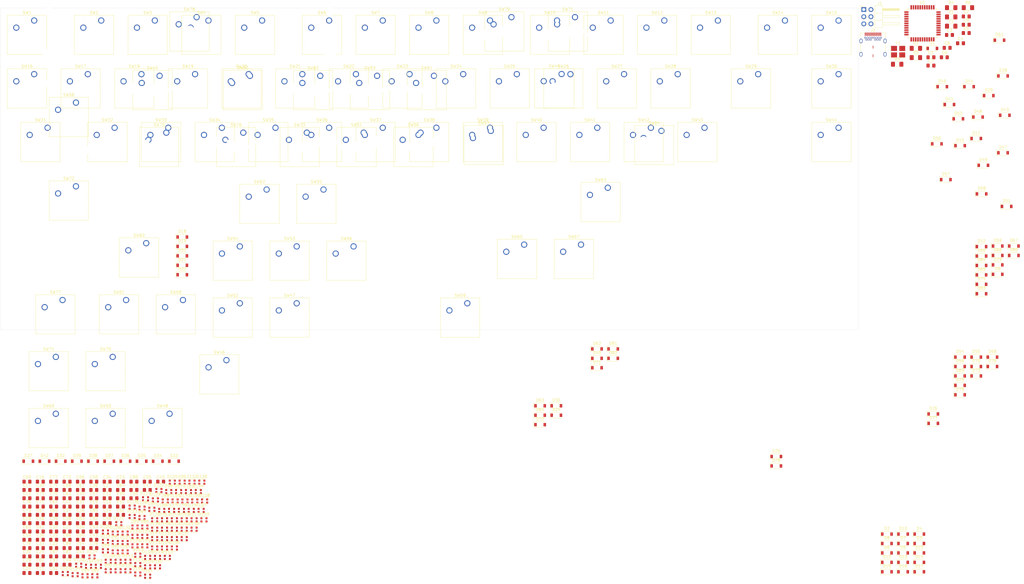
<source format=kicad_pcb>
(kicad_pcb (version 20171130) (host pcbnew 5.1.5+dfsg1-2build2)

  (general
    (thickness 1.6)
    (drawings 4)
    (tracks 0)
    (zones 0)
    (modules 353)
    (nets 217)
  )

  (page A3)
  (layers
    (0 F.Cu signal)
    (31 B.Cu signal)
    (32 B.Adhes user)
    (33 F.Adhes user)
    (34 B.Paste user)
    (35 F.Paste user)
    (36 B.SilkS user)
    (37 F.SilkS user)
    (38 B.Mask user)
    (39 F.Mask user)
    (40 Dwgs.User user)
    (41 Cmts.User user)
    (42 Eco1.User user)
    (43 Eco2.User user)
    (44 Edge.Cuts user)
    (45 Margin user)
    (46 B.CrtYd user)
    (47 F.CrtYd user)
    (48 B.Fab user)
    (49 F.Fab user)
  )

  (setup
    (last_trace_width 0.25)
    (trace_clearance 0.2)
    (zone_clearance 0.508)
    (zone_45_only no)
    (trace_min 0.2)
    (via_size 0.8)
    (via_drill 0.4)
    (via_min_size 0.6)
    (via_min_drill 0.3)
    (uvia_size 0.3)
    (uvia_drill 0.1)
    (uvias_allowed no)
    (uvia_min_size 0.2)
    (uvia_min_drill 0.1)
    (edge_width 0.05)
    (segment_width 0.2)
    (pcb_text_width 0.3)
    (pcb_text_size 1.5 1.5)
    (mod_edge_width 0.12)
    (mod_text_size 1 1)
    (mod_text_width 0.15)
    (pad_size 1.524 1.524)
    (pad_drill 0.762)
    (pad_to_mask_clearance 0.051)
    (solder_mask_min_width 0.25)
    (aux_axis_origin 0 0)
    (visible_elements FFFFF77F)
    (pcbplotparams
      (layerselection 0x010fc_ffffffff)
      (usegerberextensions false)
      (usegerberattributes false)
      (usegerberadvancedattributes false)
      (creategerberjobfile false)
      (excludeedgelayer true)
      (linewidth 0.100000)
      (plotframeref false)
      (viasonmask false)
      (mode 1)
      (useauxorigin false)
      (hpglpennumber 1)
      (hpglpenspeed 20)
      (hpglpendiameter 15.000000)
      (psnegative false)
      (psa4output false)
      (plotreference true)
      (plotvalue true)
      (plotinvisibletext false)
      (padsonsilk false)
      (subtractmaskfromsilk false)
      (outputformat 1)
      (mirror false)
      (drillshape 1)
      (scaleselection 1)
      (outputdirectory ""))
  )

  (net 0 "")
  (net 1 GND)
  (net 2 +5V)
  (net 3 "Net-(C7-Pad1)")
  (net 4 "Net-(C8-Pad2)")
  (net 5 "Net-(C9-Pad1)")
  (net 6 RST)
  (net 7 ROW0)
  (net 8 "Net-(D2-Pad2)")
  (net 9 "Net-(D3-Pad2)")
  (net 10 "Net-(D4-Pad2)")
  (net 11 "Net-(D5-Pad2)")
  (net 12 "Net-(D6-Pad2)")
  (net 13 "Net-(D7-Pad2)")
  (net 14 "Net-(D8-Pad2)")
  (net 15 "Net-(D9-Pad2)")
  (net 16 "Net-(D10-Pad2)")
  (net 17 "Net-(D11-Pad2)")
  (net 18 "Net-(D12-Pad2)")
  (net 19 "Net-(D13-Pad2)")
  (net 20 "Net-(D14-Pad2)")
  (net 21 "Net-(D15-Pad2)")
  (net 22 "Net-(D16-Pad2)")
  (net 23 ROW1)
  (net 24 "Net-(D17-Pad2)")
  (net 25 "Net-(D18-Pad2)")
  (net 26 "Net-(D19-Pad2)")
  (net 27 "Net-(D20-Pad2)")
  (net 28 "Net-(D21-Pad2)")
  (net 29 "Net-(D22-Pad2)")
  (net 30 "Net-(D23-Pad2)")
  (net 31 "Net-(D24-Pad2)")
  (net 32 "Net-(D25-Pad2)")
  (net 33 "Net-(D26-Pad2)")
  (net 34 "Net-(D27-Pad2)")
  (net 35 "Net-(D28-Pad2)")
  (net 36 "Net-(D29-Pad2)")
  (net 37 "Net-(D30-Pad2)")
  (net 38 "Net-(D31-Pad2)")
  (net 39 "Net-(D32-Pad2)")
  (net 40 ROW2)
  (net 41 "Net-(D33-Pad2)")
  (net 42 "Net-(D34-Pad2)")
  (net 43 "Net-(D35-Pad2)")
  (net 44 "Net-(D36-Pad2)")
  (net 45 "Net-(D37-Pad2)")
  (net 46 "Net-(D38-Pad2)")
  (net 47 "Net-(D39-Pad2)")
  (net 48 "Net-(D40-Pad2)")
  (net 49 "Net-(D41-Pad2)")
  (net 50 "Net-(D42-Pad2)")
  (net 51 "Net-(D43-Pad2)")
  (net 52 "Net-(D44-Pad2)")
  (net 53 "Net-(D45-Pad2)")
  (net 54 "Net-(D46-Pad2)")
  (net 55 ROW3)
  (net 56 "Net-(D47-Pad2)")
  (net 57 "Net-(D48-Pad2)")
  (net 58 "Net-(D49-Pad2)")
  (net 59 "Net-(D50-Pad2)")
  (net 60 "Net-(D51-Pad2)")
  (net 61 "Net-(D52-Pad2)")
  (net 62 "Net-(D53-Pad2)")
  (net 63 "Net-(D54-Pad2)")
  (net 64 "Net-(D55-Pad2)")
  (net 65 "Net-(D56-Pad2)")
  (net 66 "Net-(D57-Pad2)")
  (net 67 "Net-(D58-Pad2)")
  (net 68 "Net-(D59-Pad2)")
  (net 69 "Net-(D60-Pad2)")
  (net 70 ROW4)
  (net 71 "Net-(D61-Pad2)")
  (net 72 "Net-(D62-Pad2)")
  (net 73 "Net-(D63-Pad2)")
  (net 74 "Net-(D64-Pad2)")
  (net 75 "Net-(D65-Pad2)")
  (net 76 "Net-(D66-Pad2)")
  (net 77 "Net-(D67-Pad2)")
  (net 78 "Net-(D68-Pad2)")
  (net 79 "Net-(D69-Pad2)")
  (net 80 "Net-(D70-Pad2)")
  (net 81 "Net-(D71-Pad2)")
  (net 82 "Net-(D72-Pad2)")
  (net 83 "Net-(D73-Pad2)")
  (net 84 "Net-(D74-Pad2)")
  (net 85 "Net-(D75-Pad2)")
  (net 86 ROW5)
  (net 87 "Net-(D76-Pad2)")
  (net 88 "Net-(D77-Pad2)")
  (net 89 "Net-(D78-Pad2)")
  (net 90 "Net-(D79-Pad2)")
  (net 91 "Net-(D80-Pad2)")
  (net 92 "Net-(D81-Pad2)")
  (net 93 "Net-(D82-Pad2)")
  (net 94 "Net-(D83-Pad2)")
  (net 95 "Net-(D84-Pad2)")
  (net 96 "Net-(D85-Pad2)")
  (net 97 DIN)
  (net 98 "Net-(D86-Pad2)")
  (net 99 "Net-(D87-Pad2)")
  (net 100 "Net-(D88-Pad2)")
  (net 101 "Net-(D89-Pad2)")
  (net 102 "Net-(D90-Pad2)")
  (net 103 "Net-(D91-Pad2)")
  (net 104 "Net-(D92-Pad2)")
  (net 105 "Net-(D93-Pad2)")
  (net 106 "Net-(D94-Pad2)")
  (net 107 "Net-(D95-Pad2)")
  (net 108 "Net-(D96-Pad2)")
  (net 109 "Net-(D97-Pad2)")
  (net 110 "Net-(D98-Pad2)")
  (net 111 "Net-(D100-Pad4)")
  (net 112 "Net-(D100-Pad2)")
  (net 113 "Net-(D101-Pad2)")
  (net 114 "Net-(D102-Pad2)")
  (net 115 "Net-(D103-Pad2)")
  (net 116 "Net-(D104-Pad2)")
  (net 117 "Net-(D105-Pad2)")
  (net 118 "Net-(D106-Pad2)")
  (net 119 "Net-(D107-Pad2)")
  (net 120 "Net-(D108-Pad2)")
  (net 121 "Net-(D109-Pad2)")
  (net 122 "Net-(D110-Pad2)")
  (net 123 "Net-(D111-Pad2)")
  (net 124 "Net-(D112-Pad2)")
  (net 125 "Net-(D113-Pad2)")
  (net 126 "Net-(D114-Pad2)")
  (net 127 "Net-(D115-Pad2)")
  (net 128 "Net-(D116-Pad2)")
  (net 129 "Net-(D117-Pad2)")
  (net 130 "Net-(D118-Pad2)")
  (net 131 "Net-(D119-Pad2)")
  (net 132 "Net-(D120-Pad2)")
  (net 133 "Net-(D121-Pad2)")
  (net 134 "Net-(D122-Pad2)")
  (net 135 "Net-(D123-Pad2)")
  (net 136 "Net-(D124-Pad2)")
  (net 137 "Net-(D125-Pad2)")
  (net 138 "Net-(D126-Pad2)")
  (net 139 "Net-(D127-Pad2)")
  (net 140 "Net-(D128-Pad2)")
  (net 141 "Net-(D129-Pad2)")
  (net 142 "Net-(D130-Pad2)")
  (net 143 "Net-(D131-Pad2)")
  (net 144 "Net-(D132-Pad2)")
  (net 145 "Net-(D133-Pad2)")
  (net 146 "Net-(D134-Pad2)")
  (net 147 "Net-(D135-Pad2)")
  (net 148 "Net-(D136-Pad2)")
  (net 149 "Net-(D137-Pad2)")
  (net 150 "Net-(D138-Pad2)")
  (net 151 "Net-(D139-Pad2)")
  (net 152 "Net-(D140-Pad2)")
  (net 153 "Net-(D141-Pad2)")
  (net 154 "Net-(D142-Pad2)")
  (net 155 "Net-(D143-Pad2)")
  (net 156 "Net-(D144-Pad2)")
  (net 157 "Net-(D145-Pad2)")
  (net 158 "Net-(D146-Pad2)")
  (net 159 "Net-(D147-Pad2)")
  (net 160 "Net-(D148-Pad2)")
  (net 161 "Net-(D149-Pad2)")
  (net 162 "Net-(D150-Pad2)")
  (net 163 "Net-(D151-Pad2)")
  (net 164 "Net-(D152-Pad2)")
  (net 165 "Net-(D153-Pad2)")
  (net 166 "Net-(D154-Pad2)")
  (net 167 "Net-(D155-Pad2)")
  (net 168 "Net-(D156-Pad2)")
  (net 169 "Net-(D157-Pad2)")
  (net 170 "Net-(D158-Pad2)")
  (net 171 "Net-(D159-Pad2)")
  (net 172 "Net-(D160-Pad2)")
  (net 173 "Net-(D161-Pad2)")
  (net 174 "Net-(D162-Pad2)")
  (net 175 "Net-(D163-Pad2)")
  (net 176 "Net-(D164-Pad2)")
  (net 177 "Net-(D165-Pad2)")
  (net 178 "Net-(D166-Pad2)")
  (net 179 "Net-(D167-Pad2)")
  (net 180 "Net-(F1-Pad2)")
  (net 181 COL02)
  (net 182 COL00)
  (net 183 COL01)
  (net 184 "Net-(J2-PadA11)")
  (net 185 "Net-(J2-PadA10)")
  (net 186 "Net-(J2-PadA8)")
  (net 187 D-)
  (net 188 D+)
  (net 189 "Net-(J2-PadA5)")
  (net 190 "Net-(J2-PadA3)")
  (net 191 "Net-(J2-PadA2)")
  (net 192 "Net-(J2-PadB10)")
  (net 193 "Net-(J2-PadB3)")
  (net 194 "Net-(J2-PadB8)")
  (net 195 "Net-(J2-PadB5)")
  (net 196 "Net-(J2-PadB2)")
  (net 197 "Net-(J2-PadB11)")
  (net 198 "Net-(R4-Pad1)")
  (net 199 "Net-(R5-Pad2)")
  (net 200 "Net-(R6-Pad2)")
  (net 201 COL03)
  (net 202 COL04)
  (net 203 COL06)
  (net 204 COL07)
  (net 205 COL08)
  (net 206 COL09)
  (net 207 COL10)
  (net 208 COL11)
  (net 209 COL12)
  (net 210 COL13)
  (net 211 COL14)
  (net 212 COL15)
  (net 213 COL05)
  (net 214 "Net-(U1-Pad1)")
  (net 215 "Net-(U1-Pad8)")
  (net 216 "Net-(U1-Pad42)")

  (net_class Default "Dies ist die voreingestellte Netzklasse."
    (clearance 0.2)
    (trace_width 0.25)
    (via_dia 0.8)
    (via_drill 0.4)
    (uvia_dia 0.3)
    (uvia_drill 0.1)
    (add_net +5V)
    (add_net COL00)
    (add_net COL01)
    (add_net COL02)
    (add_net COL03)
    (add_net COL04)
    (add_net COL05)
    (add_net COL06)
    (add_net COL07)
    (add_net COL08)
    (add_net COL09)
    (add_net COL10)
    (add_net COL11)
    (add_net COL12)
    (add_net COL13)
    (add_net COL14)
    (add_net COL15)
    (add_net D+)
    (add_net D-)
    (add_net DIN)
    (add_net GND)
    (add_net "Net-(C7-Pad1)")
    (add_net "Net-(C8-Pad2)")
    (add_net "Net-(C9-Pad1)")
    (add_net "Net-(D10-Pad2)")
    (add_net "Net-(D100-Pad2)")
    (add_net "Net-(D100-Pad4)")
    (add_net "Net-(D101-Pad2)")
    (add_net "Net-(D102-Pad2)")
    (add_net "Net-(D103-Pad2)")
    (add_net "Net-(D104-Pad2)")
    (add_net "Net-(D105-Pad2)")
    (add_net "Net-(D106-Pad2)")
    (add_net "Net-(D107-Pad2)")
    (add_net "Net-(D108-Pad2)")
    (add_net "Net-(D109-Pad2)")
    (add_net "Net-(D11-Pad2)")
    (add_net "Net-(D110-Pad2)")
    (add_net "Net-(D111-Pad2)")
    (add_net "Net-(D112-Pad2)")
    (add_net "Net-(D113-Pad2)")
    (add_net "Net-(D114-Pad2)")
    (add_net "Net-(D115-Pad2)")
    (add_net "Net-(D116-Pad2)")
    (add_net "Net-(D117-Pad2)")
    (add_net "Net-(D118-Pad2)")
    (add_net "Net-(D119-Pad2)")
    (add_net "Net-(D12-Pad2)")
    (add_net "Net-(D120-Pad2)")
    (add_net "Net-(D121-Pad2)")
    (add_net "Net-(D122-Pad2)")
    (add_net "Net-(D123-Pad2)")
    (add_net "Net-(D124-Pad2)")
    (add_net "Net-(D125-Pad2)")
    (add_net "Net-(D126-Pad2)")
    (add_net "Net-(D127-Pad2)")
    (add_net "Net-(D128-Pad2)")
    (add_net "Net-(D129-Pad2)")
    (add_net "Net-(D13-Pad2)")
    (add_net "Net-(D130-Pad2)")
    (add_net "Net-(D131-Pad2)")
    (add_net "Net-(D132-Pad2)")
    (add_net "Net-(D133-Pad2)")
    (add_net "Net-(D134-Pad2)")
    (add_net "Net-(D135-Pad2)")
    (add_net "Net-(D136-Pad2)")
    (add_net "Net-(D137-Pad2)")
    (add_net "Net-(D138-Pad2)")
    (add_net "Net-(D139-Pad2)")
    (add_net "Net-(D14-Pad2)")
    (add_net "Net-(D140-Pad2)")
    (add_net "Net-(D141-Pad2)")
    (add_net "Net-(D142-Pad2)")
    (add_net "Net-(D143-Pad2)")
    (add_net "Net-(D144-Pad2)")
    (add_net "Net-(D145-Pad2)")
    (add_net "Net-(D146-Pad2)")
    (add_net "Net-(D147-Pad2)")
    (add_net "Net-(D148-Pad2)")
    (add_net "Net-(D149-Pad2)")
    (add_net "Net-(D15-Pad2)")
    (add_net "Net-(D150-Pad2)")
    (add_net "Net-(D151-Pad2)")
    (add_net "Net-(D152-Pad2)")
    (add_net "Net-(D153-Pad2)")
    (add_net "Net-(D154-Pad2)")
    (add_net "Net-(D155-Pad2)")
    (add_net "Net-(D156-Pad2)")
    (add_net "Net-(D157-Pad2)")
    (add_net "Net-(D158-Pad2)")
    (add_net "Net-(D159-Pad2)")
    (add_net "Net-(D16-Pad2)")
    (add_net "Net-(D160-Pad2)")
    (add_net "Net-(D161-Pad2)")
    (add_net "Net-(D162-Pad2)")
    (add_net "Net-(D163-Pad2)")
    (add_net "Net-(D164-Pad2)")
    (add_net "Net-(D165-Pad2)")
    (add_net "Net-(D166-Pad2)")
    (add_net "Net-(D167-Pad2)")
    (add_net "Net-(D17-Pad2)")
    (add_net "Net-(D18-Pad2)")
    (add_net "Net-(D19-Pad2)")
    (add_net "Net-(D2-Pad2)")
    (add_net "Net-(D20-Pad2)")
    (add_net "Net-(D21-Pad2)")
    (add_net "Net-(D22-Pad2)")
    (add_net "Net-(D23-Pad2)")
    (add_net "Net-(D24-Pad2)")
    (add_net "Net-(D25-Pad2)")
    (add_net "Net-(D26-Pad2)")
    (add_net "Net-(D27-Pad2)")
    (add_net "Net-(D28-Pad2)")
    (add_net "Net-(D29-Pad2)")
    (add_net "Net-(D3-Pad2)")
    (add_net "Net-(D30-Pad2)")
    (add_net "Net-(D31-Pad2)")
    (add_net "Net-(D32-Pad2)")
    (add_net "Net-(D33-Pad2)")
    (add_net "Net-(D34-Pad2)")
    (add_net "Net-(D35-Pad2)")
    (add_net "Net-(D36-Pad2)")
    (add_net "Net-(D37-Pad2)")
    (add_net "Net-(D38-Pad2)")
    (add_net "Net-(D39-Pad2)")
    (add_net "Net-(D4-Pad2)")
    (add_net "Net-(D40-Pad2)")
    (add_net "Net-(D41-Pad2)")
    (add_net "Net-(D42-Pad2)")
    (add_net "Net-(D43-Pad2)")
    (add_net "Net-(D44-Pad2)")
    (add_net "Net-(D45-Pad2)")
    (add_net "Net-(D46-Pad2)")
    (add_net "Net-(D47-Pad2)")
    (add_net "Net-(D48-Pad2)")
    (add_net "Net-(D49-Pad2)")
    (add_net "Net-(D5-Pad2)")
    (add_net "Net-(D50-Pad2)")
    (add_net "Net-(D51-Pad2)")
    (add_net "Net-(D52-Pad2)")
    (add_net "Net-(D53-Pad2)")
    (add_net "Net-(D54-Pad2)")
    (add_net "Net-(D55-Pad2)")
    (add_net "Net-(D56-Pad2)")
    (add_net "Net-(D57-Pad2)")
    (add_net "Net-(D58-Pad2)")
    (add_net "Net-(D59-Pad2)")
    (add_net "Net-(D6-Pad2)")
    (add_net "Net-(D60-Pad2)")
    (add_net "Net-(D61-Pad2)")
    (add_net "Net-(D62-Pad2)")
    (add_net "Net-(D63-Pad2)")
    (add_net "Net-(D64-Pad2)")
    (add_net "Net-(D65-Pad2)")
    (add_net "Net-(D66-Pad2)")
    (add_net "Net-(D67-Pad2)")
    (add_net "Net-(D68-Pad2)")
    (add_net "Net-(D69-Pad2)")
    (add_net "Net-(D7-Pad2)")
    (add_net "Net-(D70-Pad2)")
    (add_net "Net-(D71-Pad2)")
    (add_net "Net-(D72-Pad2)")
    (add_net "Net-(D73-Pad2)")
    (add_net "Net-(D74-Pad2)")
    (add_net "Net-(D75-Pad2)")
    (add_net "Net-(D76-Pad2)")
    (add_net "Net-(D77-Pad2)")
    (add_net "Net-(D78-Pad2)")
    (add_net "Net-(D79-Pad2)")
    (add_net "Net-(D8-Pad2)")
    (add_net "Net-(D80-Pad2)")
    (add_net "Net-(D81-Pad2)")
    (add_net "Net-(D82-Pad2)")
    (add_net "Net-(D83-Pad2)")
    (add_net "Net-(D84-Pad2)")
    (add_net "Net-(D85-Pad2)")
    (add_net "Net-(D86-Pad2)")
    (add_net "Net-(D87-Pad2)")
    (add_net "Net-(D88-Pad2)")
    (add_net "Net-(D89-Pad2)")
    (add_net "Net-(D9-Pad2)")
    (add_net "Net-(D90-Pad2)")
    (add_net "Net-(D91-Pad2)")
    (add_net "Net-(D92-Pad2)")
    (add_net "Net-(D93-Pad2)")
    (add_net "Net-(D94-Pad2)")
    (add_net "Net-(D95-Pad2)")
    (add_net "Net-(D96-Pad2)")
    (add_net "Net-(D97-Pad2)")
    (add_net "Net-(D98-Pad2)")
    (add_net "Net-(F1-Pad2)")
    (add_net "Net-(J2-PadA10)")
    (add_net "Net-(J2-PadA11)")
    (add_net "Net-(J2-PadA2)")
    (add_net "Net-(J2-PadA3)")
    (add_net "Net-(J2-PadA5)")
    (add_net "Net-(J2-PadA8)")
    (add_net "Net-(J2-PadB10)")
    (add_net "Net-(J2-PadB11)")
    (add_net "Net-(J2-PadB2)")
    (add_net "Net-(J2-PadB3)")
    (add_net "Net-(J2-PadB5)")
    (add_net "Net-(J2-PadB8)")
    (add_net "Net-(R4-Pad1)")
    (add_net "Net-(R5-Pad2)")
    (add_net "Net-(R6-Pad2)")
    (add_net "Net-(U1-Pad1)")
    (add_net "Net-(U1-Pad42)")
    (add_net "Net-(U1-Pad8)")
    (add_net ROW0)
    (add_net ROW1)
    (add_net ROW2)
    (add_net ROW3)
    (add_net ROW4)
    (add_net ROW5)
    (add_net RST)
  )

  (module Capacitor_SMD:C_0805_2012Metric_Pad1.15x1.40mm_HandSolder (layer F.Cu) (tedit 5B36C52B) (tstamp 5F15EB18)
    (at 368.725001 55.605001)
    (descr "Capacitor SMD 0805 (2012 Metric), square (rectangular) end terminal, IPC_7351 nominal with elongated pad for handsoldering. (Body size source: https://docs.google.com/spreadsheets/d/1BsfQQcO9C6DZCsRaXUlFlo91Tg2WpOkGARC1WS5S8t0/edit?usp=sharing), generated with kicad-footprint-generator")
    (tags "capacitor handsolder")
    (path /5F92990D)
    (attr smd)
    (fp_text reference C1 (at 0 -1.65) (layer F.SilkS)
      (effects (font (size 1 1) (thickness 0.15)))
    )
    (fp_text value 0.1uF (at 0 1.65) (layer F.Fab)
      (effects (font (size 1 1) (thickness 0.15)))
    )
    (fp_text user %R (at 0 0) (layer F.Fab)
      (effects (font (size 0.5 0.5) (thickness 0.08)))
    )
    (fp_line (start 1.85 0.95) (end -1.85 0.95) (layer F.CrtYd) (width 0.05))
    (fp_line (start 1.85 -0.95) (end 1.85 0.95) (layer F.CrtYd) (width 0.05))
    (fp_line (start -1.85 -0.95) (end 1.85 -0.95) (layer F.CrtYd) (width 0.05))
    (fp_line (start -1.85 0.95) (end -1.85 -0.95) (layer F.CrtYd) (width 0.05))
    (fp_line (start -0.261252 0.71) (end 0.261252 0.71) (layer F.SilkS) (width 0.12))
    (fp_line (start -0.261252 -0.71) (end 0.261252 -0.71) (layer F.SilkS) (width 0.12))
    (fp_line (start 1 0.6) (end -1 0.6) (layer F.Fab) (width 0.1))
    (fp_line (start 1 -0.6) (end 1 0.6) (layer F.Fab) (width 0.1))
    (fp_line (start -1 -0.6) (end 1 -0.6) (layer F.Fab) (width 0.1))
    (fp_line (start -1 0.6) (end -1 -0.6) (layer F.Fab) (width 0.1))
    (pad 2 smd roundrect (at 1.025 0) (size 1.15 1.4) (layers F.Cu F.Paste F.Mask) (roundrect_rratio 0.217391)
      (net 1 GND))
    (pad 1 smd roundrect (at -1.025 0) (size 1.15 1.4) (layers F.Cu F.Paste F.Mask) (roundrect_rratio 0.217391)
      (net 2 +5V))
    (model ${KISYS3DMOD}/Capacitor_SMD.3dshapes/C_0805_2012Metric.wrl
      (at (xyz 0 0 0))
      (scale (xyz 1 1 1))
      (rotate (xyz 0 0 0))
    )
  )

  (module Capacitor_SMD:C_0805_2012Metric_Pad1.15x1.40mm_HandSolder (layer F.Cu) (tedit 5B36C52B) (tstamp 5F15EB29)
    (at 381.265001 41.095001)
    (descr "Capacitor SMD 0805 (2012 Metric), square (rectangular) end terminal, IPC_7351 nominal with elongated pad for handsoldering. (Body size source: https://docs.google.com/spreadsheets/d/1BsfQQcO9C6DZCsRaXUlFlo91Tg2WpOkGARC1WS5S8t0/edit?usp=sharing), generated with kicad-footprint-generator")
    (tags "capacitor handsolder")
    (path /5EFFF252)
    (attr smd)
    (fp_text reference C2 (at 0 -1.65) (layer F.SilkS)
      (effects (font (size 1 1) (thickness 0.15)))
    )
    (fp_text value 0.1uF (at 0 1.65) (layer F.Fab)
      (effects (font (size 1 1) (thickness 0.15)))
    )
    (fp_text user %R (at 0 0) (layer F.Fab)
      (effects (font (size 0.5 0.5) (thickness 0.08)))
    )
    (fp_line (start 1.85 0.95) (end -1.85 0.95) (layer F.CrtYd) (width 0.05))
    (fp_line (start 1.85 -0.95) (end 1.85 0.95) (layer F.CrtYd) (width 0.05))
    (fp_line (start -1.85 -0.95) (end 1.85 -0.95) (layer F.CrtYd) (width 0.05))
    (fp_line (start -1.85 0.95) (end -1.85 -0.95) (layer F.CrtYd) (width 0.05))
    (fp_line (start -0.261252 0.71) (end 0.261252 0.71) (layer F.SilkS) (width 0.12))
    (fp_line (start -0.261252 -0.71) (end 0.261252 -0.71) (layer F.SilkS) (width 0.12))
    (fp_line (start 1 0.6) (end -1 0.6) (layer F.Fab) (width 0.1))
    (fp_line (start 1 -0.6) (end 1 0.6) (layer F.Fab) (width 0.1))
    (fp_line (start -1 -0.6) (end 1 -0.6) (layer F.Fab) (width 0.1))
    (fp_line (start -1 0.6) (end -1 -0.6) (layer F.Fab) (width 0.1))
    (pad 2 smd roundrect (at 1.025 0) (size 1.15 1.4) (layers F.Cu F.Paste F.Mask) (roundrect_rratio 0.217391)
      (net 1 GND))
    (pad 1 smd roundrect (at -1.025 0) (size 1.15 1.4) (layers F.Cu F.Paste F.Mask) (roundrect_rratio 0.217391)
      (net 2 +5V))
    (model ${KISYS3DMOD}/Capacitor_SMD.3dshapes/C_0805_2012Metric.wrl
      (at (xyz 0 0 0))
      (scale (xyz 1 1 1))
      (rotate (xyz 0 0 0))
    )
  )

  (module Capacitor_SMD:C_0805_2012Metric_Pad1.15x1.40mm_HandSolder (layer F.Cu) (tedit 5B36C52B) (tstamp 5F15EB3A)
    (at 375.315001 47.675001)
    (descr "Capacitor SMD 0805 (2012 Metric), square (rectangular) end terminal, IPC_7351 nominal with elongated pad for handsoldering. (Body size source: https://docs.google.com/spreadsheets/d/1BsfQQcO9C6DZCsRaXUlFlo91Tg2WpOkGARC1WS5S8t0/edit?usp=sharing), generated with kicad-footprint-generator")
    (tags "capacitor handsolder")
    (path /5F00AFA0)
    (attr smd)
    (fp_text reference C3 (at 0 -1.65) (layer F.SilkS)
      (effects (font (size 1 1) (thickness 0.15)))
    )
    (fp_text value 0.1uF (at 0 1.65) (layer F.Fab)
      (effects (font (size 1 1) (thickness 0.15)))
    )
    (fp_text user %R (at 0 0) (layer F.Fab)
      (effects (font (size 0.5 0.5) (thickness 0.08)))
    )
    (fp_line (start 1.85 0.95) (end -1.85 0.95) (layer F.CrtYd) (width 0.05))
    (fp_line (start 1.85 -0.95) (end 1.85 0.95) (layer F.CrtYd) (width 0.05))
    (fp_line (start -1.85 -0.95) (end 1.85 -0.95) (layer F.CrtYd) (width 0.05))
    (fp_line (start -1.85 0.95) (end -1.85 -0.95) (layer F.CrtYd) (width 0.05))
    (fp_line (start -0.261252 0.71) (end 0.261252 0.71) (layer F.SilkS) (width 0.12))
    (fp_line (start -0.261252 -0.71) (end 0.261252 -0.71) (layer F.SilkS) (width 0.12))
    (fp_line (start 1 0.6) (end -1 0.6) (layer F.Fab) (width 0.1))
    (fp_line (start 1 -0.6) (end 1 0.6) (layer F.Fab) (width 0.1))
    (fp_line (start -1 -0.6) (end 1 -0.6) (layer F.Fab) (width 0.1))
    (fp_line (start -1 0.6) (end -1 -0.6) (layer F.Fab) (width 0.1))
    (pad 2 smd roundrect (at 1.025 0) (size 1.15 1.4) (layers F.Cu F.Paste F.Mask) (roundrect_rratio 0.217391)
      (net 1 GND))
    (pad 1 smd roundrect (at -1.025 0) (size 1.15 1.4) (layers F.Cu F.Paste F.Mask) (roundrect_rratio 0.217391)
      (net 2 +5V))
    (model ${KISYS3DMOD}/Capacitor_SMD.3dshapes/C_0805_2012Metric.wrl
      (at (xyz 0 0 0))
      (scale (xyz 1 1 1))
      (rotate (xyz 0 0 0))
    )
  )

  (module Capacitor_SMD:C_0805_2012Metric_Pad1.15x1.40mm_HandSolder (layer F.Cu) (tedit 5B36C52B) (tstamp 5F15EB4B)
    (at 379.225001 50.625001)
    (descr "Capacitor SMD 0805 (2012 Metric), square (rectangular) end terminal, IPC_7351 nominal with elongated pad for handsoldering. (Body size source: https://docs.google.com/spreadsheets/d/1BsfQQcO9C6DZCsRaXUlFlo91Tg2WpOkGARC1WS5S8t0/edit?usp=sharing), generated with kicad-footprint-generator")
    (tags "capacitor handsolder")
    (path /5F00B4C3)
    (attr smd)
    (fp_text reference C4 (at 0 -1.65) (layer F.SilkS)
      (effects (font (size 1 1) (thickness 0.15)))
    )
    (fp_text value 0.1uF (at 0 1.65) (layer F.Fab)
      (effects (font (size 1 1) (thickness 0.15)))
    )
    (fp_line (start -1 0.6) (end -1 -0.6) (layer F.Fab) (width 0.1))
    (fp_line (start -1 -0.6) (end 1 -0.6) (layer F.Fab) (width 0.1))
    (fp_line (start 1 -0.6) (end 1 0.6) (layer F.Fab) (width 0.1))
    (fp_line (start 1 0.6) (end -1 0.6) (layer F.Fab) (width 0.1))
    (fp_line (start -0.261252 -0.71) (end 0.261252 -0.71) (layer F.SilkS) (width 0.12))
    (fp_line (start -0.261252 0.71) (end 0.261252 0.71) (layer F.SilkS) (width 0.12))
    (fp_line (start -1.85 0.95) (end -1.85 -0.95) (layer F.CrtYd) (width 0.05))
    (fp_line (start -1.85 -0.95) (end 1.85 -0.95) (layer F.CrtYd) (width 0.05))
    (fp_line (start 1.85 -0.95) (end 1.85 0.95) (layer F.CrtYd) (width 0.05))
    (fp_line (start 1.85 0.95) (end -1.85 0.95) (layer F.CrtYd) (width 0.05))
    (fp_text user %R (at 0 0) (layer F.Fab)
      (effects (font (size 0.5 0.5) (thickness 0.08)))
    )
    (pad 1 smd roundrect (at -1.025 0) (size 1.15 1.4) (layers F.Cu F.Paste F.Mask) (roundrect_rratio 0.217391)
      (net 2 +5V))
    (pad 2 smd roundrect (at 1.025 0) (size 1.15 1.4) (layers F.Cu F.Paste F.Mask) (roundrect_rratio 0.217391)
      (net 1 GND))
    (model ${KISYS3DMOD}/Capacitor_SMD.3dshapes/C_0805_2012Metric.wrl
      (at (xyz 0 0 0))
      (scale (xyz 1 1 1))
      (rotate (xyz 0 0 0))
    )
  )

  (module Capacitor_SMD:C_0805_2012Metric_Pad1.15x1.40mm_HandSolder (layer F.Cu) (tedit 5B36C52B) (tstamp 5F15EB5C)
    (at 381.265001 46.995001)
    (descr "Capacitor SMD 0805 (2012 Metric), square (rectangular) end terminal, IPC_7351 nominal with elongated pad for handsoldering. (Body size source: https://docs.google.com/spreadsheets/d/1BsfQQcO9C6DZCsRaXUlFlo91Tg2WpOkGARC1WS5S8t0/edit?usp=sharing), generated with kicad-footprint-generator")
    (tags "capacitor handsolder")
    (path /5F92A552)
    (attr smd)
    (fp_text reference C5 (at 0 -1.65) (layer F.SilkS)
      (effects (font (size 1 1) (thickness 0.15)))
    )
    (fp_text value 0.1uF (at 0 1.65) (layer F.Fab)
      (effects (font (size 1 1) (thickness 0.15)))
    )
    (fp_text user %R (at 0 0) (layer F.Fab)
      (effects (font (size 0.5 0.5) (thickness 0.08)))
    )
    (fp_line (start 1.85 0.95) (end -1.85 0.95) (layer F.CrtYd) (width 0.05))
    (fp_line (start 1.85 -0.95) (end 1.85 0.95) (layer F.CrtYd) (width 0.05))
    (fp_line (start -1.85 -0.95) (end 1.85 -0.95) (layer F.CrtYd) (width 0.05))
    (fp_line (start -1.85 0.95) (end -1.85 -0.95) (layer F.CrtYd) (width 0.05))
    (fp_line (start -0.261252 0.71) (end 0.261252 0.71) (layer F.SilkS) (width 0.12))
    (fp_line (start -0.261252 -0.71) (end 0.261252 -0.71) (layer F.SilkS) (width 0.12))
    (fp_line (start 1 0.6) (end -1 0.6) (layer F.Fab) (width 0.1))
    (fp_line (start 1 -0.6) (end 1 0.6) (layer F.Fab) (width 0.1))
    (fp_line (start -1 -0.6) (end 1 -0.6) (layer F.Fab) (width 0.1))
    (fp_line (start -1 0.6) (end -1 -0.6) (layer F.Fab) (width 0.1))
    (pad 2 smd roundrect (at 1.025 0) (size 1.15 1.4) (layers F.Cu F.Paste F.Mask) (roundrect_rratio 0.217391)
      (net 1 GND))
    (pad 1 smd roundrect (at -1.025 0) (size 1.15 1.4) (layers F.Cu F.Paste F.Mask) (roundrect_rratio 0.217391)
      (net 2 +5V))
    (model ${KISYS3DMOD}/Capacitor_SMD.3dshapes/C_0805_2012Metric.wrl
      (at (xyz 0 0 0))
      (scale (xyz 1 1 1))
      (rotate (xyz 0 0 0))
    )
  )

  (module Capacitor_SMD:C_0805_2012Metric_Pad1.15x1.40mm_HandSolder (layer F.Cu) (tedit 5B36C52B) (tstamp 5F15EB6D)
    (at 373.475001 55.605001)
    (descr "Capacitor SMD 0805 (2012 Metric), square (rectangular) end terminal, IPC_7351 nominal with elongated pad for handsoldering. (Body size source: https://docs.google.com/spreadsheets/d/1BsfQQcO9C6DZCsRaXUlFlo91Tg2WpOkGARC1WS5S8t0/edit?usp=sharing), generated with kicad-footprint-generator")
    (tags "capacitor handsolder")
    (path /5F007EF5)
    (attr smd)
    (fp_text reference C6 (at 0 -1.65) (layer F.SilkS)
      (effects (font (size 1 1) (thickness 0.15)))
    )
    (fp_text value 10uF (at 0 1.65) (layer F.Fab)
      (effects (font (size 1 1) (thickness 0.15)))
    )
    (fp_line (start -1 0.6) (end -1 -0.6) (layer F.Fab) (width 0.1))
    (fp_line (start -1 -0.6) (end 1 -0.6) (layer F.Fab) (width 0.1))
    (fp_line (start 1 -0.6) (end 1 0.6) (layer F.Fab) (width 0.1))
    (fp_line (start 1 0.6) (end -1 0.6) (layer F.Fab) (width 0.1))
    (fp_line (start -0.261252 -0.71) (end 0.261252 -0.71) (layer F.SilkS) (width 0.12))
    (fp_line (start -0.261252 0.71) (end 0.261252 0.71) (layer F.SilkS) (width 0.12))
    (fp_line (start -1.85 0.95) (end -1.85 -0.95) (layer F.CrtYd) (width 0.05))
    (fp_line (start -1.85 -0.95) (end 1.85 -0.95) (layer F.CrtYd) (width 0.05))
    (fp_line (start 1.85 -0.95) (end 1.85 0.95) (layer F.CrtYd) (width 0.05))
    (fp_line (start 1.85 0.95) (end -1.85 0.95) (layer F.CrtYd) (width 0.05))
    (fp_text user %R (at 0 0) (layer F.Fab)
      (effects (font (size 0.5 0.5) (thickness 0.08)))
    )
    (pad 1 smd roundrect (at -1.025 0) (size 1.15 1.4) (layers F.Cu F.Paste F.Mask) (roundrect_rratio 0.217391)
      (net 2 +5V))
    (pad 2 smd roundrect (at 1.025 0) (size 1.15 1.4) (layers F.Cu F.Paste F.Mask) (roundrect_rratio 0.217391)
      (net 1 GND))
    (model ${KISYS3DMOD}/Capacitor_SMD.3dshapes/C_0805_2012Metric.wrl
      (at (xyz 0 0 0))
      (scale (xyz 1 1 1))
      (rotate (xyz 0 0 0))
    )
  )

  (module Capacitor_SMD:C_0805_2012Metric_Pad1.15x1.40mm_HandSolder (layer F.Cu) (tedit 5B36C52B) (tstamp 5F15EB7E)
    (at 368.725001 58.555001)
    (descr "Capacitor SMD 0805 (2012 Metric), square (rectangular) end terminal, IPC_7351 nominal with elongated pad for handsoldering. (Body size source: https://docs.google.com/spreadsheets/d/1BsfQQcO9C6DZCsRaXUlFlo91Tg2WpOkGARC1WS5S8t0/edit?usp=sharing), generated with kicad-footprint-generator")
    (tags "capacitor handsolder")
    (path /5F0786B1)
    (attr smd)
    (fp_text reference C7 (at 0 -1.65) (layer F.SilkS)
      (effects (font (size 1 1) (thickness 0.15)))
    )
    (fp_text value 22pF (at 0 1.65) (layer F.Fab)
      (effects (font (size 1 1) (thickness 0.15)))
    )
    (fp_text user %R (at 0 0) (layer F.Fab)
      (effects (font (size 0.5 0.5) (thickness 0.08)))
    )
    (fp_line (start 1.85 0.95) (end -1.85 0.95) (layer F.CrtYd) (width 0.05))
    (fp_line (start 1.85 -0.95) (end 1.85 0.95) (layer F.CrtYd) (width 0.05))
    (fp_line (start -1.85 -0.95) (end 1.85 -0.95) (layer F.CrtYd) (width 0.05))
    (fp_line (start -1.85 0.95) (end -1.85 -0.95) (layer F.CrtYd) (width 0.05))
    (fp_line (start -0.261252 0.71) (end 0.261252 0.71) (layer F.SilkS) (width 0.12))
    (fp_line (start -0.261252 -0.71) (end 0.261252 -0.71) (layer F.SilkS) (width 0.12))
    (fp_line (start 1 0.6) (end -1 0.6) (layer F.Fab) (width 0.1))
    (fp_line (start 1 -0.6) (end 1 0.6) (layer F.Fab) (width 0.1))
    (fp_line (start -1 -0.6) (end 1 -0.6) (layer F.Fab) (width 0.1))
    (fp_line (start -1 0.6) (end -1 -0.6) (layer F.Fab) (width 0.1))
    (pad 2 smd roundrect (at 1.025 0) (size 1.15 1.4) (layers F.Cu F.Paste F.Mask) (roundrect_rratio 0.217391)
      (net 1 GND))
    (pad 1 smd roundrect (at -1.025 0) (size 1.15 1.4) (layers F.Cu F.Paste F.Mask) (roundrect_rratio 0.217391)
      (net 3 "Net-(C7-Pad1)"))
    (model ${KISYS3DMOD}/Capacitor_SMD.3dshapes/C_0805_2012Metric.wrl
      (at (xyz 0 0 0))
      (scale (xyz 1 1 1))
      (rotate (xyz 0 0 0))
    )
  )

  (module Capacitor_SMD:C_0805_2012Metric_Pad1.15x1.40mm_HandSolder (layer F.Cu) (tedit 5B36C52B) (tstamp 5F15EB8F)
    (at 374.475001 52.255001)
    (descr "Capacitor SMD 0805 (2012 Metric), square (rectangular) end terminal, IPC_7351 nominal with elongated pad for handsoldering. (Body size source: https://docs.google.com/spreadsheets/d/1BsfQQcO9C6DZCsRaXUlFlo91Tg2WpOkGARC1WS5S8t0/edit?usp=sharing), generated with kicad-footprint-generator")
    (tags "capacitor handsolder")
    (path /5F0BA64F)
    (attr smd)
    (fp_text reference C8 (at 0 -1.65) (layer F.SilkS)
      (effects (font (size 1 1) (thickness 0.15)))
    )
    (fp_text value 22pF (at 0 1.65) (layer F.Fab)
      (effects (font (size 1 1) (thickness 0.15)))
    )
    (fp_text user %R (at 0 0) (layer F.Fab)
      (effects (font (size 0.5 0.5) (thickness 0.08)))
    )
    (fp_line (start 1.85 0.95) (end -1.85 0.95) (layer F.CrtYd) (width 0.05))
    (fp_line (start 1.85 -0.95) (end 1.85 0.95) (layer F.CrtYd) (width 0.05))
    (fp_line (start -1.85 -0.95) (end 1.85 -0.95) (layer F.CrtYd) (width 0.05))
    (fp_line (start -1.85 0.95) (end -1.85 -0.95) (layer F.CrtYd) (width 0.05))
    (fp_line (start -0.261252 0.71) (end 0.261252 0.71) (layer F.SilkS) (width 0.12))
    (fp_line (start -0.261252 -0.71) (end 0.261252 -0.71) (layer F.SilkS) (width 0.12))
    (fp_line (start 1 0.6) (end -1 0.6) (layer F.Fab) (width 0.1))
    (fp_line (start 1 -0.6) (end 1 0.6) (layer F.Fab) (width 0.1))
    (fp_line (start -1 -0.6) (end 1 -0.6) (layer F.Fab) (width 0.1))
    (fp_line (start -1 0.6) (end -1 -0.6) (layer F.Fab) (width 0.1))
    (pad 2 smd roundrect (at 1.025 0) (size 1.15 1.4) (layers F.Cu F.Paste F.Mask) (roundrect_rratio 0.217391)
      (net 4 "Net-(C8-Pad2)"))
    (pad 1 smd roundrect (at -1.025 0) (size 1.15 1.4) (layers F.Cu F.Paste F.Mask) (roundrect_rratio 0.217391)
      (net 1 GND))
    (model ${KISYS3DMOD}/Capacitor_SMD.3dshapes/C_0805_2012Metric.wrl
      (at (xyz 0 0 0))
      (scale (xyz 1 1 1))
      (rotate (xyz 0 0 0))
    )
  )

  (module Capacitor_SMD:C_0805_2012Metric_Pad1.15x1.40mm_HandSolder (layer F.Cu) (tedit 5B36C52B) (tstamp 5F15EBA0)
    (at 381.265001 44.045001)
    (descr "Capacitor SMD 0805 (2012 Metric), square (rectangular) end terminal, IPC_7351 nominal with elongated pad for handsoldering. (Body size source: https://docs.google.com/spreadsheets/d/1BsfQQcO9C6DZCsRaXUlFlo91Tg2WpOkGARC1WS5S8t0/edit?usp=sharing), generated with kicad-footprint-generator")
    (tags "capacitor handsolder")
    (path /5F049C39)
    (attr smd)
    (fp_text reference C9 (at 0 -1.65) (layer F.SilkS)
      (effects (font (size 1 1) (thickness 0.15)))
    )
    (fp_text value 1uF (at 0 1.65) (layer F.Fab)
      (effects (font (size 1 1) (thickness 0.15)))
    )
    (fp_line (start -1 0.6) (end -1 -0.6) (layer F.Fab) (width 0.1))
    (fp_line (start -1 -0.6) (end 1 -0.6) (layer F.Fab) (width 0.1))
    (fp_line (start 1 -0.6) (end 1 0.6) (layer F.Fab) (width 0.1))
    (fp_line (start 1 0.6) (end -1 0.6) (layer F.Fab) (width 0.1))
    (fp_line (start -0.261252 -0.71) (end 0.261252 -0.71) (layer F.SilkS) (width 0.12))
    (fp_line (start -0.261252 0.71) (end 0.261252 0.71) (layer F.SilkS) (width 0.12))
    (fp_line (start -1.85 0.95) (end -1.85 -0.95) (layer F.CrtYd) (width 0.05))
    (fp_line (start -1.85 -0.95) (end 1.85 -0.95) (layer F.CrtYd) (width 0.05))
    (fp_line (start 1.85 -0.95) (end 1.85 0.95) (layer F.CrtYd) (width 0.05))
    (fp_line (start 1.85 0.95) (end -1.85 0.95) (layer F.CrtYd) (width 0.05))
    (fp_text user %R (at 0 0) (layer F.Fab)
      (effects (font (size 0.5 0.5) (thickness 0.08)))
    )
    (pad 1 smd roundrect (at -1.025 0) (size 1.15 1.4) (layers F.Cu F.Paste F.Mask) (roundrect_rratio 0.217391)
      (net 5 "Net-(C9-Pad1)"))
    (pad 2 smd roundrect (at 1.025 0) (size 1.15 1.4) (layers F.Cu F.Paste F.Mask) (roundrect_rratio 0.217391)
      (net 1 GND))
    (model ${KISYS3DMOD}/Capacitor_SMD.3dshapes/C_0805_2012Metric.wrl
      (at (xyz 0 0 0))
      (scale (xyz 1 1 1))
      (rotate (xyz 0 0 0))
    )
  )

  (module Capacitor_SMD:C_0805_2012Metric_Pad1.15x1.40mm_HandSolder (layer F.Cu) (tedit 5B36C52B) (tstamp 5F15EBB1)
    (at 76.095001 215.205001)
    (descr "Capacitor SMD 0805 (2012 Metric), square (rectangular) end terminal, IPC_7351 nominal with elongated pad for handsoldering. (Body size source: https://docs.google.com/spreadsheets/d/1BsfQQcO9C6DZCsRaXUlFlo91Tg2WpOkGARC1WS5S8t0/edit?usp=sharing), generated with kicad-footprint-generator")
    (tags "capacitor handsolder")
    (path /5F949B9C/5FD1B778)
    (attr smd)
    (fp_text reference C10 (at 0 -1.65) (layer F.SilkS)
      (effects (font (size 1 1) (thickness 0.15)))
    )
    (fp_text value 0.1uF (at 0 1.65) (layer F.Fab)
      (effects (font (size 1 1) (thickness 0.15)))
    )
    (fp_text user %R (at 0 0) (layer F.Fab)
      (effects (font (size 0.5 0.5) (thickness 0.08)))
    )
    (fp_line (start 1.85 0.95) (end -1.85 0.95) (layer F.CrtYd) (width 0.05))
    (fp_line (start 1.85 -0.95) (end 1.85 0.95) (layer F.CrtYd) (width 0.05))
    (fp_line (start -1.85 -0.95) (end 1.85 -0.95) (layer F.CrtYd) (width 0.05))
    (fp_line (start -1.85 0.95) (end -1.85 -0.95) (layer F.CrtYd) (width 0.05))
    (fp_line (start -0.261252 0.71) (end 0.261252 0.71) (layer F.SilkS) (width 0.12))
    (fp_line (start -0.261252 -0.71) (end 0.261252 -0.71) (layer F.SilkS) (width 0.12))
    (fp_line (start 1 0.6) (end -1 0.6) (layer F.Fab) (width 0.1))
    (fp_line (start 1 -0.6) (end 1 0.6) (layer F.Fab) (width 0.1))
    (fp_line (start -1 -0.6) (end 1 -0.6) (layer F.Fab) (width 0.1))
    (fp_line (start -1 0.6) (end -1 -0.6) (layer F.Fab) (width 0.1))
    (pad 2 smd roundrect (at 1.025 0) (size 1.15 1.4) (layers F.Cu F.Paste F.Mask) (roundrect_rratio 0.217391)
      (net 1 GND))
    (pad 1 smd roundrect (at -1.025 0) (size 1.15 1.4) (layers F.Cu F.Paste F.Mask) (roundrect_rratio 0.217391)
      (net 2 +5V))
    (model ${KISYS3DMOD}/Capacitor_SMD.3dshapes/C_0805_2012Metric.wrl
      (at (xyz 0 0 0))
      (scale (xyz 1 1 1))
      (rotate (xyz 0 0 0))
    )
  )

  (module Capacitor_SMD:C_0805_2012Metric_Pad1.15x1.40mm_HandSolder (layer F.Cu) (tedit 5B36C52B) (tstamp 5F15EBC2)
    (at 52.345001 238.805001)
    (descr "Capacitor SMD 0805 (2012 Metric), square (rectangular) end terminal, IPC_7351 nominal with elongated pad for handsoldering. (Body size source: https://docs.google.com/spreadsheets/d/1BsfQQcO9C6DZCsRaXUlFlo91Tg2WpOkGARC1WS5S8t0/edit?usp=sharing), generated with kicad-footprint-generator")
    (tags "capacitor handsolder")
    (path /5F949B9C/5FD3F1FB)
    (attr smd)
    (fp_text reference C11 (at 0 -1.65) (layer F.SilkS)
      (effects (font (size 1 1) (thickness 0.15)))
    )
    (fp_text value 0.1uF (at 0 1.65) (layer F.Fab)
      (effects (font (size 1 1) (thickness 0.15)))
    )
    (fp_line (start -1 0.6) (end -1 -0.6) (layer F.Fab) (width 0.1))
    (fp_line (start -1 -0.6) (end 1 -0.6) (layer F.Fab) (width 0.1))
    (fp_line (start 1 -0.6) (end 1 0.6) (layer F.Fab) (width 0.1))
    (fp_line (start 1 0.6) (end -1 0.6) (layer F.Fab) (width 0.1))
    (fp_line (start -0.261252 -0.71) (end 0.261252 -0.71) (layer F.SilkS) (width 0.12))
    (fp_line (start -0.261252 0.71) (end 0.261252 0.71) (layer F.SilkS) (width 0.12))
    (fp_line (start -1.85 0.95) (end -1.85 -0.95) (layer F.CrtYd) (width 0.05))
    (fp_line (start -1.85 -0.95) (end 1.85 -0.95) (layer F.CrtYd) (width 0.05))
    (fp_line (start 1.85 -0.95) (end 1.85 0.95) (layer F.CrtYd) (width 0.05))
    (fp_line (start 1.85 0.95) (end -1.85 0.95) (layer F.CrtYd) (width 0.05))
    (fp_text user %R (at 0 0) (layer F.Fab)
      (effects (font (size 0.5 0.5) (thickness 0.08)))
    )
    (pad 1 smd roundrect (at -1.025 0) (size 1.15 1.4) (layers F.Cu F.Paste F.Mask) (roundrect_rratio 0.217391)
      (net 2 +5V))
    (pad 2 smd roundrect (at 1.025 0) (size 1.15 1.4) (layers F.Cu F.Paste F.Mask) (roundrect_rratio 0.217391)
      (net 1 GND))
    (model ${KISYS3DMOD}/Capacitor_SMD.3dshapes/C_0805_2012Metric.wrl
      (at (xyz 0 0 0))
      (scale (xyz 1 1 1))
      (rotate (xyz 0 0 0))
    )
  )

  (module Capacitor_SMD:C_0805_2012Metric_Pad1.15x1.40mm_HandSolder (layer F.Cu) (tedit 5B36C52B) (tstamp 5F15EBD3)
    (at 76.095001 212.255001)
    (descr "Capacitor SMD 0805 (2012 Metric), square (rectangular) end terminal, IPC_7351 nominal with elongated pad for handsoldering. (Body size source: https://docs.google.com/spreadsheets/d/1BsfQQcO9C6DZCsRaXUlFlo91Tg2WpOkGARC1WS5S8t0/edit?usp=sharing), generated with kicad-footprint-generator")
    (tags "capacitor handsolder")
    (path /5F949B9C/5FD40FAE)
    (attr smd)
    (fp_text reference C12 (at 0 -1.65) (layer F.SilkS)
      (effects (font (size 1 1) (thickness 0.15)))
    )
    (fp_text value 0.1uF (at 0 1.65) (layer F.Fab)
      (effects (font (size 1 1) (thickness 0.15)))
    )
    (fp_text user %R (at 0 0) (layer F.Fab)
      (effects (font (size 0.5 0.5) (thickness 0.08)))
    )
    (fp_line (start 1.85 0.95) (end -1.85 0.95) (layer F.CrtYd) (width 0.05))
    (fp_line (start 1.85 -0.95) (end 1.85 0.95) (layer F.CrtYd) (width 0.05))
    (fp_line (start -1.85 -0.95) (end 1.85 -0.95) (layer F.CrtYd) (width 0.05))
    (fp_line (start -1.85 0.95) (end -1.85 -0.95) (layer F.CrtYd) (width 0.05))
    (fp_line (start -0.261252 0.71) (end 0.261252 0.71) (layer F.SilkS) (width 0.12))
    (fp_line (start -0.261252 -0.71) (end 0.261252 -0.71) (layer F.SilkS) (width 0.12))
    (fp_line (start 1 0.6) (end -1 0.6) (layer F.Fab) (width 0.1))
    (fp_line (start 1 -0.6) (end 1 0.6) (layer F.Fab) (width 0.1))
    (fp_line (start -1 -0.6) (end 1 -0.6) (layer F.Fab) (width 0.1))
    (fp_line (start -1 0.6) (end -1 -0.6) (layer F.Fab) (width 0.1))
    (pad 2 smd roundrect (at 1.025 0) (size 1.15 1.4) (layers F.Cu F.Paste F.Mask) (roundrect_rratio 0.217391)
      (net 1 GND))
    (pad 1 smd roundrect (at -1.025 0) (size 1.15 1.4) (layers F.Cu F.Paste F.Mask) (roundrect_rratio 0.217391)
      (net 2 +5V))
    (model ${KISYS3DMOD}/Capacitor_SMD.3dshapes/C_0805_2012Metric.wrl
      (at (xyz 0 0 0))
      (scale (xyz 1 1 1))
      (rotate (xyz 0 0 0))
    )
  )

  (module Capacitor_SMD:C_0805_2012Metric_Pad1.15x1.40mm_HandSolder (layer F.Cu) (tedit 5B36C52B) (tstamp 5F15EBE4)
    (at 85.595001 209.305001)
    (descr "Capacitor SMD 0805 (2012 Metric), square (rectangular) end terminal, IPC_7351 nominal with elongated pad for handsoldering. (Body size source: https://docs.google.com/spreadsheets/d/1BsfQQcO9C6DZCsRaXUlFlo91Tg2WpOkGARC1WS5S8t0/edit?usp=sharing), generated with kicad-footprint-generator")
    (tags "capacitor handsolder")
    (path /5F949B9C/5FD423D5)
    (attr smd)
    (fp_text reference C13 (at 0 -1.65) (layer F.SilkS)
      (effects (font (size 1 1) (thickness 0.15)))
    )
    (fp_text value 0.1uF (at 0 1.65) (layer F.Fab)
      (effects (font (size 1 1) (thickness 0.15)))
    )
    (fp_line (start -1 0.6) (end -1 -0.6) (layer F.Fab) (width 0.1))
    (fp_line (start -1 -0.6) (end 1 -0.6) (layer F.Fab) (width 0.1))
    (fp_line (start 1 -0.6) (end 1 0.6) (layer F.Fab) (width 0.1))
    (fp_line (start 1 0.6) (end -1 0.6) (layer F.Fab) (width 0.1))
    (fp_line (start -0.261252 -0.71) (end 0.261252 -0.71) (layer F.SilkS) (width 0.12))
    (fp_line (start -0.261252 0.71) (end 0.261252 0.71) (layer F.SilkS) (width 0.12))
    (fp_line (start -1.85 0.95) (end -1.85 -0.95) (layer F.CrtYd) (width 0.05))
    (fp_line (start -1.85 -0.95) (end 1.85 -0.95) (layer F.CrtYd) (width 0.05))
    (fp_line (start 1.85 -0.95) (end 1.85 0.95) (layer F.CrtYd) (width 0.05))
    (fp_line (start 1.85 0.95) (end -1.85 0.95) (layer F.CrtYd) (width 0.05))
    (fp_text user %R (at 0 0) (layer F.Fab)
      (effects (font (size 0.5 0.5) (thickness 0.08)))
    )
    (pad 1 smd roundrect (at -1.025 0) (size 1.15 1.4) (layers F.Cu F.Paste F.Mask) (roundrect_rratio 0.217391)
      (net 2 +5V))
    (pad 2 smd roundrect (at 1.025 0) (size 1.15 1.4) (layers F.Cu F.Paste F.Mask) (roundrect_rratio 0.217391)
      (net 1 GND))
    (model ${KISYS3DMOD}/Capacitor_SMD.3dshapes/C_0805_2012Metric.wrl
      (at (xyz 0 0 0))
      (scale (xyz 1 1 1))
      (rotate (xyz 0 0 0))
    )
  )

  (module Capacitor_SMD:C_0805_2012Metric_Pad1.15x1.40mm_HandSolder (layer F.Cu) (tedit 5B36C52B) (tstamp 5F15EBF5)
    (at 76.095001 218.155001)
    (descr "Capacitor SMD 0805 (2012 Metric), square (rectangular) end terminal, IPC_7351 nominal with elongated pad for handsoldering. (Body size source: https://docs.google.com/spreadsheets/d/1BsfQQcO9C6DZCsRaXUlFlo91Tg2WpOkGARC1WS5S8t0/edit?usp=sharing), generated with kicad-footprint-generator")
    (tags "capacitor handsolder")
    (path /5F949B9C/5FD4399A)
    (attr smd)
    (fp_text reference C14 (at 0 -1.65) (layer F.SilkS)
      (effects (font (size 1 1) (thickness 0.15)))
    )
    (fp_text value 0.1uF (at 0 1.65) (layer F.Fab)
      (effects (font (size 1 1) (thickness 0.15)))
    )
    (fp_text user %R (at 0 0) (layer F.Fab)
      (effects (font (size 0.5 0.5) (thickness 0.08)))
    )
    (fp_line (start 1.85 0.95) (end -1.85 0.95) (layer F.CrtYd) (width 0.05))
    (fp_line (start 1.85 -0.95) (end 1.85 0.95) (layer F.CrtYd) (width 0.05))
    (fp_line (start -1.85 -0.95) (end 1.85 -0.95) (layer F.CrtYd) (width 0.05))
    (fp_line (start -1.85 0.95) (end -1.85 -0.95) (layer F.CrtYd) (width 0.05))
    (fp_line (start -0.261252 0.71) (end 0.261252 0.71) (layer F.SilkS) (width 0.12))
    (fp_line (start -0.261252 -0.71) (end 0.261252 -0.71) (layer F.SilkS) (width 0.12))
    (fp_line (start 1 0.6) (end -1 0.6) (layer F.Fab) (width 0.1))
    (fp_line (start 1 -0.6) (end 1 0.6) (layer F.Fab) (width 0.1))
    (fp_line (start -1 -0.6) (end 1 -0.6) (layer F.Fab) (width 0.1))
    (fp_line (start -1 0.6) (end -1 -0.6) (layer F.Fab) (width 0.1))
    (pad 2 smd roundrect (at 1.025 0) (size 1.15 1.4) (layers F.Cu F.Paste F.Mask) (roundrect_rratio 0.217391)
      (net 1 GND))
    (pad 1 smd roundrect (at -1.025 0) (size 1.15 1.4) (layers F.Cu F.Paste F.Mask) (roundrect_rratio 0.217391)
      (net 2 +5V))
    (model ${KISYS3DMOD}/Capacitor_SMD.3dshapes/C_0805_2012Metric.wrl
      (at (xyz 0 0 0))
      (scale (xyz 1 1 1))
      (rotate (xyz 0 0 0))
    )
  )

  (module Capacitor_SMD:C_0805_2012Metric_Pad1.15x1.40mm_HandSolder (layer F.Cu) (tedit 5B36C52B) (tstamp 5F15EC06)
    (at 47.595001 212.255001)
    (descr "Capacitor SMD 0805 (2012 Metric), square (rectangular) end terminal, IPC_7351 nominal with elongated pad for handsoldering. (Body size source: https://docs.google.com/spreadsheets/d/1BsfQQcO9C6DZCsRaXUlFlo91Tg2WpOkGARC1WS5S8t0/edit?usp=sharing), generated with kicad-footprint-generator")
    (tags "capacitor handsolder")
    (path /5F949B9C/5F62CADC)
    (attr smd)
    (fp_text reference C15 (at 0 -1.65) (layer F.SilkS)
      (effects (font (size 1 1) (thickness 0.15)))
    )
    (fp_text value 0.1uF (at 0 1.65) (layer F.Fab)
      (effects (font (size 1 1) (thickness 0.15)))
    )
    (fp_line (start -1 0.6) (end -1 -0.6) (layer F.Fab) (width 0.1))
    (fp_line (start -1 -0.6) (end 1 -0.6) (layer F.Fab) (width 0.1))
    (fp_line (start 1 -0.6) (end 1 0.6) (layer F.Fab) (width 0.1))
    (fp_line (start 1 0.6) (end -1 0.6) (layer F.Fab) (width 0.1))
    (fp_line (start -0.261252 -0.71) (end 0.261252 -0.71) (layer F.SilkS) (width 0.12))
    (fp_line (start -0.261252 0.71) (end 0.261252 0.71) (layer F.SilkS) (width 0.12))
    (fp_line (start -1.85 0.95) (end -1.85 -0.95) (layer F.CrtYd) (width 0.05))
    (fp_line (start -1.85 -0.95) (end 1.85 -0.95) (layer F.CrtYd) (width 0.05))
    (fp_line (start 1.85 -0.95) (end 1.85 0.95) (layer F.CrtYd) (width 0.05))
    (fp_line (start 1.85 0.95) (end -1.85 0.95) (layer F.CrtYd) (width 0.05))
    (fp_text user %R (at 0 0) (layer F.Fab)
      (effects (font (size 0.5 0.5) (thickness 0.08)))
    )
    (pad 1 smd roundrect (at -1.025 0) (size 1.15 1.4) (layers F.Cu F.Paste F.Mask) (roundrect_rratio 0.217391)
      (net 2 +5V))
    (pad 2 smd roundrect (at 1.025 0) (size 1.15 1.4) (layers F.Cu F.Paste F.Mask) (roundrect_rratio 0.217391)
      (net 1 GND))
    (model ${KISYS3DMOD}/Capacitor_SMD.3dshapes/C_0805_2012Metric.wrl
      (at (xyz 0 0 0))
      (scale (xyz 1 1 1))
      (rotate (xyz 0 0 0))
    )
  )

  (module Capacitor_SMD:C_0805_2012Metric_Pad1.15x1.40mm_HandSolder (layer F.Cu) (tedit 5B36C52B) (tstamp 5F15EC17)
    (at 52.345001 206.355001)
    (descr "Capacitor SMD 0805 (2012 Metric), square (rectangular) end terminal, IPC_7351 nominal with elongated pad for handsoldering. (Body size source: https://docs.google.com/spreadsheets/d/1BsfQQcO9C6DZCsRaXUlFlo91Tg2WpOkGARC1WS5S8t0/edit?usp=sharing), generated with kicad-footprint-generator")
    (tags "capacitor handsolder")
    (path /5F949B9C/5F62CAFF)
    (attr smd)
    (fp_text reference C16 (at 0 -1.65) (layer F.SilkS)
      (effects (font (size 1 1) (thickness 0.15)))
    )
    (fp_text value 0.1uF (at 0 1.65) (layer F.Fab)
      (effects (font (size 1 1) (thickness 0.15)))
    )
    (fp_text user %R (at 0 0) (layer F.Fab)
      (effects (font (size 0.5 0.5) (thickness 0.08)))
    )
    (fp_line (start 1.85 0.95) (end -1.85 0.95) (layer F.CrtYd) (width 0.05))
    (fp_line (start 1.85 -0.95) (end 1.85 0.95) (layer F.CrtYd) (width 0.05))
    (fp_line (start -1.85 -0.95) (end 1.85 -0.95) (layer F.CrtYd) (width 0.05))
    (fp_line (start -1.85 0.95) (end -1.85 -0.95) (layer F.CrtYd) (width 0.05))
    (fp_line (start -0.261252 0.71) (end 0.261252 0.71) (layer F.SilkS) (width 0.12))
    (fp_line (start -0.261252 -0.71) (end 0.261252 -0.71) (layer F.SilkS) (width 0.12))
    (fp_line (start 1 0.6) (end -1 0.6) (layer F.Fab) (width 0.1))
    (fp_line (start 1 -0.6) (end 1 0.6) (layer F.Fab) (width 0.1))
    (fp_line (start -1 -0.6) (end 1 -0.6) (layer F.Fab) (width 0.1))
    (fp_line (start -1 0.6) (end -1 -0.6) (layer F.Fab) (width 0.1))
    (pad 2 smd roundrect (at 1.025 0) (size 1.15 1.4) (layers F.Cu F.Paste F.Mask) (roundrect_rratio 0.217391)
      (net 1 GND))
    (pad 1 smd roundrect (at -1.025 0) (size 1.15 1.4) (layers F.Cu F.Paste F.Mask) (roundrect_rratio 0.217391)
      (net 2 +5V))
    (model ${KISYS3DMOD}/Capacitor_SMD.3dshapes/C_0805_2012Metric.wrl
      (at (xyz 0 0 0))
      (scale (xyz 1 1 1))
      (rotate (xyz 0 0 0))
    )
  )

  (module Capacitor_SMD:C_0805_2012Metric_Pad1.15x1.40mm_HandSolder (layer F.Cu) (tedit 5B36C52B) (tstamp 5F15EC28)
    (at 47.595001 209.305001)
    (descr "Capacitor SMD 0805 (2012 Metric), square (rectangular) end terminal, IPC_7351 nominal with elongated pad for handsoldering. (Body size source: https://docs.google.com/spreadsheets/d/1BsfQQcO9C6DZCsRaXUlFlo91Tg2WpOkGARC1WS5S8t0/edit?usp=sharing), generated with kicad-footprint-generator")
    (tags "capacitor handsolder")
    (path /5F949B9C/5F62CB22)
    (attr smd)
    (fp_text reference C17 (at 0 -1.65) (layer F.SilkS)
      (effects (font (size 1 1) (thickness 0.15)))
    )
    (fp_text value 0.1uF (at 0 1.65) (layer F.Fab)
      (effects (font (size 1 1) (thickness 0.15)))
    )
    (fp_line (start -1 0.6) (end -1 -0.6) (layer F.Fab) (width 0.1))
    (fp_line (start -1 -0.6) (end 1 -0.6) (layer F.Fab) (width 0.1))
    (fp_line (start 1 -0.6) (end 1 0.6) (layer F.Fab) (width 0.1))
    (fp_line (start 1 0.6) (end -1 0.6) (layer F.Fab) (width 0.1))
    (fp_line (start -0.261252 -0.71) (end 0.261252 -0.71) (layer F.SilkS) (width 0.12))
    (fp_line (start -0.261252 0.71) (end 0.261252 0.71) (layer F.SilkS) (width 0.12))
    (fp_line (start -1.85 0.95) (end -1.85 -0.95) (layer F.CrtYd) (width 0.05))
    (fp_line (start -1.85 -0.95) (end 1.85 -0.95) (layer F.CrtYd) (width 0.05))
    (fp_line (start 1.85 -0.95) (end 1.85 0.95) (layer F.CrtYd) (width 0.05))
    (fp_line (start 1.85 0.95) (end -1.85 0.95) (layer F.CrtYd) (width 0.05))
    (fp_text user %R (at 0 0) (layer F.Fab)
      (effects (font (size 0.5 0.5) (thickness 0.08)))
    )
    (pad 1 smd roundrect (at -1.025 0) (size 1.15 1.4) (layers F.Cu F.Paste F.Mask) (roundrect_rratio 0.217391)
      (net 2 +5V))
    (pad 2 smd roundrect (at 1.025 0) (size 1.15 1.4) (layers F.Cu F.Paste F.Mask) (roundrect_rratio 0.217391)
      (net 1 GND))
    (model ${KISYS3DMOD}/Capacitor_SMD.3dshapes/C_0805_2012Metric.wrl
      (at (xyz 0 0 0))
      (scale (xyz 1 1 1))
      (rotate (xyz 0 0 0))
    )
  )

  (module Capacitor_SMD:C_0805_2012Metric_Pad1.15x1.40mm_HandSolder (layer F.Cu) (tedit 5B36C52B) (tstamp 5F15EC39)
    (at 47.595001 221.105001)
    (descr "Capacitor SMD 0805 (2012 Metric), square (rectangular) end terminal, IPC_7351 nominal with elongated pad for handsoldering. (Body size source: https://docs.google.com/spreadsheets/d/1BsfQQcO9C6DZCsRaXUlFlo91Tg2WpOkGARC1WS5S8t0/edit?usp=sharing), generated with kicad-footprint-generator")
    (tags "capacitor handsolder")
    (path /5F949B9C/5F62CB45)
    (attr smd)
    (fp_text reference C18 (at 0 -1.65) (layer F.SilkS)
      (effects (font (size 1 1) (thickness 0.15)))
    )
    (fp_text value 0.1uF (at 0 1.65) (layer F.Fab)
      (effects (font (size 1 1) (thickness 0.15)))
    )
    (fp_text user %R (at 0 0) (layer F.Fab)
      (effects (font (size 0.5 0.5) (thickness 0.08)))
    )
    (fp_line (start 1.85 0.95) (end -1.85 0.95) (layer F.CrtYd) (width 0.05))
    (fp_line (start 1.85 -0.95) (end 1.85 0.95) (layer F.CrtYd) (width 0.05))
    (fp_line (start -1.85 -0.95) (end 1.85 -0.95) (layer F.CrtYd) (width 0.05))
    (fp_line (start -1.85 0.95) (end -1.85 -0.95) (layer F.CrtYd) (width 0.05))
    (fp_line (start -0.261252 0.71) (end 0.261252 0.71) (layer F.SilkS) (width 0.12))
    (fp_line (start -0.261252 -0.71) (end 0.261252 -0.71) (layer F.SilkS) (width 0.12))
    (fp_line (start 1 0.6) (end -1 0.6) (layer F.Fab) (width 0.1))
    (fp_line (start 1 -0.6) (end 1 0.6) (layer F.Fab) (width 0.1))
    (fp_line (start -1 -0.6) (end 1 -0.6) (layer F.Fab) (width 0.1))
    (fp_line (start -1 0.6) (end -1 -0.6) (layer F.Fab) (width 0.1))
    (pad 2 smd roundrect (at 1.025 0) (size 1.15 1.4) (layers F.Cu F.Paste F.Mask) (roundrect_rratio 0.217391)
      (net 1 GND))
    (pad 1 smd roundrect (at -1.025 0) (size 1.15 1.4) (layers F.Cu F.Paste F.Mask) (roundrect_rratio 0.217391)
      (net 2 +5V))
    (model ${KISYS3DMOD}/Capacitor_SMD.3dshapes/C_0805_2012Metric.wrl
      (at (xyz 0 0 0))
      (scale (xyz 1 1 1))
      (rotate (xyz 0 0 0))
    )
  )

  (module Capacitor_SMD:C_0805_2012Metric_Pad1.15x1.40mm_HandSolder (layer F.Cu) (tedit 5B36C52B) (tstamp 5F15EC4A)
    (at 71.345001 215.205001)
    (descr "Capacitor SMD 0805 (2012 Metric), square (rectangular) end terminal, IPC_7351 nominal with elongated pad for handsoldering. (Body size source: https://docs.google.com/spreadsheets/d/1BsfQQcO9C6DZCsRaXUlFlo91Tg2WpOkGARC1WS5S8t0/edit?usp=sharing), generated with kicad-footprint-generator")
    (tags "capacitor handsolder")
    (path /5F949B9C/5F62CB67)
    (attr smd)
    (fp_text reference C19 (at 0 -1.65) (layer F.SilkS)
      (effects (font (size 1 1) (thickness 0.15)))
    )
    (fp_text value 0.1uF (at 0 1.65) (layer F.Fab)
      (effects (font (size 1 1) (thickness 0.15)))
    )
    (fp_line (start -1 0.6) (end -1 -0.6) (layer F.Fab) (width 0.1))
    (fp_line (start -1 -0.6) (end 1 -0.6) (layer F.Fab) (width 0.1))
    (fp_line (start 1 -0.6) (end 1 0.6) (layer F.Fab) (width 0.1))
    (fp_line (start 1 0.6) (end -1 0.6) (layer F.Fab) (width 0.1))
    (fp_line (start -0.261252 -0.71) (end 0.261252 -0.71) (layer F.SilkS) (width 0.12))
    (fp_line (start -0.261252 0.71) (end 0.261252 0.71) (layer F.SilkS) (width 0.12))
    (fp_line (start -1.85 0.95) (end -1.85 -0.95) (layer F.CrtYd) (width 0.05))
    (fp_line (start -1.85 -0.95) (end 1.85 -0.95) (layer F.CrtYd) (width 0.05))
    (fp_line (start 1.85 -0.95) (end 1.85 0.95) (layer F.CrtYd) (width 0.05))
    (fp_line (start 1.85 0.95) (end -1.85 0.95) (layer F.CrtYd) (width 0.05))
    (fp_text user %R (at 0 0) (layer F.Fab)
      (effects (font (size 0.5 0.5) (thickness 0.08)))
    )
    (pad 1 smd roundrect (at -1.025 0) (size 1.15 1.4) (layers F.Cu F.Paste F.Mask) (roundrect_rratio 0.217391)
      (net 2 +5V))
    (pad 2 smd roundrect (at 1.025 0) (size 1.15 1.4) (layers F.Cu F.Paste F.Mask) (roundrect_rratio 0.217391)
      (net 1 GND))
    (model ${KISYS3DMOD}/Capacitor_SMD.3dshapes/C_0805_2012Metric.wrl
      (at (xyz 0 0 0))
      (scale (xyz 1 1 1))
      (rotate (xyz 0 0 0))
    )
  )

  (module Capacitor_SMD:C_0805_2012Metric_Pad1.15x1.40mm_HandSolder (layer F.Cu) (tedit 5B36C52B) (tstamp 5F15EC5B)
    (at 47.595001 238.805001)
    (descr "Capacitor SMD 0805 (2012 Metric), square (rectangular) end terminal, IPC_7351 nominal with elongated pad for handsoldering. (Body size source: https://docs.google.com/spreadsheets/d/1BsfQQcO9C6DZCsRaXUlFlo91Tg2WpOkGARC1WS5S8t0/edit?usp=sharing), generated with kicad-footprint-generator")
    (tags "capacitor handsolder")
    (path /5F949B9C/5F6A626C)
    (attr smd)
    (fp_text reference C20 (at 0 -1.65) (layer F.SilkS)
      (effects (font (size 1 1) (thickness 0.15)))
    )
    (fp_text value 0.1uF (at 0 1.65) (layer F.Fab)
      (effects (font (size 1 1) (thickness 0.15)))
    )
    (fp_line (start -1 0.6) (end -1 -0.6) (layer F.Fab) (width 0.1))
    (fp_line (start -1 -0.6) (end 1 -0.6) (layer F.Fab) (width 0.1))
    (fp_line (start 1 -0.6) (end 1 0.6) (layer F.Fab) (width 0.1))
    (fp_line (start 1 0.6) (end -1 0.6) (layer F.Fab) (width 0.1))
    (fp_line (start -0.261252 -0.71) (end 0.261252 -0.71) (layer F.SilkS) (width 0.12))
    (fp_line (start -0.261252 0.71) (end 0.261252 0.71) (layer F.SilkS) (width 0.12))
    (fp_line (start -1.85 0.95) (end -1.85 -0.95) (layer F.CrtYd) (width 0.05))
    (fp_line (start -1.85 -0.95) (end 1.85 -0.95) (layer F.CrtYd) (width 0.05))
    (fp_line (start 1.85 -0.95) (end 1.85 0.95) (layer F.CrtYd) (width 0.05))
    (fp_line (start 1.85 0.95) (end -1.85 0.95) (layer F.CrtYd) (width 0.05))
    (fp_text user %R (at 0 0) (layer F.Fab)
      (effects (font (size 0.5 0.5) (thickness 0.08)))
    )
    (pad 1 smd roundrect (at -1.025 0) (size 1.15 1.4) (layers F.Cu F.Paste F.Mask) (roundrect_rratio 0.217391)
      (net 2 +5V))
    (pad 2 smd roundrect (at 1.025 0) (size 1.15 1.4) (layers F.Cu F.Paste F.Mask) (roundrect_rratio 0.217391)
      (net 1 GND))
    (model ${KISYS3DMOD}/Capacitor_SMD.3dshapes/C_0805_2012Metric.wrl
      (at (xyz 0 0 0))
      (scale (xyz 1 1 1))
      (rotate (xyz 0 0 0))
    )
  )

  (module Capacitor_SMD:C_0805_2012Metric_Pad1.15x1.40mm_HandSolder (layer F.Cu) (tedit 5B36C52B) (tstamp 5F15EC6C)
    (at 61.845001 224.055001)
    (descr "Capacitor SMD 0805 (2012 Metric), square (rectangular) end terminal, IPC_7351 nominal with elongated pad for handsoldering. (Body size source: https://docs.google.com/spreadsheets/d/1BsfQQcO9C6DZCsRaXUlFlo91Tg2WpOkGARC1WS5S8t0/edit?usp=sharing), generated with kicad-footprint-generator")
    (tags "capacitor handsolder")
    (path /5F949B9C/5F6A628F)
    (attr smd)
    (fp_text reference C21 (at 0 -1.65) (layer F.SilkS)
      (effects (font (size 1 1) (thickness 0.15)))
    )
    (fp_text value 0.1uF (at 0 1.65) (layer F.Fab)
      (effects (font (size 1 1) (thickness 0.15)))
    )
    (fp_text user %R (at 0 0) (layer F.Fab)
      (effects (font (size 0.5 0.5) (thickness 0.08)))
    )
    (fp_line (start 1.85 0.95) (end -1.85 0.95) (layer F.CrtYd) (width 0.05))
    (fp_line (start 1.85 -0.95) (end 1.85 0.95) (layer F.CrtYd) (width 0.05))
    (fp_line (start -1.85 -0.95) (end 1.85 -0.95) (layer F.CrtYd) (width 0.05))
    (fp_line (start -1.85 0.95) (end -1.85 -0.95) (layer F.CrtYd) (width 0.05))
    (fp_line (start -0.261252 0.71) (end 0.261252 0.71) (layer F.SilkS) (width 0.12))
    (fp_line (start -0.261252 -0.71) (end 0.261252 -0.71) (layer F.SilkS) (width 0.12))
    (fp_line (start 1 0.6) (end -1 0.6) (layer F.Fab) (width 0.1))
    (fp_line (start 1 -0.6) (end 1 0.6) (layer F.Fab) (width 0.1))
    (fp_line (start -1 -0.6) (end 1 -0.6) (layer F.Fab) (width 0.1))
    (fp_line (start -1 0.6) (end -1 -0.6) (layer F.Fab) (width 0.1))
    (pad 2 smd roundrect (at 1.025 0) (size 1.15 1.4) (layers F.Cu F.Paste F.Mask) (roundrect_rratio 0.217391)
      (net 1 GND))
    (pad 1 smd roundrect (at -1.025 0) (size 1.15 1.4) (layers F.Cu F.Paste F.Mask) (roundrect_rratio 0.217391)
      (net 2 +5V))
    (model ${KISYS3DMOD}/Capacitor_SMD.3dshapes/C_0805_2012Metric.wrl
      (at (xyz 0 0 0))
      (scale (xyz 1 1 1))
      (rotate (xyz 0 0 0))
    )
  )

  (module Capacitor_SMD:C_0805_2012Metric_Pad1.15x1.40mm_HandSolder (layer F.Cu) (tedit 5B36C52B) (tstamp 5F15EC7D)
    (at 57.095001 229.955001)
    (descr "Capacitor SMD 0805 (2012 Metric), square (rectangular) end terminal, IPC_7351 nominal with elongated pad for handsoldering. (Body size source: https://docs.google.com/spreadsheets/d/1BsfQQcO9C6DZCsRaXUlFlo91Tg2WpOkGARC1WS5S8t0/edit?usp=sharing), generated with kicad-footprint-generator")
    (tags "capacitor handsolder")
    (path /5F949B9C/5F6A62B2)
    (attr smd)
    (fp_text reference C22 (at 0 -1.65) (layer F.SilkS)
      (effects (font (size 1 1) (thickness 0.15)))
    )
    (fp_text value 0.1uF (at 0 1.65) (layer F.Fab)
      (effects (font (size 1 1) (thickness 0.15)))
    )
    (fp_line (start -1 0.6) (end -1 -0.6) (layer F.Fab) (width 0.1))
    (fp_line (start -1 -0.6) (end 1 -0.6) (layer F.Fab) (width 0.1))
    (fp_line (start 1 -0.6) (end 1 0.6) (layer F.Fab) (width 0.1))
    (fp_line (start 1 0.6) (end -1 0.6) (layer F.Fab) (width 0.1))
    (fp_line (start -0.261252 -0.71) (end 0.261252 -0.71) (layer F.SilkS) (width 0.12))
    (fp_line (start -0.261252 0.71) (end 0.261252 0.71) (layer F.SilkS) (width 0.12))
    (fp_line (start -1.85 0.95) (end -1.85 -0.95) (layer F.CrtYd) (width 0.05))
    (fp_line (start -1.85 -0.95) (end 1.85 -0.95) (layer F.CrtYd) (width 0.05))
    (fp_line (start 1.85 -0.95) (end 1.85 0.95) (layer F.CrtYd) (width 0.05))
    (fp_line (start 1.85 0.95) (end -1.85 0.95) (layer F.CrtYd) (width 0.05))
    (fp_text user %R (at 0 0) (layer F.Fab)
      (effects (font (size 0.5 0.5) (thickness 0.08)))
    )
    (pad 1 smd roundrect (at -1.025 0) (size 1.15 1.4) (layers F.Cu F.Paste F.Mask) (roundrect_rratio 0.217391)
      (net 2 +5V))
    (pad 2 smd roundrect (at 1.025 0) (size 1.15 1.4) (layers F.Cu F.Paste F.Mask) (roundrect_rratio 0.217391)
      (net 1 GND))
    (model ${KISYS3DMOD}/Capacitor_SMD.3dshapes/C_0805_2012Metric.wrl
      (at (xyz 0 0 0))
      (scale (xyz 1 1 1))
      (rotate (xyz 0 0 0))
    )
  )

  (module Capacitor_SMD:C_0805_2012Metric_Pad1.15x1.40mm_HandSolder (layer F.Cu) (tedit 5B36C52B) (tstamp 5F15EC8E)
    (at 80.845001 206.355001)
    (descr "Capacitor SMD 0805 (2012 Metric), square (rectangular) end terminal, IPC_7351 nominal with elongated pad for handsoldering. (Body size source: https://docs.google.com/spreadsheets/d/1BsfQQcO9C6DZCsRaXUlFlo91Tg2WpOkGARC1WS5S8t0/edit?usp=sharing), generated with kicad-footprint-generator")
    (tags "capacitor handsolder")
    (path /5F949B9C/5F6A62D5)
    (attr smd)
    (fp_text reference C23 (at 0 -1.65) (layer F.SilkS)
      (effects (font (size 1 1) (thickness 0.15)))
    )
    (fp_text value 0.1uF (at 0 1.65) (layer F.Fab)
      (effects (font (size 1 1) (thickness 0.15)))
    )
    (fp_text user %R (at 0 0) (layer F.Fab)
      (effects (font (size 0.5 0.5) (thickness 0.08)))
    )
    (fp_line (start 1.85 0.95) (end -1.85 0.95) (layer F.CrtYd) (width 0.05))
    (fp_line (start 1.85 -0.95) (end 1.85 0.95) (layer F.CrtYd) (width 0.05))
    (fp_line (start -1.85 -0.95) (end 1.85 -0.95) (layer F.CrtYd) (width 0.05))
    (fp_line (start -1.85 0.95) (end -1.85 -0.95) (layer F.CrtYd) (width 0.05))
    (fp_line (start -0.261252 0.71) (end 0.261252 0.71) (layer F.SilkS) (width 0.12))
    (fp_line (start -0.261252 -0.71) (end 0.261252 -0.71) (layer F.SilkS) (width 0.12))
    (fp_line (start 1 0.6) (end -1 0.6) (layer F.Fab) (width 0.1))
    (fp_line (start 1 -0.6) (end 1 0.6) (layer F.Fab) (width 0.1))
    (fp_line (start -1 -0.6) (end 1 -0.6) (layer F.Fab) (width 0.1))
    (fp_line (start -1 0.6) (end -1 -0.6) (layer F.Fab) (width 0.1))
    (pad 2 smd roundrect (at 1.025 0) (size 1.15 1.4) (layers F.Cu F.Paste F.Mask) (roundrect_rratio 0.217391)
      (net 1 GND))
    (pad 1 smd roundrect (at -1.025 0) (size 1.15 1.4) (layers F.Cu F.Paste F.Mask) (roundrect_rratio 0.217391)
      (net 2 +5V))
    (model ${KISYS3DMOD}/Capacitor_SMD.3dshapes/C_0805_2012Metric.wrl
      (at (xyz 0 0 0))
      (scale (xyz 1 1 1))
      (rotate (xyz 0 0 0))
    )
  )

  (module Capacitor_SMD:C_0805_2012Metric_Pad1.15x1.40mm_HandSolder (layer F.Cu) (tedit 5B36C52B) (tstamp 5F15EC9F)
    (at 52.345001 232.905001)
    (descr "Capacitor SMD 0805 (2012 Metric), square (rectangular) end terminal, IPC_7351 nominal with elongated pad for handsoldering. (Body size source: https://docs.google.com/spreadsheets/d/1BsfQQcO9C6DZCsRaXUlFlo91Tg2WpOkGARC1WS5S8t0/edit?usp=sharing), generated with kicad-footprint-generator")
    (tags "capacitor handsolder")
    (path /5F949B9C/5F6A62F8)
    (attr smd)
    (fp_text reference C24 (at 0 -1.65) (layer F.SilkS)
      (effects (font (size 1 1) (thickness 0.15)))
    )
    (fp_text value 0.1uF (at 0 1.65) (layer F.Fab)
      (effects (font (size 1 1) (thickness 0.15)))
    )
    (fp_line (start -1 0.6) (end -1 -0.6) (layer F.Fab) (width 0.1))
    (fp_line (start -1 -0.6) (end 1 -0.6) (layer F.Fab) (width 0.1))
    (fp_line (start 1 -0.6) (end 1 0.6) (layer F.Fab) (width 0.1))
    (fp_line (start 1 0.6) (end -1 0.6) (layer F.Fab) (width 0.1))
    (fp_line (start -0.261252 -0.71) (end 0.261252 -0.71) (layer F.SilkS) (width 0.12))
    (fp_line (start -0.261252 0.71) (end 0.261252 0.71) (layer F.SilkS) (width 0.12))
    (fp_line (start -1.85 0.95) (end -1.85 -0.95) (layer F.CrtYd) (width 0.05))
    (fp_line (start -1.85 -0.95) (end 1.85 -0.95) (layer F.CrtYd) (width 0.05))
    (fp_line (start 1.85 -0.95) (end 1.85 0.95) (layer F.CrtYd) (width 0.05))
    (fp_line (start 1.85 0.95) (end -1.85 0.95) (layer F.CrtYd) (width 0.05))
    (fp_text user %R (at 0 0) (layer F.Fab)
      (effects (font (size 0.5 0.5) (thickness 0.08)))
    )
    (pad 1 smd roundrect (at -1.025 0) (size 1.15 1.4) (layers F.Cu F.Paste F.Mask) (roundrect_rratio 0.217391)
      (net 2 +5V))
    (pad 2 smd roundrect (at 1.025 0) (size 1.15 1.4) (layers F.Cu F.Paste F.Mask) (roundrect_rratio 0.217391)
      (net 1 GND))
    (model ${KISYS3DMOD}/Capacitor_SMD.3dshapes/C_0805_2012Metric.wrl
      (at (xyz 0 0 0))
      (scale (xyz 1 1 1))
      (rotate (xyz 0 0 0))
    )
  )

  (module Capacitor_SMD:C_0805_2012Metric_Pad1.15x1.40mm_HandSolder (layer F.Cu) (tedit 5B36C52B) (tstamp 5F15ECB0)
    (at 57.095001 227.005001)
    (descr "Capacitor SMD 0805 (2012 Metric), square (rectangular) end terminal, IPC_7351 nominal with elongated pad for handsoldering. (Body size source: https://docs.google.com/spreadsheets/d/1BsfQQcO9C6DZCsRaXUlFlo91Tg2WpOkGARC1WS5S8t0/edit?usp=sharing), generated with kicad-footprint-generator")
    (tags "capacitor handsolder")
    (path /5F949B9C/5F6A631B)
    (attr smd)
    (fp_text reference C25 (at 0 -1.65) (layer F.SilkS)
      (effects (font (size 1 1) (thickness 0.15)))
    )
    (fp_text value 0.1uF (at 0 1.65) (layer F.Fab)
      (effects (font (size 1 1) (thickness 0.15)))
    )
    (fp_text user %R (at 0 0) (layer F.Fab)
      (effects (font (size 0.5 0.5) (thickness 0.08)))
    )
    (fp_line (start 1.85 0.95) (end -1.85 0.95) (layer F.CrtYd) (width 0.05))
    (fp_line (start 1.85 -0.95) (end 1.85 0.95) (layer F.CrtYd) (width 0.05))
    (fp_line (start -1.85 -0.95) (end 1.85 -0.95) (layer F.CrtYd) (width 0.05))
    (fp_line (start -1.85 0.95) (end -1.85 -0.95) (layer F.CrtYd) (width 0.05))
    (fp_line (start -0.261252 0.71) (end 0.261252 0.71) (layer F.SilkS) (width 0.12))
    (fp_line (start -0.261252 -0.71) (end 0.261252 -0.71) (layer F.SilkS) (width 0.12))
    (fp_line (start 1 0.6) (end -1 0.6) (layer F.Fab) (width 0.1))
    (fp_line (start 1 -0.6) (end 1 0.6) (layer F.Fab) (width 0.1))
    (fp_line (start -1 -0.6) (end 1 -0.6) (layer F.Fab) (width 0.1))
    (fp_line (start -1 0.6) (end -1 -0.6) (layer F.Fab) (width 0.1))
    (pad 2 smd roundrect (at 1.025 0) (size 1.15 1.4) (layers F.Cu F.Paste F.Mask) (roundrect_rratio 0.217391)
      (net 1 GND))
    (pad 1 smd roundrect (at -1.025 0) (size 1.15 1.4) (layers F.Cu F.Paste F.Mask) (roundrect_rratio 0.217391)
      (net 2 +5V))
    (model ${KISYS3DMOD}/Capacitor_SMD.3dshapes/C_0805_2012Metric.wrl
      (at (xyz 0 0 0))
      (scale (xyz 1 1 1))
      (rotate (xyz 0 0 0))
    )
  )

  (module Capacitor_SMD:C_0805_2012Metric_Pad1.15x1.40mm_HandSolder (layer F.Cu) (tedit 5B36C52B) (tstamp 5F15ECC1)
    (at 66.595001 218.155001)
    (descr "Capacitor SMD 0805 (2012 Metric), square (rectangular) end terminal, IPC_7351 nominal with elongated pad for handsoldering. (Body size source: https://docs.google.com/spreadsheets/d/1BsfQQcO9C6DZCsRaXUlFlo91Tg2WpOkGARC1WS5S8t0/edit?usp=sharing), generated with kicad-footprint-generator")
    (tags "capacitor handsolder")
    (path /5F949B9C/5F6A633E)
    (attr smd)
    (fp_text reference C26 (at 0 -1.65) (layer F.SilkS)
      (effects (font (size 1 1) (thickness 0.15)))
    )
    (fp_text value 0.1uF (at 0 1.65) (layer F.Fab)
      (effects (font (size 1 1) (thickness 0.15)))
    )
    (fp_line (start -1 0.6) (end -1 -0.6) (layer F.Fab) (width 0.1))
    (fp_line (start -1 -0.6) (end 1 -0.6) (layer F.Fab) (width 0.1))
    (fp_line (start 1 -0.6) (end 1 0.6) (layer F.Fab) (width 0.1))
    (fp_line (start 1 0.6) (end -1 0.6) (layer F.Fab) (width 0.1))
    (fp_line (start -0.261252 -0.71) (end 0.261252 -0.71) (layer F.SilkS) (width 0.12))
    (fp_line (start -0.261252 0.71) (end 0.261252 0.71) (layer F.SilkS) (width 0.12))
    (fp_line (start -1.85 0.95) (end -1.85 -0.95) (layer F.CrtYd) (width 0.05))
    (fp_line (start -1.85 -0.95) (end 1.85 -0.95) (layer F.CrtYd) (width 0.05))
    (fp_line (start 1.85 -0.95) (end 1.85 0.95) (layer F.CrtYd) (width 0.05))
    (fp_line (start 1.85 0.95) (end -1.85 0.95) (layer F.CrtYd) (width 0.05))
    (fp_text user %R (at 0 0) (layer F.Fab)
      (effects (font (size 0.5 0.5) (thickness 0.08)))
    )
    (pad 1 smd roundrect (at -1.025 0) (size 1.15 1.4) (layers F.Cu F.Paste F.Mask) (roundrect_rratio 0.217391)
      (net 2 +5V))
    (pad 2 smd roundrect (at 1.025 0) (size 1.15 1.4) (layers F.Cu F.Paste F.Mask) (roundrect_rratio 0.217391)
      (net 1 GND))
    (model ${KISYS3DMOD}/Capacitor_SMD.3dshapes/C_0805_2012Metric.wrl
      (at (xyz 0 0 0))
      (scale (xyz 1 1 1))
      (rotate (xyz 0 0 0))
    )
  )

  (module Capacitor_SMD:C_0805_2012Metric_Pad1.15x1.40mm_HandSolder (layer F.Cu) (tedit 5B36C52B) (tstamp 5F15ECD2)
    (at 76.095001 209.305001)
    (descr "Capacitor SMD 0805 (2012 Metric), square (rectangular) end terminal, IPC_7351 nominal with elongated pad for handsoldering. (Body size source: https://docs.google.com/spreadsheets/d/1BsfQQcO9C6DZCsRaXUlFlo91Tg2WpOkGARC1WS5S8t0/edit?usp=sharing), generated with kicad-footprint-generator")
    (tags "capacitor handsolder")
    (path /5F949B9C/5F6A6361)
    (attr smd)
    (fp_text reference C27 (at 0 -1.65) (layer F.SilkS)
      (effects (font (size 1 1) (thickness 0.15)))
    )
    (fp_text value 0.1uF (at 0 1.65) (layer F.Fab)
      (effects (font (size 1 1) (thickness 0.15)))
    )
    (fp_text user %R (at 0 0) (layer F.Fab)
      (effects (font (size 0.5 0.5) (thickness 0.08)))
    )
    (fp_line (start 1.85 0.95) (end -1.85 0.95) (layer F.CrtYd) (width 0.05))
    (fp_line (start 1.85 -0.95) (end 1.85 0.95) (layer F.CrtYd) (width 0.05))
    (fp_line (start -1.85 -0.95) (end 1.85 -0.95) (layer F.CrtYd) (width 0.05))
    (fp_line (start -1.85 0.95) (end -1.85 -0.95) (layer F.CrtYd) (width 0.05))
    (fp_line (start -0.261252 0.71) (end 0.261252 0.71) (layer F.SilkS) (width 0.12))
    (fp_line (start -0.261252 -0.71) (end 0.261252 -0.71) (layer F.SilkS) (width 0.12))
    (fp_line (start 1 0.6) (end -1 0.6) (layer F.Fab) (width 0.1))
    (fp_line (start 1 -0.6) (end 1 0.6) (layer F.Fab) (width 0.1))
    (fp_line (start -1 -0.6) (end 1 -0.6) (layer F.Fab) (width 0.1))
    (fp_line (start -1 0.6) (end -1 -0.6) (layer F.Fab) (width 0.1))
    (pad 2 smd roundrect (at 1.025 0) (size 1.15 1.4) (layers F.Cu F.Paste F.Mask) (roundrect_rratio 0.217391)
      (net 1 GND))
    (pad 1 smd roundrect (at -1.025 0) (size 1.15 1.4) (layers F.Cu F.Paste F.Mask) (roundrect_rratio 0.217391)
      (net 2 +5V))
    (model ${KISYS3DMOD}/Capacitor_SMD.3dshapes/C_0805_2012Metric.wrl
      (at (xyz 0 0 0))
      (scale (xyz 1 1 1))
      (rotate (xyz 0 0 0))
    )
  )

  (module Capacitor_SMD:C_0805_2012Metric_Pad1.15x1.40mm_HandSolder (layer F.Cu) (tedit 5B36C52B) (tstamp 5F15ECE3)
    (at 61.845001 221.105001)
    (descr "Capacitor SMD 0805 (2012 Metric), square (rectangular) end terminal, IPC_7351 nominal with elongated pad for handsoldering. (Body size source: https://docs.google.com/spreadsheets/d/1BsfQQcO9C6DZCsRaXUlFlo91Tg2WpOkGARC1WS5S8t0/edit?usp=sharing), generated with kicad-footprint-generator")
    (tags "capacitor handsolder")
    (path /5F949B9C/5F6A6384)
    (attr smd)
    (fp_text reference C28 (at 0 -1.65) (layer F.SilkS)
      (effects (font (size 1 1) (thickness 0.15)))
    )
    (fp_text value 0.1uF (at 0 1.65) (layer F.Fab)
      (effects (font (size 1 1) (thickness 0.15)))
    )
    (fp_line (start -1 0.6) (end -1 -0.6) (layer F.Fab) (width 0.1))
    (fp_line (start -1 -0.6) (end 1 -0.6) (layer F.Fab) (width 0.1))
    (fp_line (start 1 -0.6) (end 1 0.6) (layer F.Fab) (width 0.1))
    (fp_line (start 1 0.6) (end -1 0.6) (layer F.Fab) (width 0.1))
    (fp_line (start -0.261252 -0.71) (end 0.261252 -0.71) (layer F.SilkS) (width 0.12))
    (fp_line (start -0.261252 0.71) (end 0.261252 0.71) (layer F.SilkS) (width 0.12))
    (fp_line (start -1.85 0.95) (end -1.85 -0.95) (layer F.CrtYd) (width 0.05))
    (fp_line (start -1.85 -0.95) (end 1.85 -0.95) (layer F.CrtYd) (width 0.05))
    (fp_line (start 1.85 -0.95) (end 1.85 0.95) (layer F.CrtYd) (width 0.05))
    (fp_line (start 1.85 0.95) (end -1.85 0.95) (layer F.CrtYd) (width 0.05))
    (fp_text user %R (at 0 0) (layer F.Fab)
      (effects (font (size 0.5 0.5) (thickness 0.08)))
    )
    (pad 1 smd roundrect (at -1.025 0) (size 1.15 1.4) (layers F.Cu F.Paste F.Mask) (roundrect_rratio 0.217391)
      (net 2 +5V))
    (pad 2 smd roundrect (at 1.025 0) (size 1.15 1.4) (layers F.Cu F.Paste F.Mask) (roundrect_rratio 0.217391)
      (net 1 GND))
    (model ${KISYS3DMOD}/Capacitor_SMD.3dshapes/C_0805_2012Metric.wrl
      (at (xyz 0 0 0))
      (scale (xyz 1 1 1))
      (rotate (xyz 0 0 0))
    )
  )

  (module Capacitor_SMD:C_0805_2012Metric_Pad1.15x1.40mm_HandSolder (layer F.Cu) (tedit 5B36C52B) (tstamp 5F15ECF4)
    (at 47.595001 235.855001)
    (descr "Capacitor SMD 0805 (2012 Metric), square (rectangular) end terminal, IPC_7351 nominal with elongated pad for handsoldering. (Body size source: https://docs.google.com/spreadsheets/d/1BsfQQcO9C6DZCsRaXUlFlo91Tg2WpOkGARC1WS5S8t0/edit?usp=sharing), generated with kicad-footprint-generator")
    (tags "capacitor handsolder")
    (path /5F949B9C/5F6A63A6)
    (attr smd)
    (fp_text reference C29 (at 0 -1.65) (layer F.SilkS)
      (effects (font (size 1 1) (thickness 0.15)))
    )
    (fp_text value 0.1uF (at 0 1.65) (layer F.Fab)
      (effects (font (size 1 1) (thickness 0.15)))
    )
    (fp_text user %R (at 0 0) (layer F.Fab)
      (effects (font (size 0.5 0.5) (thickness 0.08)))
    )
    (fp_line (start 1.85 0.95) (end -1.85 0.95) (layer F.CrtYd) (width 0.05))
    (fp_line (start 1.85 -0.95) (end 1.85 0.95) (layer F.CrtYd) (width 0.05))
    (fp_line (start -1.85 -0.95) (end 1.85 -0.95) (layer F.CrtYd) (width 0.05))
    (fp_line (start -1.85 0.95) (end -1.85 -0.95) (layer F.CrtYd) (width 0.05))
    (fp_line (start -0.261252 0.71) (end 0.261252 0.71) (layer F.SilkS) (width 0.12))
    (fp_line (start -0.261252 -0.71) (end 0.261252 -0.71) (layer F.SilkS) (width 0.12))
    (fp_line (start 1 0.6) (end -1 0.6) (layer F.Fab) (width 0.1))
    (fp_line (start 1 -0.6) (end 1 0.6) (layer F.Fab) (width 0.1))
    (fp_line (start -1 -0.6) (end 1 -0.6) (layer F.Fab) (width 0.1))
    (fp_line (start -1 0.6) (end -1 -0.6) (layer F.Fab) (width 0.1))
    (pad 2 smd roundrect (at 1.025 0) (size 1.15 1.4) (layers F.Cu F.Paste F.Mask) (roundrect_rratio 0.217391)
      (net 1 GND))
    (pad 1 smd roundrect (at -1.025 0) (size 1.15 1.4) (layers F.Cu F.Paste F.Mask) (roundrect_rratio 0.217391)
      (net 2 +5V))
    (model ${KISYS3DMOD}/Capacitor_SMD.3dshapes/C_0805_2012Metric.wrl
      (at (xyz 0 0 0))
      (scale (xyz 1 1 1))
      (rotate (xyz 0 0 0))
    )
  )

  (module Capacitor_SMD:C_0805_2012Metric_Pad1.15x1.40mm_HandSolder (layer F.Cu) (tedit 5B36C52B) (tstamp 5F15ED05)
    (at 52.345001 209.305001)
    (descr "Capacitor SMD 0805 (2012 Metric), square (rectangular) end terminal, IPC_7351 nominal with elongated pad for handsoldering. (Body size source: https://docs.google.com/spreadsheets/d/1BsfQQcO9C6DZCsRaXUlFlo91Tg2WpOkGARC1WS5S8t0/edit?usp=sharing), generated with kicad-footprint-generator")
    (tags "capacitor handsolder")
    (path /5F949B9C/5F6DAEB3)
    (attr smd)
    (fp_text reference C30 (at 0 -1.65) (layer F.SilkS)
      (effects (font (size 1 1) (thickness 0.15)))
    )
    (fp_text value 0.1uF (at 0 1.65) (layer F.Fab)
      (effects (font (size 1 1) (thickness 0.15)))
    )
    (fp_line (start -1 0.6) (end -1 -0.6) (layer F.Fab) (width 0.1))
    (fp_line (start -1 -0.6) (end 1 -0.6) (layer F.Fab) (width 0.1))
    (fp_line (start 1 -0.6) (end 1 0.6) (layer F.Fab) (width 0.1))
    (fp_line (start 1 0.6) (end -1 0.6) (layer F.Fab) (width 0.1))
    (fp_line (start -0.261252 -0.71) (end 0.261252 -0.71) (layer F.SilkS) (width 0.12))
    (fp_line (start -0.261252 0.71) (end 0.261252 0.71) (layer F.SilkS) (width 0.12))
    (fp_line (start -1.85 0.95) (end -1.85 -0.95) (layer F.CrtYd) (width 0.05))
    (fp_line (start -1.85 -0.95) (end 1.85 -0.95) (layer F.CrtYd) (width 0.05))
    (fp_line (start 1.85 -0.95) (end 1.85 0.95) (layer F.CrtYd) (width 0.05))
    (fp_line (start 1.85 0.95) (end -1.85 0.95) (layer F.CrtYd) (width 0.05))
    (fp_text user %R (at 0 0) (layer F.Fab)
      (effects (font (size 0.5 0.5) (thickness 0.08)))
    )
    (pad 1 smd roundrect (at -1.025 0) (size 1.15 1.4) (layers F.Cu F.Paste F.Mask) (roundrect_rratio 0.217391)
      (net 2 +5V))
    (pad 2 smd roundrect (at 1.025 0) (size 1.15 1.4) (layers F.Cu F.Paste F.Mask) (roundrect_rratio 0.217391)
      (net 1 GND))
    (model ${KISYS3DMOD}/Capacitor_SMD.3dshapes/C_0805_2012Metric.wrl
      (at (xyz 0 0 0))
      (scale (xyz 1 1 1))
      (rotate (xyz 0 0 0))
    )
  )

  (module Capacitor_SMD:C_0805_2012Metric_Pad1.15x1.40mm_HandSolder (layer F.Cu) (tedit 5B36C52B) (tstamp 5F15ED16)
    (at 66.595001 215.205001)
    (descr "Capacitor SMD 0805 (2012 Metric), square (rectangular) end terminal, IPC_7351 nominal with elongated pad for handsoldering. (Body size source: https://docs.google.com/spreadsheets/d/1BsfQQcO9C6DZCsRaXUlFlo91Tg2WpOkGARC1WS5S8t0/edit?usp=sharing), generated with kicad-footprint-generator")
    (tags "capacitor handsolder")
    (path /5F949B9C/5F6DAED6)
    (attr smd)
    (fp_text reference C31 (at 0 -1.65) (layer F.SilkS)
      (effects (font (size 1 1) (thickness 0.15)))
    )
    (fp_text value 0.1uF (at 0 1.65) (layer F.Fab)
      (effects (font (size 1 1) (thickness 0.15)))
    )
    (fp_text user %R (at 0 0) (layer F.Fab)
      (effects (font (size 0.5 0.5) (thickness 0.08)))
    )
    (fp_line (start 1.85 0.95) (end -1.85 0.95) (layer F.CrtYd) (width 0.05))
    (fp_line (start 1.85 -0.95) (end 1.85 0.95) (layer F.CrtYd) (width 0.05))
    (fp_line (start -1.85 -0.95) (end 1.85 -0.95) (layer F.CrtYd) (width 0.05))
    (fp_line (start -1.85 0.95) (end -1.85 -0.95) (layer F.CrtYd) (width 0.05))
    (fp_line (start -0.261252 0.71) (end 0.261252 0.71) (layer F.SilkS) (width 0.12))
    (fp_line (start -0.261252 -0.71) (end 0.261252 -0.71) (layer F.SilkS) (width 0.12))
    (fp_line (start 1 0.6) (end -1 0.6) (layer F.Fab) (width 0.1))
    (fp_line (start 1 -0.6) (end 1 0.6) (layer F.Fab) (width 0.1))
    (fp_line (start -1 -0.6) (end 1 -0.6) (layer F.Fab) (width 0.1))
    (fp_line (start -1 0.6) (end -1 -0.6) (layer F.Fab) (width 0.1))
    (pad 2 smd roundrect (at 1.025 0) (size 1.15 1.4) (layers F.Cu F.Paste F.Mask) (roundrect_rratio 0.217391)
      (net 1 GND))
    (pad 1 smd roundrect (at -1.025 0) (size 1.15 1.4) (layers F.Cu F.Paste F.Mask) (roundrect_rratio 0.217391)
      (net 2 +5V))
    (model ${KISYS3DMOD}/Capacitor_SMD.3dshapes/C_0805_2012Metric.wrl
      (at (xyz 0 0 0))
      (scale (xyz 1 1 1))
      (rotate (xyz 0 0 0))
    )
  )

  (module Capacitor_SMD:C_0805_2012Metric_Pad1.15x1.40mm_HandSolder (layer F.Cu) (tedit 5B36C52B) (tstamp 5F15ED27)
    (at 57.095001 224.055001)
    (descr "Capacitor SMD 0805 (2012 Metric), square (rectangular) end terminal, IPC_7351 nominal with elongated pad for handsoldering. (Body size source: https://docs.google.com/spreadsheets/d/1BsfQQcO9C6DZCsRaXUlFlo91Tg2WpOkGARC1WS5S8t0/edit?usp=sharing), generated with kicad-footprint-generator")
    (tags "capacitor handsolder")
    (path /5F949B9C/5F6DAEF9)
    (attr smd)
    (fp_text reference C32 (at 0 -1.65) (layer F.SilkS)
      (effects (font (size 1 1) (thickness 0.15)))
    )
    (fp_text value 0.1uF (at 0 1.65) (layer F.Fab)
      (effects (font (size 1 1) (thickness 0.15)))
    )
    (fp_line (start -1 0.6) (end -1 -0.6) (layer F.Fab) (width 0.1))
    (fp_line (start -1 -0.6) (end 1 -0.6) (layer F.Fab) (width 0.1))
    (fp_line (start 1 -0.6) (end 1 0.6) (layer F.Fab) (width 0.1))
    (fp_line (start 1 0.6) (end -1 0.6) (layer F.Fab) (width 0.1))
    (fp_line (start -0.261252 -0.71) (end 0.261252 -0.71) (layer F.SilkS) (width 0.12))
    (fp_line (start -0.261252 0.71) (end 0.261252 0.71) (layer F.SilkS) (width 0.12))
    (fp_line (start -1.85 0.95) (end -1.85 -0.95) (layer F.CrtYd) (width 0.05))
    (fp_line (start -1.85 -0.95) (end 1.85 -0.95) (layer F.CrtYd) (width 0.05))
    (fp_line (start 1.85 -0.95) (end 1.85 0.95) (layer F.CrtYd) (width 0.05))
    (fp_line (start 1.85 0.95) (end -1.85 0.95) (layer F.CrtYd) (width 0.05))
    (fp_text user %R (at 0 0) (layer F.Fab)
      (effects (font (size 0.5 0.5) (thickness 0.08)))
    )
    (pad 1 smd roundrect (at -1.025 0) (size 1.15 1.4) (layers F.Cu F.Paste F.Mask) (roundrect_rratio 0.217391)
      (net 2 +5V))
    (pad 2 smd roundrect (at 1.025 0) (size 1.15 1.4) (layers F.Cu F.Paste F.Mask) (roundrect_rratio 0.217391)
      (net 1 GND))
    (model ${KISYS3DMOD}/Capacitor_SMD.3dshapes/C_0805_2012Metric.wrl
      (at (xyz 0 0 0))
      (scale (xyz 1 1 1))
      (rotate (xyz 0 0 0))
    )
  )

  (module Capacitor_SMD:C_0805_2012Metric_Pad1.15x1.40mm_HandSolder (layer F.Cu) (tedit 5B36C52B) (tstamp 5F15ED38)
    (at 52.345001 229.955001)
    (descr "Capacitor SMD 0805 (2012 Metric), square (rectangular) end terminal, IPC_7351 nominal with elongated pad for handsoldering. (Body size source: https://docs.google.com/spreadsheets/d/1BsfQQcO9C6DZCsRaXUlFlo91Tg2WpOkGARC1WS5S8t0/edit?usp=sharing), generated with kicad-footprint-generator")
    (tags "capacitor handsolder")
    (path /5F949B9C/5F6DAF1C)
    (attr smd)
    (fp_text reference C33 (at 0 -1.65) (layer F.SilkS)
      (effects (font (size 1 1) (thickness 0.15)))
    )
    (fp_text value 0.1uF (at 0 1.65) (layer F.Fab)
      (effects (font (size 1 1) (thickness 0.15)))
    )
    (fp_line (start -1 0.6) (end -1 -0.6) (layer F.Fab) (width 0.1))
    (fp_line (start -1 -0.6) (end 1 -0.6) (layer F.Fab) (width 0.1))
    (fp_line (start 1 -0.6) (end 1 0.6) (layer F.Fab) (width 0.1))
    (fp_line (start 1 0.6) (end -1 0.6) (layer F.Fab) (width 0.1))
    (fp_line (start -0.261252 -0.71) (end 0.261252 -0.71) (layer F.SilkS) (width 0.12))
    (fp_line (start -0.261252 0.71) (end 0.261252 0.71) (layer F.SilkS) (width 0.12))
    (fp_line (start -1.85 0.95) (end -1.85 -0.95) (layer F.CrtYd) (width 0.05))
    (fp_line (start -1.85 -0.95) (end 1.85 -0.95) (layer F.CrtYd) (width 0.05))
    (fp_line (start 1.85 -0.95) (end 1.85 0.95) (layer F.CrtYd) (width 0.05))
    (fp_line (start 1.85 0.95) (end -1.85 0.95) (layer F.CrtYd) (width 0.05))
    (fp_text user %R (at 0 0) (layer F.Fab)
      (effects (font (size 0.5 0.5) (thickness 0.08)))
    )
    (pad 1 smd roundrect (at -1.025 0) (size 1.15 1.4) (layers F.Cu F.Paste F.Mask) (roundrect_rratio 0.217391)
      (net 2 +5V))
    (pad 2 smd roundrect (at 1.025 0) (size 1.15 1.4) (layers F.Cu F.Paste F.Mask) (roundrect_rratio 0.217391)
      (net 1 GND))
    (model ${KISYS3DMOD}/Capacitor_SMD.3dshapes/C_0805_2012Metric.wrl
      (at (xyz 0 0 0))
      (scale (xyz 1 1 1))
      (rotate (xyz 0 0 0))
    )
  )

  (module Capacitor_SMD:C_0805_2012Metric_Pad1.15x1.40mm_HandSolder (layer F.Cu) (tedit 5B36C52B) (tstamp 5F15ED49)
    (at 76.095001 206.355001)
    (descr "Capacitor SMD 0805 (2012 Metric), square (rectangular) end terminal, IPC_7351 nominal with elongated pad for handsoldering. (Body size source: https://docs.google.com/spreadsheets/d/1BsfQQcO9C6DZCsRaXUlFlo91Tg2WpOkGARC1WS5S8t0/edit?usp=sharing), generated with kicad-footprint-generator")
    (tags "capacitor handsolder")
    (path /5F949B9C/5F6DAF3F)
    (attr smd)
    (fp_text reference C34 (at 0 -1.65) (layer F.SilkS)
      (effects (font (size 1 1) (thickness 0.15)))
    )
    (fp_text value 0.1uF (at 0 1.65) (layer F.Fab)
      (effects (font (size 1 1) (thickness 0.15)))
    )
    (fp_text user %R (at 0 0) (layer F.Fab)
      (effects (font (size 0.5 0.5) (thickness 0.08)))
    )
    (fp_line (start 1.85 0.95) (end -1.85 0.95) (layer F.CrtYd) (width 0.05))
    (fp_line (start 1.85 -0.95) (end 1.85 0.95) (layer F.CrtYd) (width 0.05))
    (fp_line (start -1.85 -0.95) (end 1.85 -0.95) (layer F.CrtYd) (width 0.05))
    (fp_line (start -1.85 0.95) (end -1.85 -0.95) (layer F.CrtYd) (width 0.05))
    (fp_line (start -0.261252 0.71) (end 0.261252 0.71) (layer F.SilkS) (width 0.12))
    (fp_line (start -0.261252 -0.71) (end 0.261252 -0.71) (layer F.SilkS) (width 0.12))
    (fp_line (start 1 0.6) (end -1 0.6) (layer F.Fab) (width 0.1))
    (fp_line (start 1 -0.6) (end 1 0.6) (layer F.Fab) (width 0.1))
    (fp_line (start -1 -0.6) (end 1 -0.6) (layer F.Fab) (width 0.1))
    (fp_line (start -1 0.6) (end -1 -0.6) (layer F.Fab) (width 0.1))
    (pad 2 smd roundrect (at 1.025 0) (size 1.15 1.4) (layers F.Cu F.Paste F.Mask) (roundrect_rratio 0.217391)
      (net 1 GND))
    (pad 1 smd roundrect (at -1.025 0) (size 1.15 1.4) (layers F.Cu F.Paste F.Mask) (roundrect_rratio 0.217391)
      (net 2 +5V))
    (model ${KISYS3DMOD}/Capacitor_SMD.3dshapes/C_0805_2012Metric.wrl
      (at (xyz 0 0 0))
      (scale (xyz 1 1 1))
      (rotate (xyz 0 0 0))
    )
  )

  (module Capacitor_SMD:C_0805_2012Metric_Pad1.15x1.40mm_HandSolder (layer F.Cu) (tedit 5B36C52B) (tstamp 5F15ED5A)
    (at 47.595001 232.905001)
    (descr "Capacitor SMD 0805 (2012 Metric), square (rectangular) end terminal, IPC_7351 nominal with elongated pad for handsoldering. (Body size source: https://docs.google.com/spreadsheets/d/1BsfQQcO9C6DZCsRaXUlFlo91Tg2WpOkGARC1WS5S8t0/edit?usp=sharing), generated with kicad-footprint-generator")
    (tags "capacitor handsolder")
    (path /5F949B9C/5F6DAF62)
    (attr smd)
    (fp_text reference C35 (at 0 -1.65) (layer F.SilkS)
      (effects (font (size 1 1) (thickness 0.15)))
    )
    (fp_text value 0.1uF (at 0 1.65) (layer F.Fab)
      (effects (font (size 1 1) (thickness 0.15)))
    )
    (fp_line (start -1 0.6) (end -1 -0.6) (layer F.Fab) (width 0.1))
    (fp_line (start -1 -0.6) (end 1 -0.6) (layer F.Fab) (width 0.1))
    (fp_line (start 1 -0.6) (end 1 0.6) (layer F.Fab) (width 0.1))
    (fp_line (start 1 0.6) (end -1 0.6) (layer F.Fab) (width 0.1))
    (fp_line (start -0.261252 -0.71) (end 0.261252 -0.71) (layer F.SilkS) (width 0.12))
    (fp_line (start -0.261252 0.71) (end 0.261252 0.71) (layer F.SilkS) (width 0.12))
    (fp_line (start -1.85 0.95) (end -1.85 -0.95) (layer F.CrtYd) (width 0.05))
    (fp_line (start -1.85 -0.95) (end 1.85 -0.95) (layer F.CrtYd) (width 0.05))
    (fp_line (start 1.85 -0.95) (end 1.85 0.95) (layer F.CrtYd) (width 0.05))
    (fp_line (start 1.85 0.95) (end -1.85 0.95) (layer F.CrtYd) (width 0.05))
    (fp_text user %R (at 0 0) (layer F.Fab)
      (effects (font (size 0.5 0.5) (thickness 0.08)))
    )
    (pad 1 smd roundrect (at -1.025 0) (size 1.15 1.4) (layers F.Cu F.Paste F.Mask) (roundrect_rratio 0.217391)
      (net 2 +5V))
    (pad 2 smd roundrect (at 1.025 0) (size 1.15 1.4) (layers F.Cu F.Paste F.Mask) (roundrect_rratio 0.217391)
      (net 1 GND))
    (model ${KISYS3DMOD}/Capacitor_SMD.3dshapes/C_0805_2012Metric.wrl
      (at (xyz 0 0 0))
      (scale (xyz 1 1 1))
      (rotate (xyz 0 0 0))
    )
  )

  (module Capacitor_SMD:C_0805_2012Metric_Pad1.15x1.40mm_HandSolder (layer F.Cu) (tedit 5B36C52B) (tstamp 5F15ED6B)
    (at 52.345001 227.005001)
    (descr "Capacitor SMD 0805 (2012 Metric), square (rectangular) end terminal, IPC_7351 nominal with elongated pad for handsoldering. (Body size source: https://docs.google.com/spreadsheets/d/1BsfQQcO9C6DZCsRaXUlFlo91Tg2WpOkGARC1WS5S8t0/edit?usp=sharing), generated with kicad-footprint-generator")
    (tags "capacitor handsolder")
    (path /5F949B9C/5F6DAF85)
    (attr smd)
    (fp_text reference C36 (at 0 -1.65) (layer F.SilkS)
      (effects (font (size 1 1) (thickness 0.15)))
    )
    (fp_text value 0.1uF (at 0 1.65) (layer F.Fab)
      (effects (font (size 1 1) (thickness 0.15)))
    )
    (fp_line (start -1 0.6) (end -1 -0.6) (layer F.Fab) (width 0.1))
    (fp_line (start -1 -0.6) (end 1 -0.6) (layer F.Fab) (width 0.1))
    (fp_line (start 1 -0.6) (end 1 0.6) (layer F.Fab) (width 0.1))
    (fp_line (start 1 0.6) (end -1 0.6) (layer F.Fab) (width 0.1))
    (fp_line (start -0.261252 -0.71) (end 0.261252 -0.71) (layer F.SilkS) (width 0.12))
    (fp_line (start -0.261252 0.71) (end 0.261252 0.71) (layer F.SilkS) (width 0.12))
    (fp_line (start -1.85 0.95) (end -1.85 -0.95) (layer F.CrtYd) (width 0.05))
    (fp_line (start -1.85 -0.95) (end 1.85 -0.95) (layer F.CrtYd) (width 0.05))
    (fp_line (start 1.85 -0.95) (end 1.85 0.95) (layer F.CrtYd) (width 0.05))
    (fp_line (start 1.85 0.95) (end -1.85 0.95) (layer F.CrtYd) (width 0.05))
    (fp_text user %R (at 0 0) (layer F.Fab)
      (effects (font (size 0.5 0.5) (thickness 0.08)))
    )
    (pad 1 smd roundrect (at -1.025 0) (size 1.15 1.4) (layers F.Cu F.Paste F.Mask) (roundrect_rratio 0.217391)
      (net 2 +5V))
    (pad 2 smd roundrect (at 1.025 0) (size 1.15 1.4) (layers F.Cu F.Paste F.Mask) (roundrect_rratio 0.217391)
      (net 1 GND))
    (model ${KISYS3DMOD}/Capacitor_SMD.3dshapes/C_0805_2012Metric.wrl
      (at (xyz 0 0 0))
      (scale (xyz 1 1 1))
      (rotate (xyz 0 0 0))
    )
  )

  (module Capacitor_SMD:C_0805_2012Metric_Pad1.15x1.40mm_HandSolder (layer F.Cu) (tedit 5B36C52B) (tstamp 5F15ED7C)
    (at 61.845001 218.155001)
    (descr "Capacitor SMD 0805 (2012 Metric), square (rectangular) end terminal, IPC_7351 nominal with elongated pad for handsoldering. (Body size source: https://docs.google.com/spreadsheets/d/1BsfQQcO9C6DZCsRaXUlFlo91Tg2WpOkGARC1WS5S8t0/edit?usp=sharing), generated with kicad-footprint-generator")
    (tags "capacitor handsolder")
    (path /5F949B9C/5F6DAFA8)
    (attr smd)
    (fp_text reference C37 (at 0 -1.65) (layer F.SilkS)
      (effects (font (size 1 1) (thickness 0.15)))
    )
    (fp_text value 0.1uF (at 0 1.65) (layer F.Fab)
      (effects (font (size 1 1) (thickness 0.15)))
    )
    (fp_text user %R (at 0 0) (layer F.Fab)
      (effects (font (size 0.5 0.5) (thickness 0.08)))
    )
    (fp_line (start 1.85 0.95) (end -1.85 0.95) (layer F.CrtYd) (width 0.05))
    (fp_line (start 1.85 -0.95) (end 1.85 0.95) (layer F.CrtYd) (width 0.05))
    (fp_line (start -1.85 -0.95) (end 1.85 -0.95) (layer F.CrtYd) (width 0.05))
    (fp_line (start -1.85 0.95) (end -1.85 -0.95) (layer F.CrtYd) (width 0.05))
    (fp_line (start -0.261252 0.71) (end 0.261252 0.71) (layer F.SilkS) (width 0.12))
    (fp_line (start -0.261252 -0.71) (end 0.261252 -0.71) (layer F.SilkS) (width 0.12))
    (fp_line (start 1 0.6) (end -1 0.6) (layer F.Fab) (width 0.1))
    (fp_line (start 1 -0.6) (end 1 0.6) (layer F.Fab) (width 0.1))
    (fp_line (start -1 -0.6) (end 1 -0.6) (layer F.Fab) (width 0.1))
    (fp_line (start -1 0.6) (end -1 -0.6) (layer F.Fab) (width 0.1))
    (pad 2 smd roundrect (at 1.025 0) (size 1.15 1.4) (layers F.Cu F.Paste F.Mask) (roundrect_rratio 0.217391)
      (net 1 GND))
    (pad 1 smd roundrect (at -1.025 0) (size 1.15 1.4) (layers F.Cu F.Paste F.Mask) (roundrect_rratio 0.217391)
      (net 2 +5V))
    (model ${KISYS3DMOD}/Capacitor_SMD.3dshapes/C_0805_2012Metric.wrl
      (at (xyz 0 0 0))
      (scale (xyz 1 1 1))
      (rotate (xyz 0 0 0))
    )
  )

  (module Capacitor_SMD:C_0805_2012Metric_Pad1.15x1.40mm_HandSolder (layer F.Cu) (tedit 5B36C52B) (tstamp 5F15ED8D)
    (at 71.345001 209.305001)
    (descr "Capacitor SMD 0805 (2012 Metric), square (rectangular) end terminal, IPC_7351 nominal with elongated pad for handsoldering. (Body size source: https://docs.google.com/spreadsheets/d/1BsfQQcO9C6DZCsRaXUlFlo91Tg2WpOkGARC1WS5S8t0/edit?usp=sharing), generated with kicad-footprint-generator")
    (tags "capacitor handsolder")
    (path /5F949B9C/5F6DAFCB)
    (attr smd)
    (fp_text reference C38 (at 0 -1.65) (layer F.SilkS)
      (effects (font (size 1 1) (thickness 0.15)))
    )
    (fp_text value 0.1uF (at 0 1.65) (layer F.Fab)
      (effects (font (size 1 1) (thickness 0.15)))
    )
    (fp_text user %R (at 0 0) (layer F.Fab)
      (effects (font (size 0.5 0.5) (thickness 0.08)))
    )
    (fp_line (start 1.85 0.95) (end -1.85 0.95) (layer F.CrtYd) (width 0.05))
    (fp_line (start 1.85 -0.95) (end 1.85 0.95) (layer F.CrtYd) (width 0.05))
    (fp_line (start -1.85 -0.95) (end 1.85 -0.95) (layer F.CrtYd) (width 0.05))
    (fp_line (start -1.85 0.95) (end -1.85 -0.95) (layer F.CrtYd) (width 0.05))
    (fp_line (start -0.261252 0.71) (end 0.261252 0.71) (layer F.SilkS) (width 0.12))
    (fp_line (start -0.261252 -0.71) (end 0.261252 -0.71) (layer F.SilkS) (width 0.12))
    (fp_line (start 1 0.6) (end -1 0.6) (layer F.Fab) (width 0.1))
    (fp_line (start 1 -0.6) (end 1 0.6) (layer F.Fab) (width 0.1))
    (fp_line (start -1 -0.6) (end 1 -0.6) (layer F.Fab) (width 0.1))
    (fp_line (start -1 0.6) (end -1 -0.6) (layer F.Fab) (width 0.1))
    (pad 2 smd roundrect (at 1.025 0) (size 1.15 1.4) (layers F.Cu F.Paste F.Mask) (roundrect_rratio 0.217391)
      (net 1 GND))
    (pad 1 smd roundrect (at -1.025 0) (size 1.15 1.4) (layers F.Cu F.Paste F.Mask) (roundrect_rratio 0.217391)
      (net 2 +5V))
    (model ${KISYS3DMOD}/Capacitor_SMD.3dshapes/C_0805_2012Metric.wrl
      (at (xyz 0 0 0))
      (scale (xyz 1 1 1))
      (rotate (xyz 0 0 0))
    )
  )

  (module Capacitor_SMD:C_0805_2012Metric_Pad1.15x1.40mm_HandSolder (layer F.Cu) (tedit 5B36C52B) (tstamp 5F15ED9E)
    (at 57.095001 221.105001)
    (descr "Capacitor SMD 0805 (2012 Metric), square (rectangular) end terminal, IPC_7351 nominal with elongated pad for handsoldering. (Body size source: https://docs.google.com/spreadsheets/d/1BsfQQcO9C6DZCsRaXUlFlo91Tg2WpOkGARC1WS5S8t0/edit?usp=sharing), generated with kicad-footprint-generator")
    (tags "capacitor handsolder")
    (path /5F949B9C/5F6DAFED)
    (attr smd)
    (fp_text reference C39 (at 0 -1.65) (layer F.SilkS)
      (effects (font (size 1 1) (thickness 0.15)))
    )
    (fp_text value 0.1uF (at 0 1.65) (layer F.Fab)
      (effects (font (size 1 1) (thickness 0.15)))
    )
    (fp_line (start -1 0.6) (end -1 -0.6) (layer F.Fab) (width 0.1))
    (fp_line (start -1 -0.6) (end 1 -0.6) (layer F.Fab) (width 0.1))
    (fp_line (start 1 -0.6) (end 1 0.6) (layer F.Fab) (width 0.1))
    (fp_line (start 1 0.6) (end -1 0.6) (layer F.Fab) (width 0.1))
    (fp_line (start -0.261252 -0.71) (end 0.261252 -0.71) (layer F.SilkS) (width 0.12))
    (fp_line (start -0.261252 0.71) (end 0.261252 0.71) (layer F.SilkS) (width 0.12))
    (fp_line (start -1.85 0.95) (end -1.85 -0.95) (layer F.CrtYd) (width 0.05))
    (fp_line (start -1.85 -0.95) (end 1.85 -0.95) (layer F.CrtYd) (width 0.05))
    (fp_line (start 1.85 -0.95) (end 1.85 0.95) (layer F.CrtYd) (width 0.05))
    (fp_line (start 1.85 0.95) (end -1.85 0.95) (layer F.CrtYd) (width 0.05))
    (fp_text user %R (at 0 0) (layer F.Fab)
      (effects (font (size 0.5 0.5) (thickness 0.08)))
    )
    (pad 1 smd roundrect (at -1.025 0) (size 1.15 1.4) (layers F.Cu F.Paste F.Mask) (roundrect_rratio 0.217391)
      (net 2 +5V))
    (pad 2 smd roundrect (at 1.025 0) (size 1.15 1.4) (layers F.Cu F.Paste F.Mask) (roundrect_rratio 0.217391)
      (net 1 GND))
    (model ${KISYS3DMOD}/Capacitor_SMD.3dshapes/C_0805_2012Metric.wrl
      (at (xyz 0 0 0))
      (scale (xyz 1 1 1))
      (rotate (xyz 0 0 0))
    )
  )

  (module Capacitor_SMD:C_0805_2012Metric_Pad1.15x1.40mm_HandSolder (layer F.Cu) (tedit 5B36C52B) (tstamp 5F15EDAF)
    (at 66.595001 212.255001)
    (descr "Capacitor SMD 0805 (2012 Metric), square (rectangular) end terminal, IPC_7351 nominal with elongated pad for handsoldering. (Body size source: https://docs.google.com/spreadsheets/d/1BsfQQcO9C6DZCsRaXUlFlo91Tg2WpOkGARC1WS5S8t0/edit?usp=sharing), generated with kicad-footprint-generator")
    (tags "capacitor handsolder")
    (path /5F949B9C/5F6FB8F7)
    (attr smd)
    (fp_text reference C40 (at 0 -1.65) (layer F.SilkS)
      (effects (font (size 1 1) (thickness 0.15)))
    )
    (fp_text value 0.1uF (at 0 1.65) (layer F.Fab)
      (effects (font (size 1 1) (thickness 0.15)))
    )
    (fp_text user %R (at 0 0) (layer F.Fab)
      (effects (font (size 0.5 0.5) (thickness 0.08)))
    )
    (fp_line (start 1.85 0.95) (end -1.85 0.95) (layer F.CrtYd) (width 0.05))
    (fp_line (start 1.85 -0.95) (end 1.85 0.95) (layer F.CrtYd) (width 0.05))
    (fp_line (start -1.85 -0.95) (end 1.85 -0.95) (layer F.CrtYd) (width 0.05))
    (fp_line (start -1.85 0.95) (end -1.85 -0.95) (layer F.CrtYd) (width 0.05))
    (fp_line (start -0.261252 0.71) (end 0.261252 0.71) (layer F.SilkS) (width 0.12))
    (fp_line (start -0.261252 -0.71) (end 0.261252 -0.71) (layer F.SilkS) (width 0.12))
    (fp_line (start 1 0.6) (end -1 0.6) (layer F.Fab) (width 0.1))
    (fp_line (start 1 -0.6) (end 1 0.6) (layer F.Fab) (width 0.1))
    (fp_line (start -1 -0.6) (end 1 -0.6) (layer F.Fab) (width 0.1))
    (fp_line (start -1 0.6) (end -1 -0.6) (layer F.Fab) (width 0.1))
    (pad 2 smd roundrect (at 1.025 0) (size 1.15 1.4) (layers F.Cu F.Paste F.Mask) (roundrect_rratio 0.217391)
      (net 1 GND))
    (pad 1 smd roundrect (at -1.025 0) (size 1.15 1.4) (layers F.Cu F.Paste F.Mask) (roundrect_rratio 0.217391)
      (net 2 +5V))
    (model ${KISYS3DMOD}/Capacitor_SMD.3dshapes/C_0805_2012Metric.wrl
      (at (xyz 0 0 0))
      (scale (xyz 1 1 1))
      (rotate (xyz 0 0 0))
    )
  )

  (module Capacitor_SMD:C_0805_2012Metric_Pad1.15x1.40mm_HandSolder (layer F.Cu) (tedit 5B36C52B) (tstamp 5F15EDC0)
    (at 61.845001 215.205001)
    (descr "Capacitor SMD 0805 (2012 Metric), square (rectangular) end terminal, IPC_7351 nominal with elongated pad for handsoldering. (Body size source: https://docs.google.com/spreadsheets/d/1BsfQQcO9C6DZCsRaXUlFlo91Tg2WpOkGARC1WS5S8t0/edit?usp=sharing), generated with kicad-footprint-generator")
    (tags "capacitor handsolder")
    (path /5F949B9C/5F6FB91A)
    (attr smd)
    (fp_text reference C41 (at 0 -1.65) (layer F.SilkS)
      (effects (font (size 1 1) (thickness 0.15)))
    )
    (fp_text value 0.1uF (at 0 1.65) (layer F.Fab)
      (effects (font (size 1 1) (thickness 0.15)))
    )
    (fp_line (start -1 0.6) (end -1 -0.6) (layer F.Fab) (width 0.1))
    (fp_line (start -1 -0.6) (end 1 -0.6) (layer F.Fab) (width 0.1))
    (fp_line (start 1 -0.6) (end 1 0.6) (layer F.Fab) (width 0.1))
    (fp_line (start 1 0.6) (end -1 0.6) (layer F.Fab) (width 0.1))
    (fp_line (start -0.261252 -0.71) (end 0.261252 -0.71) (layer F.SilkS) (width 0.12))
    (fp_line (start -0.261252 0.71) (end 0.261252 0.71) (layer F.SilkS) (width 0.12))
    (fp_line (start -1.85 0.95) (end -1.85 -0.95) (layer F.CrtYd) (width 0.05))
    (fp_line (start -1.85 -0.95) (end 1.85 -0.95) (layer F.CrtYd) (width 0.05))
    (fp_line (start 1.85 -0.95) (end 1.85 0.95) (layer F.CrtYd) (width 0.05))
    (fp_line (start 1.85 0.95) (end -1.85 0.95) (layer F.CrtYd) (width 0.05))
    (fp_text user %R (at 0 0) (layer F.Fab)
      (effects (font (size 0.5 0.5) (thickness 0.08)))
    )
    (pad 1 smd roundrect (at -1.025 0) (size 1.15 1.4) (layers F.Cu F.Paste F.Mask) (roundrect_rratio 0.217391)
      (net 2 +5V))
    (pad 2 smd roundrect (at 1.025 0) (size 1.15 1.4) (layers F.Cu F.Paste F.Mask) (roundrect_rratio 0.217391)
      (net 1 GND))
    (model ${KISYS3DMOD}/Capacitor_SMD.3dshapes/C_0805_2012Metric.wrl
      (at (xyz 0 0 0))
      (scale (xyz 1 1 1))
      (rotate (xyz 0 0 0))
    )
  )

  (module Capacitor_SMD:C_0805_2012Metric_Pad1.15x1.40mm_HandSolder (layer F.Cu) (tedit 5B36C52B) (tstamp 5F15EDD1)
    (at 52.345001 224.055001)
    (descr "Capacitor SMD 0805 (2012 Metric), square (rectangular) end terminal, IPC_7351 nominal with elongated pad for handsoldering. (Body size source: https://docs.google.com/spreadsheets/d/1BsfQQcO9C6DZCsRaXUlFlo91Tg2WpOkGARC1WS5S8t0/edit?usp=sharing), generated with kicad-footprint-generator")
    (tags "capacitor handsolder")
    (path /5F949B9C/5F6FB93D)
    (attr smd)
    (fp_text reference C42 (at 0 -1.65) (layer F.SilkS)
      (effects (font (size 1 1) (thickness 0.15)))
    )
    (fp_text value 0.1uF (at 0 1.65) (layer F.Fab)
      (effects (font (size 1 1) (thickness 0.15)))
    )
    (fp_line (start -1 0.6) (end -1 -0.6) (layer F.Fab) (width 0.1))
    (fp_line (start -1 -0.6) (end 1 -0.6) (layer F.Fab) (width 0.1))
    (fp_line (start 1 -0.6) (end 1 0.6) (layer F.Fab) (width 0.1))
    (fp_line (start 1 0.6) (end -1 0.6) (layer F.Fab) (width 0.1))
    (fp_line (start -0.261252 -0.71) (end 0.261252 -0.71) (layer F.SilkS) (width 0.12))
    (fp_line (start -0.261252 0.71) (end 0.261252 0.71) (layer F.SilkS) (width 0.12))
    (fp_line (start -1.85 0.95) (end -1.85 -0.95) (layer F.CrtYd) (width 0.05))
    (fp_line (start -1.85 -0.95) (end 1.85 -0.95) (layer F.CrtYd) (width 0.05))
    (fp_line (start 1.85 -0.95) (end 1.85 0.95) (layer F.CrtYd) (width 0.05))
    (fp_line (start 1.85 0.95) (end -1.85 0.95) (layer F.CrtYd) (width 0.05))
    (fp_text user %R (at 0 0) (layer F.Fab)
      (effects (font (size 0.5 0.5) (thickness 0.08)))
    )
    (pad 1 smd roundrect (at -1.025 0) (size 1.15 1.4) (layers F.Cu F.Paste F.Mask) (roundrect_rratio 0.217391)
      (net 2 +5V))
    (pad 2 smd roundrect (at 1.025 0) (size 1.15 1.4) (layers F.Cu F.Paste F.Mask) (roundrect_rratio 0.217391)
      (net 1 GND))
    (model ${KISYS3DMOD}/Capacitor_SMD.3dshapes/C_0805_2012Metric.wrl
      (at (xyz 0 0 0))
      (scale (xyz 1 1 1))
      (rotate (xyz 0 0 0))
    )
  )

  (module Capacitor_SMD:C_0805_2012Metric_Pad1.15x1.40mm_HandSolder (layer F.Cu) (tedit 5B36C52B) (tstamp 5F15EDE2)
    (at 71.345001 227.005001)
    (descr "Capacitor SMD 0805 (2012 Metric), square (rectangular) end terminal, IPC_7351 nominal with elongated pad for handsoldering. (Body size source: https://docs.google.com/spreadsheets/d/1BsfQQcO9C6DZCsRaXUlFlo91Tg2WpOkGARC1WS5S8t0/edit?usp=sharing), generated with kicad-footprint-generator")
    (tags "capacitor handsolder")
    (path /5F949B9C/5F6FB960)
    (attr smd)
    (fp_text reference C43 (at 0 -1.65) (layer F.SilkS)
      (effects (font (size 1 1) (thickness 0.15)))
    )
    (fp_text value 0.1uF (at 0 1.65) (layer F.Fab)
      (effects (font (size 1 1) (thickness 0.15)))
    )
    (fp_text user %R (at 0 0) (layer F.Fab)
      (effects (font (size 0.5 0.5) (thickness 0.08)))
    )
    (fp_line (start 1.85 0.95) (end -1.85 0.95) (layer F.CrtYd) (width 0.05))
    (fp_line (start 1.85 -0.95) (end 1.85 0.95) (layer F.CrtYd) (width 0.05))
    (fp_line (start -1.85 -0.95) (end 1.85 -0.95) (layer F.CrtYd) (width 0.05))
    (fp_line (start -1.85 0.95) (end -1.85 -0.95) (layer F.CrtYd) (width 0.05))
    (fp_line (start -0.261252 0.71) (end 0.261252 0.71) (layer F.SilkS) (width 0.12))
    (fp_line (start -0.261252 -0.71) (end 0.261252 -0.71) (layer F.SilkS) (width 0.12))
    (fp_line (start 1 0.6) (end -1 0.6) (layer F.Fab) (width 0.1))
    (fp_line (start 1 -0.6) (end 1 0.6) (layer F.Fab) (width 0.1))
    (fp_line (start -1 -0.6) (end 1 -0.6) (layer F.Fab) (width 0.1))
    (fp_line (start -1 0.6) (end -1 -0.6) (layer F.Fab) (width 0.1))
    (pad 2 smd roundrect (at 1.025 0) (size 1.15 1.4) (layers F.Cu F.Paste F.Mask) (roundrect_rratio 0.217391)
      (net 1 GND))
    (pad 1 smd roundrect (at -1.025 0) (size 1.15 1.4) (layers F.Cu F.Paste F.Mask) (roundrect_rratio 0.217391)
      (net 2 +5V))
    (model ${KISYS3DMOD}/Capacitor_SMD.3dshapes/C_0805_2012Metric.wrl
      (at (xyz 0 0 0))
      (scale (xyz 1 1 1))
      (rotate (xyz 0 0 0))
    )
  )

  (module Capacitor_SMD:C_0805_2012Metric_Pad1.15x1.40mm_HandSolder (layer F.Cu) (tedit 5B36C52B) (tstamp 5F15EDF3)
    (at 66.595001 232.905001)
    (descr "Capacitor SMD 0805 (2012 Metric), square (rectangular) end terminal, IPC_7351 nominal with elongated pad for handsoldering. (Body size source: https://docs.google.com/spreadsheets/d/1BsfQQcO9C6DZCsRaXUlFlo91Tg2WpOkGARC1WS5S8t0/edit?usp=sharing), generated with kicad-footprint-generator")
    (tags "capacitor handsolder")
    (path /5F949B9C/5F6FB983)
    (attr smd)
    (fp_text reference C44 (at 0 -1.65) (layer F.SilkS)
      (effects (font (size 1 1) (thickness 0.15)))
    )
    (fp_text value 0.1uF (at 0 1.65) (layer F.Fab)
      (effects (font (size 1 1) (thickness 0.15)))
    )
    (fp_text user %R (at 0 0) (layer F.Fab)
      (effects (font (size 0.5 0.5) (thickness 0.08)))
    )
    (fp_line (start 1.85 0.95) (end -1.85 0.95) (layer F.CrtYd) (width 0.05))
    (fp_line (start 1.85 -0.95) (end 1.85 0.95) (layer F.CrtYd) (width 0.05))
    (fp_line (start -1.85 -0.95) (end 1.85 -0.95) (layer F.CrtYd) (width 0.05))
    (fp_line (start -1.85 0.95) (end -1.85 -0.95) (layer F.CrtYd) (width 0.05))
    (fp_line (start -0.261252 0.71) (end 0.261252 0.71) (layer F.SilkS) (width 0.12))
    (fp_line (start -0.261252 -0.71) (end 0.261252 -0.71) (layer F.SilkS) (width 0.12))
    (fp_line (start 1 0.6) (end -1 0.6) (layer F.Fab) (width 0.1))
    (fp_line (start 1 -0.6) (end 1 0.6) (layer F.Fab) (width 0.1))
    (fp_line (start -1 -0.6) (end 1 -0.6) (layer F.Fab) (width 0.1))
    (fp_line (start -1 0.6) (end -1 -0.6) (layer F.Fab) (width 0.1))
    (pad 2 smd roundrect (at 1.025 0) (size 1.15 1.4) (layers F.Cu F.Paste F.Mask) (roundrect_rratio 0.217391)
      (net 1 GND))
    (pad 1 smd roundrect (at -1.025 0) (size 1.15 1.4) (layers F.Cu F.Paste F.Mask) (roundrect_rratio 0.217391)
      (net 2 +5V))
    (model ${KISYS3DMOD}/Capacitor_SMD.3dshapes/C_0805_2012Metric.wrl
      (at (xyz 0 0 0))
      (scale (xyz 1 1 1))
      (rotate (xyz 0 0 0))
    )
  )

  (module Capacitor_SMD:C_0805_2012Metric_Pad1.15x1.40mm_HandSolder (layer F.Cu) (tedit 5B36C52B) (tstamp 5F15EE04)
    (at 95.095001 206.355001)
    (descr "Capacitor SMD 0805 (2012 Metric), square (rectangular) end terminal, IPC_7351 nominal with elongated pad for handsoldering. (Body size source: https://docs.google.com/spreadsheets/d/1BsfQQcO9C6DZCsRaXUlFlo91Tg2WpOkGARC1WS5S8t0/edit?usp=sharing), generated with kicad-footprint-generator")
    (tags "capacitor handsolder")
    (path /5F949B9C/5F6FB9A6)
    (attr smd)
    (fp_text reference C45 (at 0 -1.65) (layer F.SilkS)
      (effects (font (size 1 1) (thickness 0.15)))
    )
    (fp_text value 0.1uF (at 0 1.65) (layer F.Fab)
      (effects (font (size 1 1) (thickness 0.15)))
    )
    (fp_text user %R (at 0 0) (layer F.Fab)
      (effects (font (size 0.5 0.5) (thickness 0.08)))
    )
    (fp_line (start 1.85 0.95) (end -1.85 0.95) (layer F.CrtYd) (width 0.05))
    (fp_line (start 1.85 -0.95) (end 1.85 0.95) (layer F.CrtYd) (width 0.05))
    (fp_line (start -1.85 -0.95) (end 1.85 -0.95) (layer F.CrtYd) (width 0.05))
    (fp_line (start -1.85 0.95) (end -1.85 -0.95) (layer F.CrtYd) (width 0.05))
    (fp_line (start -0.261252 0.71) (end 0.261252 0.71) (layer F.SilkS) (width 0.12))
    (fp_line (start -0.261252 -0.71) (end 0.261252 -0.71) (layer F.SilkS) (width 0.12))
    (fp_line (start 1 0.6) (end -1 0.6) (layer F.Fab) (width 0.1))
    (fp_line (start 1 -0.6) (end 1 0.6) (layer F.Fab) (width 0.1))
    (fp_line (start -1 -0.6) (end 1 -0.6) (layer F.Fab) (width 0.1))
    (fp_line (start -1 0.6) (end -1 -0.6) (layer F.Fab) (width 0.1))
    (pad 2 smd roundrect (at 1.025 0) (size 1.15 1.4) (layers F.Cu F.Paste F.Mask) (roundrect_rratio 0.217391)
      (net 1 GND))
    (pad 1 smd roundrect (at -1.025 0) (size 1.15 1.4) (layers F.Cu F.Paste F.Mask) (roundrect_rratio 0.217391)
      (net 2 +5V))
    (model ${KISYS3DMOD}/Capacitor_SMD.3dshapes/C_0805_2012Metric.wrl
      (at (xyz 0 0 0))
      (scale (xyz 1 1 1))
      (rotate (xyz 0 0 0))
    )
  )

  (module Capacitor_SMD:C_0805_2012Metric_Pad1.15x1.40mm_HandSolder (layer F.Cu) (tedit 5B36C52B) (tstamp 5F15EE15)
    (at 52.345001 221.105001)
    (descr "Capacitor SMD 0805 (2012 Metric), square (rectangular) end terminal, IPC_7351 nominal with elongated pad for handsoldering. (Body size source: https://docs.google.com/spreadsheets/d/1BsfQQcO9C6DZCsRaXUlFlo91Tg2WpOkGARC1WS5S8t0/edit?usp=sharing), generated with kicad-footprint-generator")
    (tags "capacitor handsolder")
    (path /5F949B9C/5F6FB9C9)
    (attr smd)
    (fp_text reference C46 (at 0 -1.65) (layer F.SilkS)
      (effects (font (size 1 1) (thickness 0.15)))
    )
    (fp_text value 0.1uF (at 0 1.65) (layer F.Fab)
      (effects (font (size 1 1) (thickness 0.15)))
    )
    (fp_text user %R (at 0 0) (layer F.Fab)
      (effects (font (size 0.5 0.5) (thickness 0.08)))
    )
    (fp_line (start 1.85 0.95) (end -1.85 0.95) (layer F.CrtYd) (width 0.05))
    (fp_line (start 1.85 -0.95) (end 1.85 0.95) (layer F.CrtYd) (width 0.05))
    (fp_line (start -1.85 -0.95) (end 1.85 -0.95) (layer F.CrtYd) (width 0.05))
    (fp_line (start -1.85 0.95) (end -1.85 -0.95) (layer F.CrtYd) (width 0.05))
    (fp_line (start -0.261252 0.71) (end 0.261252 0.71) (layer F.SilkS) (width 0.12))
    (fp_line (start -0.261252 -0.71) (end 0.261252 -0.71) (layer F.SilkS) (width 0.12))
    (fp_line (start 1 0.6) (end -1 0.6) (layer F.Fab) (width 0.1))
    (fp_line (start 1 -0.6) (end 1 0.6) (layer F.Fab) (width 0.1))
    (fp_line (start -1 -0.6) (end 1 -0.6) (layer F.Fab) (width 0.1))
    (fp_line (start -1 0.6) (end -1 -0.6) (layer F.Fab) (width 0.1))
    (pad 2 smd roundrect (at 1.025 0) (size 1.15 1.4) (layers F.Cu F.Paste F.Mask) (roundrect_rratio 0.217391)
      (net 1 GND))
    (pad 1 smd roundrect (at -1.025 0) (size 1.15 1.4) (layers F.Cu F.Paste F.Mask) (roundrect_rratio 0.217391)
      (net 2 +5V))
    (model ${KISYS3DMOD}/Capacitor_SMD.3dshapes/C_0805_2012Metric.wrl
      (at (xyz 0 0 0))
      (scale (xyz 1 1 1))
      (rotate (xyz 0 0 0))
    )
  )

  (module Capacitor_SMD:C_0805_2012Metric_Pad1.15x1.40mm_HandSolder (layer F.Cu) (tedit 5B36C52B) (tstamp 5F15EE26)
    (at 90.345001 209.305001)
    (descr "Capacitor SMD 0805 (2012 Metric), square (rectangular) end terminal, IPC_7351 nominal with elongated pad for handsoldering. (Body size source: https://docs.google.com/spreadsheets/d/1BsfQQcO9C6DZCsRaXUlFlo91Tg2WpOkGARC1WS5S8t0/edit?usp=sharing), generated with kicad-footprint-generator")
    (tags "capacitor handsolder")
    (path /5F949B9C/5F6FB9EC)
    (attr smd)
    (fp_text reference C47 (at 0 -1.65) (layer F.SilkS)
      (effects (font (size 1 1) (thickness 0.15)))
    )
    (fp_text value 0.1uF (at 0 1.65) (layer F.Fab)
      (effects (font (size 1 1) (thickness 0.15)))
    )
    (fp_text user %R (at 0 0) (layer F.Fab)
      (effects (font (size 0.5 0.5) (thickness 0.08)))
    )
    (fp_line (start 1.85 0.95) (end -1.85 0.95) (layer F.CrtYd) (width 0.05))
    (fp_line (start 1.85 -0.95) (end 1.85 0.95) (layer F.CrtYd) (width 0.05))
    (fp_line (start -1.85 -0.95) (end 1.85 -0.95) (layer F.CrtYd) (width 0.05))
    (fp_line (start -1.85 0.95) (end -1.85 -0.95) (layer F.CrtYd) (width 0.05))
    (fp_line (start -0.261252 0.71) (end 0.261252 0.71) (layer F.SilkS) (width 0.12))
    (fp_line (start -0.261252 -0.71) (end 0.261252 -0.71) (layer F.SilkS) (width 0.12))
    (fp_line (start 1 0.6) (end -1 0.6) (layer F.Fab) (width 0.1))
    (fp_line (start 1 -0.6) (end 1 0.6) (layer F.Fab) (width 0.1))
    (fp_line (start -1 -0.6) (end 1 -0.6) (layer F.Fab) (width 0.1))
    (fp_line (start -1 0.6) (end -1 -0.6) (layer F.Fab) (width 0.1))
    (pad 2 smd roundrect (at 1.025 0) (size 1.15 1.4) (layers F.Cu F.Paste F.Mask) (roundrect_rratio 0.217391)
      (net 1 GND))
    (pad 1 smd roundrect (at -1.025 0) (size 1.15 1.4) (layers F.Cu F.Paste F.Mask) (roundrect_rratio 0.217391)
      (net 2 +5V))
    (model ${KISYS3DMOD}/Capacitor_SMD.3dshapes/C_0805_2012Metric.wrl
      (at (xyz 0 0 0))
      (scale (xyz 1 1 1))
      (rotate (xyz 0 0 0))
    )
  )

  (module Capacitor_SMD:C_0805_2012Metric_Pad1.15x1.40mm_HandSolder (layer F.Cu) (tedit 5B36C52B) (tstamp 5F15EE37)
    (at 76.095001 221.105001)
    (descr "Capacitor SMD 0805 (2012 Metric), square (rectangular) end terminal, IPC_7351 nominal with elongated pad for handsoldering. (Body size source: https://docs.google.com/spreadsheets/d/1BsfQQcO9C6DZCsRaXUlFlo91Tg2WpOkGARC1WS5S8t0/edit?usp=sharing), generated with kicad-footprint-generator")
    (tags "capacitor handsolder")
    (path /5F949B9C/5F6FBA0F)
    (attr smd)
    (fp_text reference C48 (at 0 -1.65) (layer F.SilkS)
      (effects (font (size 1 1) (thickness 0.15)))
    )
    (fp_text value 0.1uF (at 0 1.65) (layer F.Fab)
      (effects (font (size 1 1) (thickness 0.15)))
    )
    (fp_line (start -1 0.6) (end -1 -0.6) (layer F.Fab) (width 0.1))
    (fp_line (start -1 -0.6) (end 1 -0.6) (layer F.Fab) (width 0.1))
    (fp_line (start 1 -0.6) (end 1 0.6) (layer F.Fab) (width 0.1))
    (fp_line (start 1 0.6) (end -1 0.6) (layer F.Fab) (width 0.1))
    (fp_line (start -0.261252 -0.71) (end 0.261252 -0.71) (layer F.SilkS) (width 0.12))
    (fp_line (start -0.261252 0.71) (end 0.261252 0.71) (layer F.SilkS) (width 0.12))
    (fp_line (start -1.85 0.95) (end -1.85 -0.95) (layer F.CrtYd) (width 0.05))
    (fp_line (start -1.85 -0.95) (end 1.85 -0.95) (layer F.CrtYd) (width 0.05))
    (fp_line (start 1.85 -0.95) (end 1.85 0.95) (layer F.CrtYd) (width 0.05))
    (fp_line (start 1.85 0.95) (end -1.85 0.95) (layer F.CrtYd) (width 0.05))
    (fp_text user %R (at 0 0) (layer F.Fab)
      (effects (font (size 0.5 0.5) (thickness 0.08)))
    )
    (pad 1 smd roundrect (at -1.025 0) (size 1.15 1.4) (layers F.Cu F.Paste F.Mask) (roundrect_rratio 0.217391)
      (net 2 +5V))
    (pad 2 smd roundrect (at 1.025 0) (size 1.15 1.4) (layers F.Cu F.Paste F.Mask) (roundrect_rratio 0.217391)
      (net 1 GND))
    (model ${KISYS3DMOD}/Capacitor_SMD.3dshapes/C_0805_2012Metric.wrl
      (at (xyz 0 0 0))
      (scale (xyz 1 1 1))
      (rotate (xyz 0 0 0))
    )
  )

  (module Capacitor_SMD:C_0805_2012Metric_Pad1.15x1.40mm_HandSolder (layer F.Cu) (tedit 5B36C52B) (tstamp 5F15EE48)
    (at 61.845001 235.855001)
    (descr "Capacitor SMD 0805 (2012 Metric), square (rectangular) end terminal, IPC_7351 nominal with elongated pad for handsoldering. (Body size source: https://docs.google.com/spreadsheets/d/1BsfQQcO9C6DZCsRaXUlFlo91Tg2WpOkGARC1WS5S8t0/edit?usp=sharing), generated with kicad-footprint-generator")
    (tags "capacitor handsolder")
    (path /5F949B9C/5F6FBA31)
    (attr smd)
    (fp_text reference C49 (at 0 -1.65) (layer F.SilkS)
      (effects (font (size 1 1) (thickness 0.15)))
    )
    (fp_text value 0.1uF (at 0 1.65) (layer F.Fab)
      (effects (font (size 1 1) (thickness 0.15)))
    )
    (fp_text user %R (at 0 0) (layer F.Fab)
      (effects (font (size 0.5 0.5) (thickness 0.08)))
    )
    (fp_line (start 1.85 0.95) (end -1.85 0.95) (layer F.CrtYd) (width 0.05))
    (fp_line (start 1.85 -0.95) (end 1.85 0.95) (layer F.CrtYd) (width 0.05))
    (fp_line (start -1.85 -0.95) (end 1.85 -0.95) (layer F.CrtYd) (width 0.05))
    (fp_line (start -1.85 0.95) (end -1.85 -0.95) (layer F.CrtYd) (width 0.05))
    (fp_line (start -0.261252 0.71) (end 0.261252 0.71) (layer F.SilkS) (width 0.12))
    (fp_line (start -0.261252 -0.71) (end 0.261252 -0.71) (layer F.SilkS) (width 0.12))
    (fp_line (start 1 0.6) (end -1 0.6) (layer F.Fab) (width 0.1))
    (fp_line (start 1 -0.6) (end 1 0.6) (layer F.Fab) (width 0.1))
    (fp_line (start -1 -0.6) (end 1 -0.6) (layer F.Fab) (width 0.1))
    (fp_line (start -1 0.6) (end -1 -0.6) (layer F.Fab) (width 0.1))
    (pad 2 smd roundrect (at 1.025 0) (size 1.15 1.4) (layers F.Cu F.Paste F.Mask) (roundrect_rratio 0.217391)
      (net 1 GND))
    (pad 1 smd roundrect (at -1.025 0) (size 1.15 1.4) (layers F.Cu F.Paste F.Mask) (roundrect_rratio 0.217391)
      (net 2 +5V))
    (model ${KISYS3DMOD}/Capacitor_SMD.3dshapes/C_0805_2012Metric.wrl
      (at (xyz 0 0 0))
      (scale (xyz 1 1 1))
      (rotate (xyz 0 0 0))
    )
  )

  (module Capacitor_SMD:C_0805_2012Metric_Pad1.15x1.40mm_HandSolder (layer F.Cu) (tedit 5B36C52B) (tstamp 5F15EE59)
    (at 85.595001 212.255001)
    (descr "Capacitor SMD 0805 (2012 Metric), square (rectangular) end terminal, IPC_7351 nominal with elongated pad for handsoldering. (Body size source: https://docs.google.com/spreadsheets/d/1BsfQQcO9C6DZCsRaXUlFlo91Tg2WpOkGARC1WS5S8t0/edit?usp=sharing), generated with kicad-footprint-generator")
    (tags "capacitor handsolder")
    (path /5F949B9C/5F72C19F)
    (attr smd)
    (fp_text reference C50 (at 0 -1.65) (layer F.SilkS)
      (effects (font (size 1 1) (thickness 0.15)))
    )
    (fp_text value 0.1uF (at 0 1.65) (layer F.Fab)
      (effects (font (size 1 1) (thickness 0.15)))
    )
    (fp_text user %R (at 0 0) (layer F.Fab)
      (effects (font (size 0.5 0.5) (thickness 0.08)))
    )
    (fp_line (start 1.85 0.95) (end -1.85 0.95) (layer F.CrtYd) (width 0.05))
    (fp_line (start 1.85 -0.95) (end 1.85 0.95) (layer F.CrtYd) (width 0.05))
    (fp_line (start -1.85 -0.95) (end 1.85 -0.95) (layer F.CrtYd) (width 0.05))
    (fp_line (start -1.85 0.95) (end -1.85 -0.95) (layer F.CrtYd) (width 0.05))
    (fp_line (start -0.261252 0.71) (end 0.261252 0.71) (layer F.SilkS) (width 0.12))
    (fp_line (start -0.261252 -0.71) (end 0.261252 -0.71) (layer F.SilkS) (width 0.12))
    (fp_line (start 1 0.6) (end -1 0.6) (layer F.Fab) (width 0.1))
    (fp_line (start 1 -0.6) (end 1 0.6) (layer F.Fab) (width 0.1))
    (fp_line (start -1 -0.6) (end 1 -0.6) (layer F.Fab) (width 0.1))
    (fp_line (start -1 0.6) (end -1 -0.6) (layer F.Fab) (width 0.1))
    (pad 2 smd roundrect (at 1.025 0) (size 1.15 1.4) (layers F.Cu F.Paste F.Mask) (roundrect_rratio 0.217391)
      (net 1 GND))
    (pad 1 smd roundrect (at -1.025 0) (size 1.15 1.4) (layers F.Cu F.Paste F.Mask) (roundrect_rratio 0.217391)
      (net 2 +5V))
    (model ${KISYS3DMOD}/Capacitor_SMD.3dshapes/C_0805_2012Metric.wrl
      (at (xyz 0 0 0))
      (scale (xyz 1 1 1))
      (rotate (xyz 0 0 0))
    )
  )

  (module Capacitor_SMD:C_0805_2012Metric_Pad1.15x1.40mm_HandSolder (layer F.Cu) (tedit 5B36C52B) (tstamp 5F15EE6A)
    (at 80.845001 215.205001)
    (descr "Capacitor SMD 0805 (2012 Metric), square (rectangular) end terminal, IPC_7351 nominal with elongated pad for handsoldering. (Body size source: https://docs.google.com/spreadsheets/d/1BsfQQcO9C6DZCsRaXUlFlo91Tg2WpOkGARC1WS5S8t0/edit?usp=sharing), generated with kicad-footprint-generator")
    (tags "capacitor handsolder")
    (path /5F949B9C/5F72C1C2)
    (attr smd)
    (fp_text reference C51 (at 0 -1.65) (layer F.SilkS)
      (effects (font (size 1 1) (thickness 0.15)))
    )
    (fp_text value 0.1uF (at 0 1.65) (layer F.Fab)
      (effects (font (size 1 1) (thickness 0.15)))
    )
    (fp_line (start -1 0.6) (end -1 -0.6) (layer F.Fab) (width 0.1))
    (fp_line (start -1 -0.6) (end 1 -0.6) (layer F.Fab) (width 0.1))
    (fp_line (start 1 -0.6) (end 1 0.6) (layer F.Fab) (width 0.1))
    (fp_line (start 1 0.6) (end -1 0.6) (layer F.Fab) (width 0.1))
    (fp_line (start -0.261252 -0.71) (end 0.261252 -0.71) (layer F.SilkS) (width 0.12))
    (fp_line (start -0.261252 0.71) (end 0.261252 0.71) (layer F.SilkS) (width 0.12))
    (fp_line (start -1.85 0.95) (end -1.85 -0.95) (layer F.CrtYd) (width 0.05))
    (fp_line (start -1.85 -0.95) (end 1.85 -0.95) (layer F.CrtYd) (width 0.05))
    (fp_line (start 1.85 -0.95) (end 1.85 0.95) (layer F.CrtYd) (width 0.05))
    (fp_line (start 1.85 0.95) (end -1.85 0.95) (layer F.CrtYd) (width 0.05))
    (fp_text user %R (at 0 0) (layer F.Fab)
      (effects (font (size 0.5 0.5) (thickness 0.08)))
    )
    (pad 1 smd roundrect (at -1.025 0) (size 1.15 1.4) (layers F.Cu F.Paste F.Mask) (roundrect_rratio 0.217391)
      (net 2 +5V))
    (pad 2 smd roundrect (at 1.025 0) (size 1.15 1.4) (layers F.Cu F.Paste F.Mask) (roundrect_rratio 0.217391)
      (net 1 GND))
    (model ${KISYS3DMOD}/Capacitor_SMD.3dshapes/C_0805_2012Metric.wrl
      (at (xyz 0 0 0))
      (scale (xyz 1 1 1))
      (rotate (xyz 0 0 0))
    )
  )

  (module Capacitor_SMD:C_0805_2012Metric_Pad1.15x1.40mm_HandSolder (layer F.Cu) (tedit 5B36C52B) (tstamp 5F15EE7B)
    (at 57.095001 238.805001)
    (descr "Capacitor SMD 0805 (2012 Metric), square (rectangular) end terminal, IPC_7351 nominal with elongated pad for handsoldering. (Body size source: https://docs.google.com/spreadsheets/d/1BsfQQcO9C6DZCsRaXUlFlo91Tg2WpOkGARC1WS5S8t0/edit?usp=sharing), generated with kicad-footprint-generator")
    (tags "capacitor handsolder")
    (path /5F949B9C/5F72C1E5)
    (attr smd)
    (fp_text reference C52 (at 0 -1.65) (layer F.SilkS)
      (effects (font (size 1 1) (thickness 0.15)))
    )
    (fp_text value 0.1uF (at 0 1.65) (layer F.Fab)
      (effects (font (size 1 1) (thickness 0.15)))
    )
    (fp_text user %R (at 0 0) (layer F.Fab)
      (effects (font (size 0.5 0.5) (thickness 0.08)))
    )
    (fp_line (start 1.85 0.95) (end -1.85 0.95) (layer F.CrtYd) (width 0.05))
    (fp_line (start 1.85 -0.95) (end 1.85 0.95) (layer F.CrtYd) (width 0.05))
    (fp_line (start -1.85 -0.95) (end 1.85 -0.95) (layer F.CrtYd) (width 0.05))
    (fp_line (start -1.85 0.95) (end -1.85 -0.95) (layer F.CrtYd) (width 0.05))
    (fp_line (start -0.261252 0.71) (end 0.261252 0.71) (layer F.SilkS) (width 0.12))
    (fp_line (start -0.261252 -0.71) (end 0.261252 -0.71) (layer F.SilkS) (width 0.12))
    (fp_line (start 1 0.6) (end -1 0.6) (layer F.Fab) (width 0.1))
    (fp_line (start 1 -0.6) (end 1 0.6) (layer F.Fab) (width 0.1))
    (fp_line (start -1 -0.6) (end 1 -0.6) (layer F.Fab) (width 0.1))
    (fp_line (start -1 0.6) (end -1 -0.6) (layer F.Fab) (width 0.1))
    (pad 2 smd roundrect (at 1.025 0) (size 1.15 1.4) (layers F.Cu F.Paste F.Mask) (roundrect_rratio 0.217391)
      (net 1 GND))
    (pad 1 smd roundrect (at -1.025 0) (size 1.15 1.4) (layers F.Cu F.Paste F.Mask) (roundrect_rratio 0.217391)
      (net 2 +5V))
    (model ${KISYS3DMOD}/Capacitor_SMD.3dshapes/C_0805_2012Metric.wrl
      (at (xyz 0 0 0))
      (scale (xyz 1 1 1))
      (rotate (xyz 0 0 0))
    )
  )

  (module Capacitor_SMD:C_0805_2012Metric_Pad1.15x1.40mm_HandSolder (layer F.Cu) (tedit 5B36C52B) (tstamp 5F15EE8C)
    (at 71.345001 224.055001)
    (descr "Capacitor SMD 0805 (2012 Metric), square (rectangular) end terminal, IPC_7351 nominal with elongated pad for handsoldering. (Body size source: https://docs.google.com/spreadsheets/d/1BsfQQcO9C6DZCsRaXUlFlo91Tg2WpOkGARC1WS5S8t0/edit?usp=sharing), generated with kicad-footprint-generator")
    (tags "capacitor handsolder")
    (path /5F949B9C/5F72C208)
    (attr smd)
    (fp_text reference C53 (at 0 -1.65) (layer F.SilkS)
      (effects (font (size 1 1) (thickness 0.15)))
    )
    (fp_text value 0.1uF (at 0 1.65) (layer F.Fab)
      (effects (font (size 1 1) (thickness 0.15)))
    )
    (fp_text user %R (at 0 0) (layer F.Fab)
      (effects (font (size 0.5 0.5) (thickness 0.08)))
    )
    (fp_line (start 1.85 0.95) (end -1.85 0.95) (layer F.CrtYd) (width 0.05))
    (fp_line (start 1.85 -0.95) (end 1.85 0.95) (layer F.CrtYd) (width 0.05))
    (fp_line (start -1.85 -0.95) (end 1.85 -0.95) (layer F.CrtYd) (width 0.05))
    (fp_line (start -1.85 0.95) (end -1.85 -0.95) (layer F.CrtYd) (width 0.05))
    (fp_line (start -0.261252 0.71) (end 0.261252 0.71) (layer F.SilkS) (width 0.12))
    (fp_line (start -0.261252 -0.71) (end 0.261252 -0.71) (layer F.SilkS) (width 0.12))
    (fp_line (start 1 0.6) (end -1 0.6) (layer F.Fab) (width 0.1))
    (fp_line (start 1 -0.6) (end 1 0.6) (layer F.Fab) (width 0.1))
    (fp_line (start -1 -0.6) (end 1 -0.6) (layer F.Fab) (width 0.1))
    (fp_line (start -1 0.6) (end -1 -0.6) (layer F.Fab) (width 0.1))
    (pad 2 smd roundrect (at 1.025 0) (size 1.15 1.4) (layers F.Cu F.Paste F.Mask) (roundrect_rratio 0.217391)
      (net 1 GND))
    (pad 1 smd roundrect (at -1.025 0) (size 1.15 1.4) (layers F.Cu F.Paste F.Mask) (roundrect_rratio 0.217391)
      (net 2 +5V))
    (model ${KISYS3DMOD}/Capacitor_SMD.3dshapes/C_0805_2012Metric.wrl
      (at (xyz 0 0 0))
      (scale (xyz 1 1 1))
      (rotate (xyz 0 0 0))
    )
  )

  (module Capacitor_SMD:C_0805_2012Metric_Pad1.15x1.40mm_HandSolder (layer F.Cu) (tedit 5B36C52B) (tstamp 5F15EE9D)
    (at 66.595001 229.955001)
    (descr "Capacitor SMD 0805 (2012 Metric), square (rectangular) end terminal, IPC_7351 nominal with elongated pad for handsoldering. (Body size source: https://docs.google.com/spreadsheets/d/1BsfQQcO9C6DZCsRaXUlFlo91Tg2WpOkGARC1WS5S8t0/edit?usp=sharing), generated with kicad-footprint-generator")
    (tags "capacitor handsolder")
    (path /5F949B9C/5F72C22B)
    (attr smd)
    (fp_text reference C54 (at 0 -1.65) (layer F.SilkS)
      (effects (font (size 1 1) (thickness 0.15)))
    )
    (fp_text value 0.1uF (at 0 1.65) (layer F.Fab)
      (effects (font (size 1 1) (thickness 0.15)))
    )
    (fp_line (start -1 0.6) (end -1 -0.6) (layer F.Fab) (width 0.1))
    (fp_line (start -1 -0.6) (end 1 -0.6) (layer F.Fab) (width 0.1))
    (fp_line (start 1 -0.6) (end 1 0.6) (layer F.Fab) (width 0.1))
    (fp_line (start 1 0.6) (end -1 0.6) (layer F.Fab) (width 0.1))
    (fp_line (start -0.261252 -0.71) (end 0.261252 -0.71) (layer F.SilkS) (width 0.12))
    (fp_line (start -0.261252 0.71) (end 0.261252 0.71) (layer F.SilkS) (width 0.12))
    (fp_line (start -1.85 0.95) (end -1.85 -0.95) (layer F.CrtYd) (width 0.05))
    (fp_line (start -1.85 -0.95) (end 1.85 -0.95) (layer F.CrtYd) (width 0.05))
    (fp_line (start 1.85 -0.95) (end 1.85 0.95) (layer F.CrtYd) (width 0.05))
    (fp_line (start 1.85 0.95) (end -1.85 0.95) (layer F.CrtYd) (width 0.05))
    (fp_text user %R (at 0 0) (layer F.Fab)
      (effects (font (size 0.5 0.5) (thickness 0.08)))
    )
    (pad 1 smd roundrect (at -1.025 0) (size 1.15 1.4) (layers F.Cu F.Paste F.Mask) (roundrect_rratio 0.217391)
      (net 2 +5V))
    (pad 2 smd roundrect (at 1.025 0) (size 1.15 1.4) (layers F.Cu F.Paste F.Mask) (roundrect_rratio 0.217391)
      (net 1 GND))
    (model ${KISYS3DMOD}/Capacitor_SMD.3dshapes/C_0805_2012Metric.wrl
      (at (xyz 0 0 0))
      (scale (xyz 1 1 1))
      (rotate (xyz 0 0 0))
    )
  )

  (module Capacitor_SMD:C_0805_2012Metric_Pad1.15x1.40mm_HandSolder (layer F.Cu) (tedit 5B36C52B) (tstamp 5F15EEAE)
    (at 90.345001 206.355001)
    (descr "Capacitor SMD 0805 (2012 Metric), square (rectangular) end terminal, IPC_7351 nominal with elongated pad for handsoldering. (Body size source: https://docs.google.com/spreadsheets/d/1BsfQQcO9C6DZCsRaXUlFlo91Tg2WpOkGARC1WS5S8t0/edit?usp=sharing), generated with kicad-footprint-generator")
    (tags "capacitor handsolder")
    (path /5F949B9C/5F72C24E)
    (attr smd)
    (fp_text reference C55 (at 0 -1.65) (layer F.SilkS)
      (effects (font (size 1 1) (thickness 0.15)))
    )
    (fp_text value 0.1uF (at 0 1.65) (layer F.Fab)
      (effects (font (size 1 1) (thickness 0.15)))
    )
    (fp_text user %R (at 0 0) (layer F.Fab)
      (effects (font (size 0.5 0.5) (thickness 0.08)))
    )
    (fp_line (start 1.85 0.95) (end -1.85 0.95) (layer F.CrtYd) (width 0.05))
    (fp_line (start 1.85 -0.95) (end 1.85 0.95) (layer F.CrtYd) (width 0.05))
    (fp_line (start -1.85 -0.95) (end 1.85 -0.95) (layer F.CrtYd) (width 0.05))
    (fp_line (start -1.85 0.95) (end -1.85 -0.95) (layer F.CrtYd) (width 0.05))
    (fp_line (start -0.261252 0.71) (end 0.261252 0.71) (layer F.SilkS) (width 0.12))
    (fp_line (start -0.261252 -0.71) (end 0.261252 -0.71) (layer F.SilkS) (width 0.12))
    (fp_line (start 1 0.6) (end -1 0.6) (layer F.Fab) (width 0.1))
    (fp_line (start 1 -0.6) (end 1 0.6) (layer F.Fab) (width 0.1))
    (fp_line (start -1 -0.6) (end 1 -0.6) (layer F.Fab) (width 0.1))
    (fp_line (start -1 0.6) (end -1 -0.6) (layer F.Fab) (width 0.1))
    (pad 2 smd roundrect (at 1.025 0) (size 1.15 1.4) (layers F.Cu F.Paste F.Mask) (roundrect_rratio 0.217391)
      (net 1 GND))
    (pad 1 smd roundrect (at -1.025 0) (size 1.15 1.4) (layers F.Cu F.Paste F.Mask) (roundrect_rratio 0.217391)
      (net 2 +5V))
    (model ${KISYS3DMOD}/Capacitor_SMD.3dshapes/C_0805_2012Metric.wrl
      (at (xyz 0 0 0))
      (scale (xyz 1 1 1))
      (rotate (xyz 0 0 0))
    )
  )

  (module Capacitor_SMD:C_0805_2012Metric_Pad1.15x1.40mm_HandSolder (layer F.Cu) (tedit 5B36C52B) (tstamp 5F15EEBF)
    (at 66.595001 224.055001)
    (descr "Capacitor SMD 0805 (2012 Metric), square (rectangular) end terminal, IPC_7351 nominal with elongated pad for handsoldering. (Body size source: https://docs.google.com/spreadsheets/d/1BsfQQcO9C6DZCsRaXUlFlo91Tg2WpOkGARC1WS5S8t0/edit?usp=sharing), generated with kicad-footprint-generator")
    (tags "capacitor handsolder")
    (path /5F949B9C/5F72C271)
    (attr smd)
    (fp_text reference C56 (at 0 -1.65) (layer F.SilkS)
      (effects (font (size 1 1) (thickness 0.15)))
    )
    (fp_text value 0.1uF (at 0 1.65) (layer F.Fab)
      (effects (font (size 1 1) (thickness 0.15)))
    )
    (fp_text user %R (at 0 0) (layer F.Fab)
      (effects (font (size 0.5 0.5) (thickness 0.08)))
    )
    (fp_line (start 1.85 0.95) (end -1.85 0.95) (layer F.CrtYd) (width 0.05))
    (fp_line (start 1.85 -0.95) (end 1.85 0.95) (layer F.CrtYd) (width 0.05))
    (fp_line (start -1.85 -0.95) (end 1.85 -0.95) (layer F.CrtYd) (width 0.05))
    (fp_line (start -1.85 0.95) (end -1.85 -0.95) (layer F.CrtYd) (width 0.05))
    (fp_line (start -0.261252 0.71) (end 0.261252 0.71) (layer F.SilkS) (width 0.12))
    (fp_line (start -0.261252 -0.71) (end 0.261252 -0.71) (layer F.SilkS) (width 0.12))
    (fp_line (start 1 0.6) (end -1 0.6) (layer F.Fab) (width 0.1))
    (fp_line (start 1 -0.6) (end 1 0.6) (layer F.Fab) (width 0.1))
    (fp_line (start -1 -0.6) (end 1 -0.6) (layer F.Fab) (width 0.1))
    (fp_line (start -1 0.6) (end -1 -0.6) (layer F.Fab) (width 0.1))
    (pad 2 smd roundrect (at 1.025 0) (size 1.15 1.4) (layers F.Cu F.Paste F.Mask) (roundrect_rratio 0.217391)
      (net 1 GND))
    (pad 1 smd roundrect (at -1.025 0) (size 1.15 1.4) (layers F.Cu F.Paste F.Mask) (roundrect_rratio 0.217391)
      (net 2 +5V))
    (model ${KISYS3DMOD}/Capacitor_SMD.3dshapes/C_0805_2012Metric.wrl
      (at (xyz 0 0 0))
      (scale (xyz 1 1 1))
      (rotate (xyz 0 0 0))
    )
  )

  (module Capacitor_SMD:C_0805_2012Metric_Pad1.15x1.40mm_HandSolder (layer F.Cu) (tedit 5B36C52B) (tstamp 5F15EED0)
    (at 71.345001 212.255001)
    (descr "Capacitor SMD 0805 (2012 Metric), square (rectangular) end terminal, IPC_7351 nominal with elongated pad for handsoldering. (Body size source: https://docs.google.com/spreadsheets/d/1BsfQQcO9C6DZCsRaXUlFlo91Tg2WpOkGARC1WS5S8t0/edit?usp=sharing), generated with kicad-footprint-generator")
    (tags "capacitor handsolder")
    (path /5F949B9C/5F72C294)
    (attr smd)
    (fp_text reference C57 (at 0 -1.65) (layer F.SilkS)
      (effects (font (size 1 1) (thickness 0.15)))
    )
    (fp_text value 0.1uF (at 0 1.65) (layer F.Fab)
      (effects (font (size 1 1) (thickness 0.15)))
    )
    (fp_line (start -1 0.6) (end -1 -0.6) (layer F.Fab) (width 0.1))
    (fp_line (start -1 -0.6) (end 1 -0.6) (layer F.Fab) (width 0.1))
    (fp_line (start 1 -0.6) (end 1 0.6) (layer F.Fab) (width 0.1))
    (fp_line (start 1 0.6) (end -1 0.6) (layer F.Fab) (width 0.1))
    (fp_line (start -0.261252 -0.71) (end 0.261252 -0.71) (layer F.SilkS) (width 0.12))
    (fp_line (start -0.261252 0.71) (end 0.261252 0.71) (layer F.SilkS) (width 0.12))
    (fp_line (start -1.85 0.95) (end -1.85 -0.95) (layer F.CrtYd) (width 0.05))
    (fp_line (start -1.85 -0.95) (end 1.85 -0.95) (layer F.CrtYd) (width 0.05))
    (fp_line (start 1.85 -0.95) (end 1.85 0.95) (layer F.CrtYd) (width 0.05))
    (fp_line (start 1.85 0.95) (end -1.85 0.95) (layer F.CrtYd) (width 0.05))
    (fp_text user %R (at 0 0) (layer F.Fab)
      (effects (font (size 0.5 0.5) (thickness 0.08)))
    )
    (pad 1 smd roundrect (at -1.025 0) (size 1.15 1.4) (layers F.Cu F.Paste F.Mask) (roundrect_rratio 0.217391)
      (net 2 +5V))
    (pad 2 smd roundrect (at 1.025 0) (size 1.15 1.4) (layers F.Cu F.Paste F.Mask) (roundrect_rratio 0.217391)
      (net 1 GND))
    (model ${KISYS3DMOD}/Capacitor_SMD.3dshapes/C_0805_2012Metric.wrl
      (at (xyz 0 0 0))
      (scale (xyz 1 1 1))
      (rotate (xyz 0 0 0))
    )
  )

  (module Capacitor_SMD:C_0805_2012Metric_Pad1.15x1.40mm_HandSolder (layer F.Cu) (tedit 5B36C52B) (tstamp 5F15EEE1)
    (at 71.345001 206.355001)
    (descr "Capacitor SMD 0805 (2012 Metric), square (rectangular) end terminal, IPC_7351 nominal with elongated pad for handsoldering. (Body size source: https://docs.google.com/spreadsheets/d/1BsfQQcO9C6DZCsRaXUlFlo91Tg2WpOkGARC1WS5S8t0/edit?usp=sharing), generated with kicad-footprint-generator")
    (tags "capacitor handsolder")
    (path /5F949B9C/5F72C2B7)
    (attr smd)
    (fp_text reference C58 (at 0 -1.65) (layer F.SilkS)
      (effects (font (size 1 1) (thickness 0.15)))
    )
    (fp_text value 0.1uF (at 0 1.65) (layer F.Fab)
      (effects (font (size 1 1) (thickness 0.15)))
    )
    (fp_line (start -1 0.6) (end -1 -0.6) (layer F.Fab) (width 0.1))
    (fp_line (start -1 -0.6) (end 1 -0.6) (layer F.Fab) (width 0.1))
    (fp_line (start 1 -0.6) (end 1 0.6) (layer F.Fab) (width 0.1))
    (fp_line (start 1 0.6) (end -1 0.6) (layer F.Fab) (width 0.1))
    (fp_line (start -0.261252 -0.71) (end 0.261252 -0.71) (layer F.SilkS) (width 0.12))
    (fp_line (start -0.261252 0.71) (end 0.261252 0.71) (layer F.SilkS) (width 0.12))
    (fp_line (start -1.85 0.95) (end -1.85 -0.95) (layer F.CrtYd) (width 0.05))
    (fp_line (start -1.85 -0.95) (end 1.85 -0.95) (layer F.CrtYd) (width 0.05))
    (fp_line (start 1.85 -0.95) (end 1.85 0.95) (layer F.CrtYd) (width 0.05))
    (fp_line (start 1.85 0.95) (end -1.85 0.95) (layer F.CrtYd) (width 0.05))
    (fp_text user %R (at 0 0) (layer F.Fab)
      (effects (font (size 0.5 0.5) (thickness 0.08)))
    )
    (pad 1 smd roundrect (at -1.025 0) (size 1.15 1.4) (layers F.Cu F.Paste F.Mask) (roundrect_rratio 0.217391)
      (net 2 +5V))
    (pad 2 smd roundrect (at 1.025 0) (size 1.15 1.4) (layers F.Cu F.Paste F.Mask) (roundrect_rratio 0.217391)
      (net 1 GND))
    (model ${KISYS3DMOD}/Capacitor_SMD.3dshapes/C_0805_2012Metric.wrl
      (at (xyz 0 0 0))
      (scale (xyz 1 1 1))
      (rotate (xyz 0 0 0))
    )
  )

  (module Capacitor_SMD:C_0805_2012Metric_Pad1.15x1.40mm_HandSolder (layer F.Cu) (tedit 5B36C52B) (tstamp 5F15EEF2)
    (at 47.595001 227.005001)
    (descr "Capacitor SMD 0805 (2012 Metric), square (rectangular) end terminal, IPC_7351 nominal with elongated pad for handsoldering. (Body size source: https://docs.google.com/spreadsheets/d/1BsfQQcO9C6DZCsRaXUlFlo91Tg2WpOkGARC1WS5S8t0/edit?usp=sharing), generated with kicad-footprint-generator")
    (tags "capacitor handsolder")
    (path /5F949B9C/5F72C2D9)
    (attr smd)
    (fp_text reference C59 (at 0 -1.65) (layer F.SilkS)
      (effects (font (size 1 1) (thickness 0.15)))
    )
    (fp_text value 0.1uF (at 0 1.65) (layer F.Fab)
      (effects (font (size 1 1) (thickness 0.15)))
    )
    (fp_line (start -1 0.6) (end -1 -0.6) (layer F.Fab) (width 0.1))
    (fp_line (start -1 -0.6) (end 1 -0.6) (layer F.Fab) (width 0.1))
    (fp_line (start 1 -0.6) (end 1 0.6) (layer F.Fab) (width 0.1))
    (fp_line (start 1 0.6) (end -1 0.6) (layer F.Fab) (width 0.1))
    (fp_line (start -0.261252 -0.71) (end 0.261252 -0.71) (layer F.SilkS) (width 0.12))
    (fp_line (start -0.261252 0.71) (end 0.261252 0.71) (layer F.SilkS) (width 0.12))
    (fp_line (start -1.85 0.95) (end -1.85 -0.95) (layer F.CrtYd) (width 0.05))
    (fp_line (start -1.85 -0.95) (end 1.85 -0.95) (layer F.CrtYd) (width 0.05))
    (fp_line (start 1.85 -0.95) (end 1.85 0.95) (layer F.CrtYd) (width 0.05))
    (fp_line (start 1.85 0.95) (end -1.85 0.95) (layer F.CrtYd) (width 0.05))
    (fp_text user %R (at 0 0) (layer F.Fab)
      (effects (font (size 0.5 0.5) (thickness 0.08)))
    )
    (pad 1 smd roundrect (at -1.025 0) (size 1.15 1.4) (layers F.Cu F.Paste F.Mask) (roundrect_rratio 0.217391)
      (net 2 +5V))
    (pad 2 smd roundrect (at 1.025 0) (size 1.15 1.4) (layers F.Cu F.Paste F.Mask) (roundrect_rratio 0.217391)
      (net 1 GND))
    (model ${KISYS3DMOD}/Capacitor_SMD.3dshapes/C_0805_2012Metric.wrl
      (at (xyz 0 0 0))
      (scale (xyz 1 1 1))
      (rotate (xyz 0 0 0))
    )
  )

  (module Capacitor_SMD:C_0805_2012Metric_Pad1.15x1.40mm_HandSolder (layer F.Cu) (tedit 5B36C52B) (tstamp 5F15EF03)
    (at 57.095001 218.155001)
    (descr "Capacitor SMD 0805 (2012 Metric), square (rectangular) end terminal, IPC_7351 nominal with elongated pad for handsoldering. (Body size source: https://docs.google.com/spreadsheets/d/1BsfQQcO9C6DZCsRaXUlFlo91Tg2WpOkGARC1WS5S8t0/edit?usp=sharing), generated with kicad-footprint-generator")
    (tags "capacitor handsolder")
    (path /5F949B9C/5F78DB7F)
    (attr smd)
    (fp_text reference C60 (at 0 -1.65) (layer F.SilkS)
      (effects (font (size 1 1) (thickness 0.15)))
    )
    (fp_text value 0.1uF (at 0 1.65) (layer F.Fab)
      (effects (font (size 1 1) (thickness 0.15)))
    )
    (fp_text user %R (at 0 0) (layer F.Fab)
      (effects (font (size 0.5 0.5) (thickness 0.08)))
    )
    (fp_line (start 1.85 0.95) (end -1.85 0.95) (layer F.CrtYd) (width 0.05))
    (fp_line (start 1.85 -0.95) (end 1.85 0.95) (layer F.CrtYd) (width 0.05))
    (fp_line (start -1.85 -0.95) (end 1.85 -0.95) (layer F.CrtYd) (width 0.05))
    (fp_line (start -1.85 0.95) (end -1.85 -0.95) (layer F.CrtYd) (width 0.05))
    (fp_line (start -0.261252 0.71) (end 0.261252 0.71) (layer F.SilkS) (width 0.12))
    (fp_line (start -0.261252 -0.71) (end 0.261252 -0.71) (layer F.SilkS) (width 0.12))
    (fp_line (start 1 0.6) (end -1 0.6) (layer F.Fab) (width 0.1))
    (fp_line (start 1 -0.6) (end 1 0.6) (layer F.Fab) (width 0.1))
    (fp_line (start -1 -0.6) (end 1 -0.6) (layer F.Fab) (width 0.1))
    (fp_line (start -1 0.6) (end -1 -0.6) (layer F.Fab) (width 0.1))
    (pad 2 smd roundrect (at 1.025 0) (size 1.15 1.4) (layers F.Cu F.Paste F.Mask) (roundrect_rratio 0.217391)
      (net 1 GND))
    (pad 1 smd roundrect (at -1.025 0) (size 1.15 1.4) (layers F.Cu F.Paste F.Mask) (roundrect_rratio 0.217391)
      (net 2 +5V))
    (model ${KISYS3DMOD}/Capacitor_SMD.3dshapes/C_0805_2012Metric.wrl
      (at (xyz 0 0 0))
      (scale (xyz 1 1 1))
      (rotate (xyz 0 0 0))
    )
  )

  (module Capacitor_SMD:C_0805_2012Metric_Pad1.15x1.40mm_HandSolder (layer F.Cu) (tedit 5B36C52B) (tstamp 5F15EF14)
    (at 66.595001 209.305001)
    (descr "Capacitor SMD 0805 (2012 Metric), square (rectangular) end terminal, IPC_7351 nominal with elongated pad for handsoldering. (Body size source: https://docs.google.com/spreadsheets/d/1BsfQQcO9C6DZCsRaXUlFlo91Tg2WpOkGARC1WS5S8t0/edit?usp=sharing), generated with kicad-footprint-generator")
    (tags "capacitor handsolder")
    (path /5F949B9C/5F78DBA2)
    (attr smd)
    (fp_text reference C61 (at 0 -1.65) (layer F.SilkS)
      (effects (font (size 1 1) (thickness 0.15)))
    )
    (fp_text value 0.1uF (at 0 1.65) (layer F.Fab)
      (effects (font (size 1 1) (thickness 0.15)))
    )
    (fp_line (start -1 0.6) (end -1 -0.6) (layer F.Fab) (width 0.1))
    (fp_line (start -1 -0.6) (end 1 -0.6) (layer F.Fab) (width 0.1))
    (fp_line (start 1 -0.6) (end 1 0.6) (layer F.Fab) (width 0.1))
    (fp_line (start 1 0.6) (end -1 0.6) (layer F.Fab) (width 0.1))
    (fp_line (start -0.261252 -0.71) (end 0.261252 -0.71) (layer F.SilkS) (width 0.12))
    (fp_line (start -0.261252 0.71) (end 0.261252 0.71) (layer F.SilkS) (width 0.12))
    (fp_line (start -1.85 0.95) (end -1.85 -0.95) (layer F.CrtYd) (width 0.05))
    (fp_line (start -1.85 -0.95) (end 1.85 -0.95) (layer F.CrtYd) (width 0.05))
    (fp_line (start 1.85 -0.95) (end 1.85 0.95) (layer F.CrtYd) (width 0.05))
    (fp_line (start 1.85 0.95) (end -1.85 0.95) (layer F.CrtYd) (width 0.05))
    (fp_text user %R (at 0 0) (layer F.Fab)
      (effects (font (size 0.5 0.5) (thickness 0.08)))
    )
    (pad 1 smd roundrect (at -1.025 0) (size 1.15 1.4) (layers F.Cu F.Paste F.Mask) (roundrect_rratio 0.217391)
      (net 2 +5V))
    (pad 2 smd roundrect (at 1.025 0) (size 1.15 1.4) (layers F.Cu F.Paste F.Mask) (roundrect_rratio 0.217391)
      (net 1 GND))
    (model ${KISYS3DMOD}/Capacitor_SMD.3dshapes/C_0805_2012Metric.wrl
      (at (xyz 0 0 0))
      (scale (xyz 1 1 1))
      (rotate (xyz 0 0 0))
    )
  )

  (module Capacitor_SMD:C_0805_2012Metric_Pad1.15x1.40mm_HandSolder (layer F.Cu) (tedit 5B36C52B) (tstamp 5F15EF25)
    (at 80.845001 218.155001)
    (descr "Capacitor SMD 0805 (2012 Metric), square (rectangular) end terminal, IPC_7351 nominal with elongated pad for handsoldering. (Body size source: https://docs.google.com/spreadsheets/d/1BsfQQcO9C6DZCsRaXUlFlo91Tg2WpOkGARC1WS5S8t0/edit?usp=sharing), generated with kicad-footprint-generator")
    (tags "capacitor handsolder")
    (path /5F949B9C/5F78DBC5)
    (attr smd)
    (fp_text reference C62 (at 0 -1.65) (layer F.SilkS)
      (effects (font (size 1 1) (thickness 0.15)))
    )
    (fp_text value 0.1uF (at 0 1.65) (layer F.Fab)
      (effects (font (size 1 1) (thickness 0.15)))
    )
    (fp_line (start -1 0.6) (end -1 -0.6) (layer F.Fab) (width 0.1))
    (fp_line (start -1 -0.6) (end 1 -0.6) (layer F.Fab) (width 0.1))
    (fp_line (start 1 -0.6) (end 1 0.6) (layer F.Fab) (width 0.1))
    (fp_line (start 1 0.6) (end -1 0.6) (layer F.Fab) (width 0.1))
    (fp_line (start -0.261252 -0.71) (end 0.261252 -0.71) (layer F.SilkS) (width 0.12))
    (fp_line (start -0.261252 0.71) (end 0.261252 0.71) (layer F.SilkS) (width 0.12))
    (fp_line (start -1.85 0.95) (end -1.85 -0.95) (layer F.CrtYd) (width 0.05))
    (fp_line (start -1.85 -0.95) (end 1.85 -0.95) (layer F.CrtYd) (width 0.05))
    (fp_line (start 1.85 -0.95) (end 1.85 0.95) (layer F.CrtYd) (width 0.05))
    (fp_line (start 1.85 0.95) (end -1.85 0.95) (layer F.CrtYd) (width 0.05))
    (fp_text user %R (at 0 0) (layer F.Fab)
      (effects (font (size 0.5 0.5) (thickness 0.08)))
    )
    (pad 1 smd roundrect (at -1.025 0) (size 1.15 1.4) (layers F.Cu F.Paste F.Mask) (roundrect_rratio 0.217391)
      (net 2 +5V))
    (pad 2 smd roundrect (at 1.025 0) (size 1.15 1.4) (layers F.Cu F.Paste F.Mask) (roundrect_rratio 0.217391)
      (net 1 GND))
    (model ${KISYS3DMOD}/Capacitor_SMD.3dshapes/C_0805_2012Metric.wrl
      (at (xyz 0 0 0))
      (scale (xyz 1 1 1))
      (rotate (xyz 0 0 0))
    )
  )

  (module Capacitor_SMD:C_0805_2012Metric_Pad1.15x1.40mm_HandSolder (layer F.Cu) (tedit 5B36C52B) (tstamp 5F15EF36)
    (at 61.845001 212.255001)
    (descr "Capacitor SMD 0805 (2012 Metric), square (rectangular) end terminal, IPC_7351 nominal with elongated pad for handsoldering. (Body size source: https://docs.google.com/spreadsheets/d/1BsfQQcO9C6DZCsRaXUlFlo91Tg2WpOkGARC1WS5S8t0/edit?usp=sharing), generated with kicad-footprint-generator")
    (tags "capacitor handsolder")
    (path /5F949B9C/5F78DBE8)
    (attr smd)
    (fp_text reference C63 (at 0 -1.65) (layer F.SilkS)
      (effects (font (size 1 1) (thickness 0.15)))
    )
    (fp_text value 0.1uF (at 0 1.65) (layer F.Fab)
      (effects (font (size 1 1) (thickness 0.15)))
    )
    (fp_text user %R (at 0 0) (layer F.Fab)
      (effects (font (size 0.5 0.5) (thickness 0.08)))
    )
    (fp_line (start 1.85 0.95) (end -1.85 0.95) (layer F.CrtYd) (width 0.05))
    (fp_line (start 1.85 -0.95) (end 1.85 0.95) (layer F.CrtYd) (width 0.05))
    (fp_line (start -1.85 -0.95) (end 1.85 -0.95) (layer F.CrtYd) (width 0.05))
    (fp_line (start -1.85 0.95) (end -1.85 -0.95) (layer F.CrtYd) (width 0.05))
    (fp_line (start -0.261252 0.71) (end 0.261252 0.71) (layer F.SilkS) (width 0.12))
    (fp_line (start -0.261252 -0.71) (end 0.261252 -0.71) (layer F.SilkS) (width 0.12))
    (fp_line (start 1 0.6) (end -1 0.6) (layer F.Fab) (width 0.1))
    (fp_line (start 1 -0.6) (end 1 0.6) (layer F.Fab) (width 0.1))
    (fp_line (start -1 -0.6) (end 1 -0.6) (layer F.Fab) (width 0.1))
    (fp_line (start -1 0.6) (end -1 -0.6) (layer F.Fab) (width 0.1))
    (pad 2 smd roundrect (at 1.025 0) (size 1.15 1.4) (layers F.Cu F.Paste F.Mask) (roundrect_rratio 0.217391)
      (net 1 GND))
    (pad 1 smd roundrect (at -1.025 0) (size 1.15 1.4) (layers F.Cu F.Paste F.Mask) (roundrect_rratio 0.217391)
      (net 2 +5V))
    (model ${KISYS3DMOD}/Capacitor_SMD.3dshapes/C_0805_2012Metric.wrl
      (at (xyz 0 0 0))
      (scale (xyz 1 1 1))
      (rotate (xyz 0 0 0))
    )
  )

  (module Capacitor_SMD:C_0805_2012Metric_Pad1.15x1.40mm_HandSolder (layer F.Cu) (tedit 5B36C52B) (tstamp 5F15EF47)
    (at 57.095001 215.205001)
    (descr "Capacitor SMD 0805 (2012 Metric), square (rectangular) end terminal, IPC_7351 nominal with elongated pad for handsoldering. (Body size source: https://docs.google.com/spreadsheets/d/1BsfQQcO9C6DZCsRaXUlFlo91Tg2WpOkGARC1WS5S8t0/edit?usp=sharing), generated with kicad-footprint-generator")
    (tags "capacitor handsolder")
    (path /5F949B9C/5F78DC0B)
    (attr smd)
    (fp_text reference C64 (at 0 -1.65) (layer F.SilkS)
      (effects (font (size 1 1) (thickness 0.15)))
    )
    (fp_text value 0.1uF (at 0 1.65) (layer F.Fab)
      (effects (font (size 1 1) (thickness 0.15)))
    )
    (fp_line (start -1 0.6) (end -1 -0.6) (layer F.Fab) (width 0.1))
    (fp_line (start -1 -0.6) (end 1 -0.6) (layer F.Fab) (width 0.1))
    (fp_line (start 1 -0.6) (end 1 0.6) (layer F.Fab) (width 0.1))
    (fp_line (start 1 0.6) (end -1 0.6) (layer F.Fab) (width 0.1))
    (fp_line (start -0.261252 -0.71) (end 0.261252 -0.71) (layer F.SilkS) (width 0.12))
    (fp_line (start -0.261252 0.71) (end 0.261252 0.71) (layer F.SilkS) (width 0.12))
    (fp_line (start -1.85 0.95) (end -1.85 -0.95) (layer F.CrtYd) (width 0.05))
    (fp_line (start -1.85 -0.95) (end 1.85 -0.95) (layer F.CrtYd) (width 0.05))
    (fp_line (start 1.85 -0.95) (end 1.85 0.95) (layer F.CrtYd) (width 0.05))
    (fp_line (start 1.85 0.95) (end -1.85 0.95) (layer F.CrtYd) (width 0.05))
    (fp_text user %R (at 0 0) (layer F.Fab)
      (effects (font (size 0.5 0.5) (thickness 0.08)))
    )
    (pad 1 smd roundrect (at -1.025 0) (size 1.15 1.4) (layers F.Cu F.Paste F.Mask) (roundrect_rratio 0.217391)
      (net 2 +5V))
    (pad 2 smd roundrect (at 1.025 0) (size 1.15 1.4) (layers F.Cu F.Paste F.Mask) (roundrect_rratio 0.217391)
      (net 1 GND))
    (model ${KISYS3DMOD}/Capacitor_SMD.3dshapes/C_0805_2012Metric.wrl
      (at (xyz 0 0 0))
      (scale (xyz 1 1 1))
      (rotate (xyz 0 0 0))
    )
  )

  (module Capacitor_SMD:C_0805_2012Metric_Pad1.15x1.40mm_HandSolder (layer F.Cu) (tedit 5B36C52B) (tstamp 5F15EF58)
    (at 47.595001 224.055001)
    (descr "Capacitor SMD 0805 (2012 Metric), square (rectangular) end terminal, IPC_7351 nominal with elongated pad for handsoldering. (Body size source: https://docs.google.com/spreadsheets/d/1BsfQQcO9C6DZCsRaXUlFlo91Tg2WpOkGARC1WS5S8t0/edit?usp=sharing), generated with kicad-footprint-generator")
    (tags "capacitor handsolder")
    (path /5F949B9C/5F78DC2E)
    (attr smd)
    (fp_text reference C65 (at 0 -1.65) (layer F.SilkS)
      (effects (font (size 1 1) (thickness 0.15)))
    )
    (fp_text value 0.1uF (at 0 1.65) (layer F.Fab)
      (effects (font (size 1 1) (thickness 0.15)))
    )
    (fp_line (start -1 0.6) (end -1 -0.6) (layer F.Fab) (width 0.1))
    (fp_line (start -1 -0.6) (end 1 -0.6) (layer F.Fab) (width 0.1))
    (fp_line (start 1 -0.6) (end 1 0.6) (layer F.Fab) (width 0.1))
    (fp_line (start 1 0.6) (end -1 0.6) (layer F.Fab) (width 0.1))
    (fp_line (start -0.261252 -0.71) (end 0.261252 -0.71) (layer F.SilkS) (width 0.12))
    (fp_line (start -0.261252 0.71) (end 0.261252 0.71) (layer F.SilkS) (width 0.12))
    (fp_line (start -1.85 0.95) (end -1.85 -0.95) (layer F.CrtYd) (width 0.05))
    (fp_line (start -1.85 -0.95) (end 1.85 -0.95) (layer F.CrtYd) (width 0.05))
    (fp_line (start 1.85 -0.95) (end 1.85 0.95) (layer F.CrtYd) (width 0.05))
    (fp_line (start 1.85 0.95) (end -1.85 0.95) (layer F.CrtYd) (width 0.05))
    (fp_text user %R (at 0 0) (layer F.Fab)
      (effects (font (size 0.5 0.5) (thickness 0.08)))
    )
    (pad 1 smd roundrect (at -1.025 0) (size 1.15 1.4) (layers F.Cu F.Paste F.Mask) (roundrect_rratio 0.217391)
      (net 2 +5V))
    (pad 2 smd roundrect (at 1.025 0) (size 1.15 1.4) (layers F.Cu F.Paste F.Mask) (roundrect_rratio 0.217391)
      (net 1 GND))
    (model ${KISYS3DMOD}/Capacitor_SMD.3dshapes/C_0805_2012Metric.wrl
      (at (xyz 0 0 0))
      (scale (xyz 1 1 1))
      (rotate (xyz 0 0 0))
    )
  )

  (module Capacitor_SMD:C_0805_2012Metric_Pad1.15x1.40mm_HandSolder (layer F.Cu) (tedit 5B36C52B) (tstamp 5F15EF69)
    (at 66.595001 206.355001)
    (descr "Capacitor SMD 0805 (2012 Metric), square (rectangular) end terminal, IPC_7351 nominal with elongated pad for handsoldering. (Body size source: https://docs.google.com/spreadsheets/d/1BsfQQcO9C6DZCsRaXUlFlo91Tg2WpOkGARC1WS5S8t0/edit?usp=sharing), generated with kicad-footprint-generator")
    (tags "capacitor handsolder")
    (path /5F949B9C/5F78DC51)
    (attr smd)
    (fp_text reference C66 (at 0 -1.65) (layer F.SilkS)
      (effects (font (size 1 1) (thickness 0.15)))
    )
    (fp_text value 0.1uF (at 0 1.65) (layer F.Fab)
      (effects (font (size 1 1) (thickness 0.15)))
    )
    (fp_text user %R (at 0 0) (layer F.Fab)
      (effects (font (size 0.5 0.5) (thickness 0.08)))
    )
    (fp_line (start 1.85 0.95) (end -1.85 0.95) (layer F.CrtYd) (width 0.05))
    (fp_line (start 1.85 -0.95) (end 1.85 0.95) (layer F.CrtYd) (width 0.05))
    (fp_line (start -1.85 -0.95) (end 1.85 -0.95) (layer F.CrtYd) (width 0.05))
    (fp_line (start -1.85 0.95) (end -1.85 -0.95) (layer F.CrtYd) (width 0.05))
    (fp_line (start -0.261252 0.71) (end 0.261252 0.71) (layer F.SilkS) (width 0.12))
    (fp_line (start -0.261252 -0.71) (end 0.261252 -0.71) (layer F.SilkS) (width 0.12))
    (fp_line (start 1 0.6) (end -1 0.6) (layer F.Fab) (width 0.1))
    (fp_line (start 1 -0.6) (end 1 0.6) (layer F.Fab) (width 0.1))
    (fp_line (start -1 -0.6) (end 1 -0.6) (layer F.Fab) (width 0.1))
    (fp_line (start -1 0.6) (end -1 -0.6) (layer F.Fab) (width 0.1))
    (pad 2 smd roundrect (at 1.025 0) (size 1.15 1.4) (layers F.Cu F.Paste F.Mask) (roundrect_rratio 0.217391)
      (net 1 GND))
    (pad 1 smd roundrect (at -1.025 0) (size 1.15 1.4) (layers F.Cu F.Paste F.Mask) (roundrect_rratio 0.217391)
      (net 2 +5V))
    (model ${KISYS3DMOD}/Capacitor_SMD.3dshapes/C_0805_2012Metric.wrl
      (at (xyz 0 0 0))
      (scale (xyz 1 1 1))
      (rotate (xyz 0 0 0))
    )
  )

  (module Capacitor_SMD:C_0805_2012Metric_Pad1.15x1.40mm_HandSolder (layer F.Cu) (tedit 5B36C52B) (tstamp 5F15EF7A)
    (at 52.345001 218.155001)
    (descr "Capacitor SMD 0805 (2012 Metric), square (rectangular) end terminal, IPC_7351 nominal with elongated pad for handsoldering. (Body size source: https://docs.google.com/spreadsheets/d/1BsfQQcO9C6DZCsRaXUlFlo91Tg2WpOkGARC1WS5S8t0/edit?usp=sharing), generated with kicad-footprint-generator")
    (tags "capacitor handsolder")
    (path /5F949B9C/5F78DC74)
    (attr smd)
    (fp_text reference C67 (at 0 -1.65) (layer F.SilkS)
      (effects (font (size 1 1) (thickness 0.15)))
    )
    (fp_text value 0.1uF (at 0 1.65) (layer F.Fab)
      (effects (font (size 1 1) (thickness 0.15)))
    )
    (fp_line (start -1 0.6) (end -1 -0.6) (layer F.Fab) (width 0.1))
    (fp_line (start -1 -0.6) (end 1 -0.6) (layer F.Fab) (width 0.1))
    (fp_line (start 1 -0.6) (end 1 0.6) (layer F.Fab) (width 0.1))
    (fp_line (start 1 0.6) (end -1 0.6) (layer F.Fab) (width 0.1))
    (fp_line (start -0.261252 -0.71) (end 0.261252 -0.71) (layer F.SilkS) (width 0.12))
    (fp_line (start -0.261252 0.71) (end 0.261252 0.71) (layer F.SilkS) (width 0.12))
    (fp_line (start -1.85 0.95) (end -1.85 -0.95) (layer F.CrtYd) (width 0.05))
    (fp_line (start -1.85 -0.95) (end 1.85 -0.95) (layer F.CrtYd) (width 0.05))
    (fp_line (start 1.85 -0.95) (end 1.85 0.95) (layer F.CrtYd) (width 0.05))
    (fp_line (start 1.85 0.95) (end -1.85 0.95) (layer F.CrtYd) (width 0.05))
    (fp_text user %R (at 0 0) (layer F.Fab)
      (effects (font (size 0.5 0.5) (thickness 0.08)))
    )
    (pad 1 smd roundrect (at -1.025 0) (size 1.15 1.4) (layers F.Cu F.Paste F.Mask) (roundrect_rratio 0.217391)
      (net 2 +5V))
    (pad 2 smd roundrect (at 1.025 0) (size 1.15 1.4) (layers F.Cu F.Paste F.Mask) (roundrect_rratio 0.217391)
      (net 1 GND))
    (model ${KISYS3DMOD}/Capacitor_SMD.3dshapes/C_0805_2012Metric.wrl
      (at (xyz 0 0 0))
      (scale (xyz 1 1 1))
      (rotate (xyz 0 0 0))
    )
  )

  (module Capacitor_SMD:C_0805_2012Metric_Pad1.15x1.40mm_HandSolder (layer F.Cu) (tedit 5B36C52B) (tstamp 5F15EF8B)
    (at 61.845001 209.305001)
    (descr "Capacitor SMD 0805 (2012 Metric), square (rectangular) end terminal, IPC_7351 nominal with elongated pad for handsoldering. (Body size source: https://docs.google.com/spreadsheets/d/1BsfQQcO9C6DZCsRaXUlFlo91Tg2WpOkGARC1WS5S8t0/edit?usp=sharing), generated with kicad-footprint-generator")
    (tags "capacitor handsolder")
    (path /5F949B9C/5F78DC97)
    (attr smd)
    (fp_text reference C68 (at 0 -1.65) (layer F.SilkS)
      (effects (font (size 1 1) (thickness 0.15)))
    )
    (fp_text value 0.1uF (at 0 1.65) (layer F.Fab)
      (effects (font (size 1 1) (thickness 0.15)))
    )
    (fp_line (start -1 0.6) (end -1 -0.6) (layer F.Fab) (width 0.1))
    (fp_line (start -1 -0.6) (end 1 -0.6) (layer F.Fab) (width 0.1))
    (fp_line (start 1 -0.6) (end 1 0.6) (layer F.Fab) (width 0.1))
    (fp_line (start 1 0.6) (end -1 0.6) (layer F.Fab) (width 0.1))
    (fp_line (start -0.261252 -0.71) (end 0.261252 -0.71) (layer F.SilkS) (width 0.12))
    (fp_line (start -0.261252 0.71) (end 0.261252 0.71) (layer F.SilkS) (width 0.12))
    (fp_line (start -1.85 0.95) (end -1.85 -0.95) (layer F.CrtYd) (width 0.05))
    (fp_line (start -1.85 -0.95) (end 1.85 -0.95) (layer F.CrtYd) (width 0.05))
    (fp_line (start 1.85 -0.95) (end 1.85 0.95) (layer F.CrtYd) (width 0.05))
    (fp_line (start 1.85 0.95) (end -1.85 0.95) (layer F.CrtYd) (width 0.05))
    (fp_text user %R (at 0 0) (layer F.Fab)
      (effects (font (size 0.5 0.5) (thickness 0.08)))
    )
    (pad 1 smd roundrect (at -1.025 0) (size 1.15 1.4) (layers F.Cu F.Paste F.Mask) (roundrect_rratio 0.217391)
      (net 2 +5V))
    (pad 2 smd roundrect (at 1.025 0) (size 1.15 1.4) (layers F.Cu F.Paste F.Mask) (roundrect_rratio 0.217391)
      (net 1 GND))
    (model ${KISYS3DMOD}/Capacitor_SMD.3dshapes/C_0805_2012Metric.wrl
      (at (xyz 0 0 0))
      (scale (xyz 1 1 1))
      (rotate (xyz 0 0 0))
    )
  )

  (module Capacitor_SMD:C_0805_2012Metric_Pad1.15x1.40mm_HandSolder (layer F.Cu) (tedit 5B36C52B) (tstamp 5F15EF9C)
    (at 47.595001 206.355001)
    (descr "Capacitor SMD 0805 (2012 Metric), square (rectangular) end terminal, IPC_7351 nominal with elongated pad for handsoldering. (Body size source: https://docs.google.com/spreadsheets/d/1BsfQQcO9C6DZCsRaXUlFlo91Tg2WpOkGARC1WS5S8t0/edit?usp=sharing), generated with kicad-footprint-generator")
    (tags "capacitor handsolder")
    (path /5F949B9C/5F78DCB9)
    (attr smd)
    (fp_text reference C69 (at 0 -1.65) (layer F.SilkS)
      (effects (font (size 1 1) (thickness 0.15)))
    )
    (fp_text value 0.1uF (at 0 1.65) (layer F.Fab)
      (effects (font (size 1 1) (thickness 0.15)))
    )
    (fp_text user %R (at 0 0) (layer F.Fab)
      (effects (font (size 0.5 0.5) (thickness 0.08)))
    )
    (fp_line (start 1.85 0.95) (end -1.85 0.95) (layer F.CrtYd) (width 0.05))
    (fp_line (start 1.85 -0.95) (end 1.85 0.95) (layer F.CrtYd) (width 0.05))
    (fp_line (start -1.85 -0.95) (end 1.85 -0.95) (layer F.CrtYd) (width 0.05))
    (fp_line (start -1.85 0.95) (end -1.85 -0.95) (layer F.CrtYd) (width 0.05))
    (fp_line (start -0.261252 0.71) (end 0.261252 0.71) (layer F.SilkS) (width 0.12))
    (fp_line (start -0.261252 -0.71) (end 0.261252 -0.71) (layer F.SilkS) (width 0.12))
    (fp_line (start 1 0.6) (end -1 0.6) (layer F.Fab) (width 0.1))
    (fp_line (start 1 -0.6) (end 1 0.6) (layer F.Fab) (width 0.1))
    (fp_line (start -1 -0.6) (end 1 -0.6) (layer F.Fab) (width 0.1))
    (fp_line (start -1 0.6) (end -1 -0.6) (layer F.Fab) (width 0.1))
    (pad 2 smd roundrect (at 1.025 0) (size 1.15 1.4) (layers F.Cu F.Paste F.Mask) (roundrect_rratio 0.217391)
      (net 1 GND))
    (pad 1 smd roundrect (at -1.025 0) (size 1.15 1.4) (layers F.Cu F.Paste F.Mask) (roundrect_rratio 0.217391)
      (net 2 +5V))
    (model ${KISYS3DMOD}/Capacitor_SMD.3dshapes/C_0805_2012Metric.wrl
      (at (xyz 0 0 0))
      (scale (xyz 1 1 1))
      (rotate (xyz 0 0 0))
    )
  )

  (module Capacitor_SMD:C_0805_2012Metric_Pad1.15x1.40mm_HandSolder (layer F.Cu) (tedit 5B36C52B) (tstamp 5F15EFAD)
    (at 57.095001 212.255001)
    (descr "Capacitor SMD 0805 (2012 Metric), square (rectangular) end terminal, IPC_7351 nominal with elongated pad for handsoldering. (Body size source: https://docs.google.com/spreadsheets/d/1BsfQQcO9C6DZCsRaXUlFlo91Tg2WpOkGARC1WS5S8t0/edit?usp=sharing), generated with kicad-footprint-generator")
    (tags "capacitor handsolder")
    (path /5F949B9C/5F7EFC01)
    (attr smd)
    (fp_text reference C70 (at 0 -1.65) (layer F.SilkS)
      (effects (font (size 1 1) (thickness 0.15)))
    )
    (fp_text value 0.1uF (at 0 1.65) (layer F.Fab)
      (effects (font (size 1 1) (thickness 0.15)))
    )
    (fp_line (start -1 0.6) (end -1 -0.6) (layer F.Fab) (width 0.1))
    (fp_line (start -1 -0.6) (end 1 -0.6) (layer F.Fab) (width 0.1))
    (fp_line (start 1 -0.6) (end 1 0.6) (layer F.Fab) (width 0.1))
    (fp_line (start 1 0.6) (end -1 0.6) (layer F.Fab) (width 0.1))
    (fp_line (start -0.261252 -0.71) (end 0.261252 -0.71) (layer F.SilkS) (width 0.12))
    (fp_line (start -0.261252 0.71) (end 0.261252 0.71) (layer F.SilkS) (width 0.12))
    (fp_line (start -1.85 0.95) (end -1.85 -0.95) (layer F.CrtYd) (width 0.05))
    (fp_line (start -1.85 -0.95) (end 1.85 -0.95) (layer F.CrtYd) (width 0.05))
    (fp_line (start 1.85 -0.95) (end 1.85 0.95) (layer F.CrtYd) (width 0.05))
    (fp_line (start 1.85 0.95) (end -1.85 0.95) (layer F.CrtYd) (width 0.05))
    (fp_text user %R (at 0 0) (layer F.Fab)
      (effects (font (size 0.5 0.5) (thickness 0.08)))
    )
    (pad 1 smd roundrect (at -1.025 0) (size 1.15 1.4) (layers F.Cu F.Paste F.Mask) (roundrect_rratio 0.217391)
      (net 2 +5V))
    (pad 2 smd roundrect (at 1.025 0) (size 1.15 1.4) (layers F.Cu F.Paste F.Mask) (roundrect_rratio 0.217391)
      (net 1 GND))
    (model ${KISYS3DMOD}/Capacitor_SMD.3dshapes/C_0805_2012Metric.wrl
      (at (xyz 0 0 0))
      (scale (xyz 1 1 1))
      (rotate (xyz 0 0 0))
    )
  )

  (module Capacitor_SMD:C_0805_2012Metric_Pad1.15x1.40mm_HandSolder (layer F.Cu) (tedit 5B36C52B) (tstamp 5F15EFBE)
    (at 52.345001 215.205001)
    (descr "Capacitor SMD 0805 (2012 Metric), square (rectangular) end terminal, IPC_7351 nominal with elongated pad for handsoldering. (Body size source: https://docs.google.com/spreadsheets/d/1BsfQQcO9C6DZCsRaXUlFlo91Tg2WpOkGARC1WS5S8t0/edit?usp=sharing), generated with kicad-footprint-generator")
    (tags "capacitor handsolder")
    (path /5F949B9C/5F7EFC24)
    (attr smd)
    (fp_text reference C71 (at 0 -1.65) (layer F.SilkS)
      (effects (font (size 1 1) (thickness 0.15)))
    )
    (fp_text value 0.1uF (at 0 1.65) (layer F.Fab)
      (effects (font (size 1 1) (thickness 0.15)))
    )
    (fp_line (start -1 0.6) (end -1 -0.6) (layer F.Fab) (width 0.1))
    (fp_line (start -1 -0.6) (end 1 -0.6) (layer F.Fab) (width 0.1))
    (fp_line (start 1 -0.6) (end 1 0.6) (layer F.Fab) (width 0.1))
    (fp_line (start 1 0.6) (end -1 0.6) (layer F.Fab) (width 0.1))
    (fp_line (start -0.261252 -0.71) (end 0.261252 -0.71) (layer F.SilkS) (width 0.12))
    (fp_line (start -0.261252 0.71) (end 0.261252 0.71) (layer F.SilkS) (width 0.12))
    (fp_line (start -1.85 0.95) (end -1.85 -0.95) (layer F.CrtYd) (width 0.05))
    (fp_line (start -1.85 -0.95) (end 1.85 -0.95) (layer F.CrtYd) (width 0.05))
    (fp_line (start 1.85 -0.95) (end 1.85 0.95) (layer F.CrtYd) (width 0.05))
    (fp_line (start 1.85 0.95) (end -1.85 0.95) (layer F.CrtYd) (width 0.05))
    (fp_text user %R (at 0 0) (layer F.Fab)
      (effects (font (size 0.5 0.5) (thickness 0.08)))
    )
    (pad 1 smd roundrect (at -1.025 0) (size 1.15 1.4) (layers F.Cu F.Paste F.Mask) (roundrect_rratio 0.217391)
      (net 2 +5V))
    (pad 2 smd roundrect (at 1.025 0) (size 1.15 1.4) (layers F.Cu F.Paste F.Mask) (roundrect_rratio 0.217391)
      (net 1 GND))
    (model ${KISYS3DMOD}/Capacitor_SMD.3dshapes/C_0805_2012Metric.wrl
      (at (xyz 0 0 0))
      (scale (xyz 1 1 1))
      (rotate (xyz 0 0 0))
    )
  )

  (module Capacitor_SMD:C_0805_2012Metric_Pad1.15x1.40mm_HandSolder (layer F.Cu) (tedit 5B36C52B) (tstamp 5F15EFCF)
    (at 61.845001 206.355001)
    (descr "Capacitor SMD 0805 (2012 Metric), square (rectangular) end terminal, IPC_7351 nominal with elongated pad for handsoldering. (Body size source: https://docs.google.com/spreadsheets/d/1BsfQQcO9C6DZCsRaXUlFlo91Tg2WpOkGARC1WS5S8t0/edit?usp=sharing), generated with kicad-footprint-generator")
    (tags "capacitor handsolder")
    (path /5F949B9C/5F7EFC47)
    (attr smd)
    (fp_text reference C72 (at 0 -1.65) (layer F.SilkS)
      (effects (font (size 1 1) (thickness 0.15)))
    )
    (fp_text value 0.1uF (at 0 1.65) (layer F.Fab)
      (effects (font (size 1 1) (thickness 0.15)))
    )
    (fp_text user %R (at 0 0) (layer F.Fab)
      (effects (font (size 0.5 0.5) (thickness 0.08)))
    )
    (fp_line (start 1.85 0.95) (end -1.85 0.95) (layer F.CrtYd) (width 0.05))
    (fp_line (start 1.85 -0.95) (end 1.85 0.95) (layer F.CrtYd) (width 0.05))
    (fp_line (start -1.85 -0.95) (end 1.85 -0.95) (layer F.CrtYd) (width 0.05))
    (fp_line (start -1.85 0.95) (end -1.85 -0.95) (layer F.CrtYd) (width 0.05))
    (fp_line (start -0.261252 0.71) (end 0.261252 0.71) (layer F.SilkS) (width 0.12))
    (fp_line (start -0.261252 -0.71) (end 0.261252 -0.71) (layer F.SilkS) (width 0.12))
    (fp_line (start 1 0.6) (end -1 0.6) (layer F.Fab) (width 0.1))
    (fp_line (start 1 -0.6) (end 1 0.6) (layer F.Fab) (width 0.1))
    (fp_line (start -1 -0.6) (end 1 -0.6) (layer F.Fab) (width 0.1))
    (fp_line (start -1 0.6) (end -1 -0.6) (layer F.Fab) (width 0.1))
    (pad 2 smd roundrect (at 1.025 0) (size 1.15 1.4) (layers F.Cu F.Paste F.Mask) (roundrect_rratio 0.217391)
      (net 1 GND))
    (pad 1 smd roundrect (at -1.025 0) (size 1.15 1.4) (layers F.Cu F.Paste F.Mask) (roundrect_rratio 0.217391)
      (net 2 +5V))
    (model ${KISYS3DMOD}/Capacitor_SMD.3dshapes/C_0805_2012Metric.wrl
      (at (xyz 0 0 0))
      (scale (xyz 1 1 1))
      (rotate (xyz 0 0 0))
    )
  )

  (module Capacitor_SMD:C_0805_2012Metric_Pad1.15x1.40mm_HandSolder (layer F.Cu) (tedit 5B36C52B) (tstamp 5F15EFE0)
    (at 47.595001 218.155001)
    (descr "Capacitor SMD 0805 (2012 Metric), square (rectangular) end terminal, IPC_7351 nominal with elongated pad for handsoldering. (Body size source: https://docs.google.com/spreadsheets/d/1BsfQQcO9C6DZCsRaXUlFlo91Tg2WpOkGARC1WS5S8t0/edit?usp=sharing), generated with kicad-footprint-generator")
    (tags "capacitor handsolder")
    (path /5F949B9C/5F7EFC6A)
    (attr smd)
    (fp_text reference C73 (at 0 -1.65) (layer F.SilkS)
      (effects (font (size 1 1) (thickness 0.15)))
    )
    (fp_text value 0.1uF (at 0 1.65) (layer F.Fab)
      (effects (font (size 1 1) (thickness 0.15)))
    )
    (fp_text user %R (at 0 0) (layer F.Fab)
      (effects (font (size 0.5 0.5) (thickness 0.08)))
    )
    (fp_line (start 1.85 0.95) (end -1.85 0.95) (layer F.CrtYd) (width 0.05))
    (fp_line (start 1.85 -0.95) (end 1.85 0.95) (layer F.CrtYd) (width 0.05))
    (fp_line (start -1.85 -0.95) (end 1.85 -0.95) (layer F.CrtYd) (width 0.05))
    (fp_line (start -1.85 0.95) (end -1.85 -0.95) (layer F.CrtYd) (width 0.05))
    (fp_line (start -0.261252 0.71) (end 0.261252 0.71) (layer F.SilkS) (width 0.12))
    (fp_line (start -0.261252 -0.71) (end 0.261252 -0.71) (layer F.SilkS) (width 0.12))
    (fp_line (start 1 0.6) (end -1 0.6) (layer F.Fab) (width 0.1))
    (fp_line (start 1 -0.6) (end 1 0.6) (layer F.Fab) (width 0.1))
    (fp_line (start -1 -0.6) (end 1 -0.6) (layer F.Fab) (width 0.1))
    (fp_line (start -1 0.6) (end -1 -0.6) (layer F.Fab) (width 0.1))
    (pad 2 smd roundrect (at 1.025 0) (size 1.15 1.4) (layers F.Cu F.Paste F.Mask) (roundrect_rratio 0.217391)
      (net 1 GND))
    (pad 1 smd roundrect (at -1.025 0) (size 1.15 1.4) (layers F.Cu F.Paste F.Mask) (roundrect_rratio 0.217391)
      (net 2 +5V))
    (model ${KISYS3DMOD}/Capacitor_SMD.3dshapes/C_0805_2012Metric.wrl
      (at (xyz 0 0 0))
      (scale (xyz 1 1 1))
      (rotate (xyz 0 0 0))
    )
  )

  (module Capacitor_SMD:C_0805_2012Metric_Pad1.15x1.40mm_HandSolder (layer F.Cu) (tedit 5B36C52B) (tstamp 5F15EFF1)
    (at 57.095001 209.305001)
    (descr "Capacitor SMD 0805 (2012 Metric), square (rectangular) end terminal, IPC_7351 nominal with elongated pad for handsoldering. (Body size source: https://docs.google.com/spreadsheets/d/1BsfQQcO9C6DZCsRaXUlFlo91Tg2WpOkGARC1WS5S8t0/edit?usp=sharing), generated with kicad-footprint-generator")
    (tags "capacitor handsolder")
    (path /5F949B9C/5F7EFC8D)
    (attr smd)
    (fp_text reference C74 (at 0 -1.65) (layer F.SilkS)
      (effects (font (size 1 1) (thickness 0.15)))
    )
    (fp_text value 0.1uF (at 0 1.65) (layer F.Fab)
      (effects (font (size 1 1) (thickness 0.15)))
    )
    (fp_text user %R (at 0 0) (layer F.Fab)
      (effects (font (size 0.5 0.5) (thickness 0.08)))
    )
    (fp_line (start 1.85 0.95) (end -1.85 0.95) (layer F.CrtYd) (width 0.05))
    (fp_line (start 1.85 -0.95) (end 1.85 0.95) (layer F.CrtYd) (width 0.05))
    (fp_line (start -1.85 -0.95) (end 1.85 -0.95) (layer F.CrtYd) (width 0.05))
    (fp_line (start -1.85 0.95) (end -1.85 -0.95) (layer F.CrtYd) (width 0.05))
    (fp_line (start -0.261252 0.71) (end 0.261252 0.71) (layer F.SilkS) (width 0.12))
    (fp_line (start -0.261252 -0.71) (end 0.261252 -0.71) (layer F.SilkS) (width 0.12))
    (fp_line (start 1 0.6) (end -1 0.6) (layer F.Fab) (width 0.1))
    (fp_line (start 1 -0.6) (end 1 0.6) (layer F.Fab) (width 0.1))
    (fp_line (start -1 -0.6) (end 1 -0.6) (layer F.Fab) (width 0.1))
    (fp_line (start -1 0.6) (end -1 -0.6) (layer F.Fab) (width 0.1))
    (pad 2 smd roundrect (at 1.025 0) (size 1.15 1.4) (layers F.Cu F.Paste F.Mask) (roundrect_rratio 0.217391)
      (net 1 GND))
    (pad 1 smd roundrect (at -1.025 0) (size 1.15 1.4) (layers F.Cu F.Paste F.Mask) (roundrect_rratio 0.217391)
      (net 2 +5V))
    (model ${KISYS3DMOD}/Capacitor_SMD.3dshapes/C_0805_2012Metric.wrl
      (at (xyz 0 0 0))
      (scale (xyz 1 1 1))
      (rotate (xyz 0 0 0))
    )
  )

  (module Capacitor_SMD:C_0805_2012Metric_Pad1.15x1.40mm_HandSolder (layer F.Cu) (tedit 5B36C52B) (tstamp 5F15F002)
    (at 52.345001 212.255001)
    (descr "Capacitor SMD 0805 (2012 Metric), square (rectangular) end terminal, IPC_7351 nominal with elongated pad for handsoldering. (Body size source: https://docs.google.com/spreadsheets/d/1BsfQQcO9C6DZCsRaXUlFlo91Tg2WpOkGARC1WS5S8t0/edit?usp=sharing), generated with kicad-footprint-generator")
    (tags "capacitor handsolder")
    (path /5F949B9C/5F7EFCB0)
    (attr smd)
    (fp_text reference C75 (at 0 -1.65) (layer F.SilkS)
      (effects (font (size 1 1) (thickness 0.15)))
    )
    (fp_text value 0.1uF (at 0 1.65) (layer F.Fab)
      (effects (font (size 1 1) (thickness 0.15)))
    )
    (fp_text user %R (at 0 0) (layer F.Fab)
      (effects (font (size 0.5 0.5) (thickness 0.08)))
    )
    (fp_line (start 1.85 0.95) (end -1.85 0.95) (layer F.CrtYd) (width 0.05))
    (fp_line (start 1.85 -0.95) (end 1.85 0.95) (layer F.CrtYd) (width 0.05))
    (fp_line (start -1.85 -0.95) (end 1.85 -0.95) (layer F.CrtYd) (width 0.05))
    (fp_line (start -1.85 0.95) (end -1.85 -0.95) (layer F.CrtYd) (width 0.05))
    (fp_line (start -0.261252 0.71) (end 0.261252 0.71) (layer F.SilkS) (width 0.12))
    (fp_line (start -0.261252 -0.71) (end 0.261252 -0.71) (layer F.SilkS) (width 0.12))
    (fp_line (start 1 0.6) (end -1 0.6) (layer F.Fab) (width 0.1))
    (fp_line (start 1 -0.6) (end 1 0.6) (layer F.Fab) (width 0.1))
    (fp_line (start -1 -0.6) (end 1 -0.6) (layer F.Fab) (width 0.1))
    (fp_line (start -1 0.6) (end -1 -0.6) (layer F.Fab) (width 0.1))
    (pad 2 smd roundrect (at 1.025 0) (size 1.15 1.4) (layers F.Cu F.Paste F.Mask) (roundrect_rratio 0.217391)
      (net 1 GND))
    (pad 1 smd roundrect (at -1.025 0) (size 1.15 1.4) (layers F.Cu F.Paste F.Mask) (roundrect_rratio 0.217391)
      (net 2 +5V))
    (model ${KISYS3DMOD}/Capacitor_SMD.3dshapes/C_0805_2012Metric.wrl
      (at (xyz 0 0 0))
      (scale (xyz 1 1 1))
      (rotate (xyz 0 0 0))
    )
  )

  (module Capacitor_SMD:C_0805_2012Metric_Pad1.15x1.40mm_HandSolder (layer F.Cu) (tedit 5B36C52B) (tstamp 5F15F013)
    (at 47.595001 215.205001)
    (descr "Capacitor SMD 0805 (2012 Metric), square (rectangular) end terminal, IPC_7351 nominal with elongated pad for handsoldering. (Body size source: https://docs.google.com/spreadsheets/d/1BsfQQcO9C6DZCsRaXUlFlo91Tg2WpOkGARC1WS5S8t0/edit?usp=sharing), generated with kicad-footprint-generator")
    (tags "capacitor handsolder")
    (path /5F949B9C/5F7EFCD3)
    (attr smd)
    (fp_text reference C76 (at 0 -1.65) (layer F.SilkS)
      (effects (font (size 1 1) (thickness 0.15)))
    )
    (fp_text value 0.1uF (at 0 1.65) (layer F.Fab)
      (effects (font (size 1 1) (thickness 0.15)))
    )
    (fp_text user %R (at 0 0) (layer F.Fab)
      (effects (font (size 0.5 0.5) (thickness 0.08)))
    )
    (fp_line (start 1.85 0.95) (end -1.85 0.95) (layer F.CrtYd) (width 0.05))
    (fp_line (start 1.85 -0.95) (end 1.85 0.95) (layer F.CrtYd) (width 0.05))
    (fp_line (start -1.85 -0.95) (end 1.85 -0.95) (layer F.CrtYd) (width 0.05))
    (fp_line (start -1.85 0.95) (end -1.85 -0.95) (layer F.CrtYd) (width 0.05))
    (fp_line (start -0.261252 0.71) (end 0.261252 0.71) (layer F.SilkS) (width 0.12))
    (fp_line (start -0.261252 -0.71) (end 0.261252 -0.71) (layer F.SilkS) (width 0.12))
    (fp_line (start 1 0.6) (end -1 0.6) (layer F.Fab) (width 0.1))
    (fp_line (start 1 -0.6) (end 1 0.6) (layer F.Fab) (width 0.1))
    (fp_line (start -1 -0.6) (end 1 -0.6) (layer F.Fab) (width 0.1))
    (fp_line (start -1 0.6) (end -1 -0.6) (layer F.Fab) (width 0.1))
    (pad 2 smd roundrect (at 1.025 0) (size 1.15 1.4) (layers F.Cu F.Paste F.Mask) (roundrect_rratio 0.217391)
      (net 1 GND))
    (pad 1 smd roundrect (at -1.025 0) (size 1.15 1.4) (layers F.Cu F.Paste F.Mask) (roundrect_rratio 0.217391)
      (net 2 +5V))
    (model ${KISYS3DMOD}/Capacitor_SMD.3dshapes/C_0805_2012Metric.wrl
      (at (xyz 0 0 0))
      (scale (xyz 1 1 1))
      (rotate (xyz 0 0 0))
    )
  )

  (module Capacitor_SMD:C_0805_2012Metric_Pad1.15x1.40mm_HandSolder (layer F.Cu) (tedit 5B36C52B) (tstamp 5F15F024)
    (at 57.095001 206.355001)
    (descr "Capacitor SMD 0805 (2012 Metric), square (rectangular) end terminal, IPC_7351 nominal with elongated pad for handsoldering. (Body size source: https://docs.google.com/spreadsheets/d/1BsfQQcO9C6DZCsRaXUlFlo91Tg2WpOkGARC1WS5S8t0/edit?usp=sharing), generated with kicad-footprint-generator")
    (tags "capacitor handsolder")
    (path /5F949B9C/5F7EFCF6)
    (attr smd)
    (fp_text reference C77 (at 0 -1.65) (layer F.SilkS)
      (effects (font (size 1 1) (thickness 0.15)))
    )
    (fp_text value 0.1uF (at 0 1.65) (layer F.Fab)
      (effects (font (size 1 1) (thickness 0.15)))
    )
    (fp_text user %R (at 0 0) (layer F.Fab)
      (effects (font (size 0.5 0.5) (thickness 0.08)))
    )
    (fp_line (start 1.85 0.95) (end -1.85 0.95) (layer F.CrtYd) (width 0.05))
    (fp_line (start 1.85 -0.95) (end 1.85 0.95) (layer F.CrtYd) (width 0.05))
    (fp_line (start -1.85 -0.95) (end 1.85 -0.95) (layer F.CrtYd) (width 0.05))
    (fp_line (start -1.85 0.95) (end -1.85 -0.95) (layer F.CrtYd) (width 0.05))
    (fp_line (start -0.261252 0.71) (end 0.261252 0.71) (layer F.SilkS) (width 0.12))
    (fp_line (start -0.261252 -0.71) (end 0.261252 -0.71) (layer F.SilkS) (width 0.12))
    (fp_line (start 1 0.6) (end -1 0.6) (layer F.Fab) (width 0.1))
    (fp_line (start 1 -0.6) (end 1 0.6) (layer F.Fab) (width 0.1))
    (fp_line (start -1 -0.6) (end 1 -0.6) (layer F.Fab) (width 0.1))
    (fp_line (start -1 0.6) (end -1 -0.6) (layer F.Fab) (width 0.1))
    (pad 2 smd roundrect (at 1.025 0) (size 1.15 1.4) (layers F.Cu F.Paste F.Mask) (roundrect_rratio 0.217391)
      (net 1 GND))
    (pad 1 smd roundrect (at -1.025 0) (size 1.15 1.4) (layers F.Cu F.Paste F.Mask) (roundrect_rratio 0.217391)
      (net 2 +5V))
    (model ${KISYS3DMOD}/Capacitor_SMD.3dshapes/C_0805_2012Metric.wrl
      (at (xyz 0 0 0))
      (scale (xyz 1 1 1))
      (rotate (xyz 0 0 0))
    )
  )

  (module Capacitor_SMD:C_0805_2012Metric_Pad1.15x1.40mm_HandSolder (layer F.Cu) (tedit 5B36C52B) (tstamp 5F15F035)
    (at 47.595001 229.955001)
    (descr "Capacitor SMD 0805 (2012 Metric), square (rectangular) end terminal, IPC_7351 nominal with elongated pad for handsoldering. (Body size source: https://docs.google.com/spreadsheets/d/1BsfQQcO9C6DZCsRaXUlFlo91Tg2WpOkGARC1WS5S8t0/edit?usp=sharing), generated with kicad-footprint-generator")
    (tags "capacitor handsolder")
    (path /5F949B9C/5F7EFD19)
    (attr smd)
    (fp_text reference C78 (at 0 -1.65) (layer F.SilkS)
      (effects (font (size 1 1) (thickness 0.15)))
    )
    (fp_text value 0.1uF (at 0 1.65) (layer F.Fab)
      (effects (font (size 1 1) (thickness 0.15)))
    )
    (fp_line (start -1 0.6) (end -1 -0.6) (layer F.Fab) (width 0.1))
    (fp_line (start -1 -0.6) (end 1 -0.6) (layer F.Fab) (width 0.1))
    (fp_line (start 1 -0.6) (end 1 0.6) (layer F.Fab) (width 0.1))
    (fp_line (start 1 0.6) (end -1 0.6) (layer F.Fab) (width 0.1))
    (fp_line (start -0.261252 -0.71) (end 0.261252 -0.71) (layer F.SilkS) (width 0.12))
    (fp_line (start -0.261252 0.71) (end 0.261252 0.71) (layer F.SilkS) (width 0.12))
    (fp_line (start -1.85 0.95) (end -1.85 -0.95) (layer F.CrtYd) (width 0.05))
    (fp_line (start -1.85 -0.95) (end 1.85 -0.95) (layer F.CrtYd) (width 0.05))
    (fp_line (start 1.85 -0.95) (end 1.85 0.95) (layer F.CrtYd) (width 0.05))
    (fp_line (start 1.85 0.95) (end -1.85 0.95) (layer F.CrtYd) (width 0.05))
    (fp_text user %R (at 0 0) (layer F.Fab)
      (effects (font (size 0.5 0.5) (thickness 0.08)))
    )
    (pad 1 smd roundrect (at -1.025 0) (size 1.15 1.4) (layers F.Cu F.Paste F.Mask) (roundrect_rratio 0.217391)
      (net 2 +5V))
    (pad 2 smd roundrect (at 1.025 0) (size 1.15 1.4) (layers F.Cu F.Paste F.Mask) (roundrect_rratio 0.217391)
      (net 1 GND))
    (model ${KISYS3DMOD}/Capacitor_SMD.3dshapes/C_0805_2012Metric.wrl
      (at (xyz 0 0 0))
      (scale (xyz 1 1 1))
      (rotate (xyz 0 0 0))
    )
  )

  (module Capacitor_SMD:C_0805_2012Metric_Pad1.15x1.40mm_HandSolder (layer F.Cu) (tedit 5B36C52B) (tstamp 5F15F046)
    (at 71.345001 229.955001)
    (descr "Capacitor SMD 0805 (2012 Metric), square (rectangular) end terminal, IPC_7351 nominal with elongated pad for handsoldering. (Body size source: https://docs.google.com/spreadsheets/d/1BsfQQcO9C6DZCsRaXUlFlo91Tg2WpOkGARC1WS5S8t0/edit?usp=sharing), generated with kicad-footprint-generator")
    (tags "capacitor handsolder")
    (path /5F949B9C/5F7EFD3B)
    (attr smd)
    (fp_text reference C79 (at 0 -1.65) (layer F.SilkS)
      (effects (font (size 1 1) (thickness 0.15)))
    )
    (fp_text value 0.1uF (at 0 1.65) (layer F.Fab)
      (effects (font (size 1 1) (thickness 0.15)))
    )
    (fp_line (start -1 0.6) (end -1 -0.6) (layer F.Fab) (width 0.1))
    (fp_line (start -1 -0.6) (end 1 -0.6) (layer F.Fab) (width 0.1))
    (fp_line (start 1 -0.6) (end 1 0.6) (layer F.Fab) (width 0.1))
    (fp_line (start 1 0.6) (end -1 0.6) (layer F.Fab) (width 0.1))
    (fp_line (start -0.261252 -0.71) (end 0.261252 -0.71) (layer F.SilkS) (width 0.12))
    (fp_line (start -0.261252 0.71) (end 0.261252 0.71) (layer F.SilkS) (width 0.12))
    (fp_line (start -1.85 0.95) (end -1.85 -0.95) (layer F.CrtYd) (width 0.05))
    (fp_line (start -1.85 -0.95) (end 1.85 -0.95) (layer F.CrtYd) (width 0.05))
    (fp_line (start 1.85 -0.95) (end 1.85 0.95) (layer F.CrtYd) (width 0.05))
    (fp_line (start 1.85 0.95) (end -1.85 0.95) (layer F.CrtYd) (width 0.05))
    (fp_text user %R (at 0 0) (layer F.Fab)
      (effects (font (size 0.5 0.5) (thickness 0.08)))
    )
    (pad 1 smd roundrect (at -1.025 0) (size 1.15 1.4) (layers F.Cu F.Paste F.Mask) (roundrect_rratio 0.217391)
      (net 2 +5V))
    (pad 2 smd roundrect (at 1.025 0) (size 1.15 1.4) (layers F.Cu F.Paste F.Mask) (roundrect_rratio 0.217391)
      (net 1 GND))
    (model ${KISYS3DMOD}/Capacitor_SMD.3dshapes/C_0805_2012Metric.wrl
      (at (xyz 0 0 0))
      (scale (xyz 1 1 1))
      (rotate (xyz 0 0 0))
    )
  )

  (module Capacitor_SMD:C_0805_2012Metric_Pad1.15x1.40mm_HandSolder (layer F.Cu) (tedit 5B36C52B) (tstamp 5F15F057)
    (at 66.595001 227.005001)
    (descr "Capacitor SMD 0805 (2012 Metric), square (rectangular) end terminal, IPC_7351 nominal with elongated pad for handsoldering. (Body size source: https://docs.google.com/spreadsheets/d/1BsfQQcO9C6DZCsRaXUlFlo91Tg2WpOkGARC1WS5S8t0/edit?usp=sharing), generated with kicad-footprint-generator")
    (tags "capacitor handsolder")
    (path /5F949B9C/5F944E61)
    (attr smd)
    (fp_text reference C80 (at 0 -1.65) (layer F.SilkS)
      (effects (font (size 1 1) (thickness 0.15)))
    )
    (fp_text value 0.1uF (at 0 1.65) (layer F.Fab)
      (effects (font (size 1 1) (thickness 0.15)))
    )
    (fp_line (start -1 0.6) (end -1 -0.6) (layer F.Fab) (width 0.1))
    (fp_line (start -1 -0.6) (end 1 -0.6) (layer F.Fab) (width 0.1))
    (fp_line (start 1 -0.6) (end 1 0.6) (layer F.Fab) (width 0.1))
    (fp_line (start 1 0.6) (end -1 0.6) (layer F.Fab) (width 0.1))
    (fp_line (start -0.261252 -0.71) (end 0.261252 -0.71) (layer F.SilkS) (width 0.12))
    (fp_line (start -0.261252 0.71) (end 0.261252 0.71) (layer F.SilkS) (width 0.12))
    (fp_line (start -1.85 0.95) (end -1.85 -0.95) (layer F.CrtYd) (width 0.05))
    (fp_line (start -1.85 -0.95) (end 1.85 -0.95) (layer F.CrtYd) (width 0.05))
    (fp_line (start 1.85 -0.95) (end 1.85 0.95) (layer F.CrtYd) (width 0.05))
    (fp_line (start 1.85 0.95) (end -1.85 0.95) (layer F.CrtYd) (width 0.05))
    (fp_text user %R (at 0 0) (layer F.Fab)
      (effects (font (size 0.5 0.5) (thickness 0.08)))
    )
    (pad 1 smd roundrect (at -1.025 0) (size 1.15 1.4) (layers F.Cu F.Paste F.Mask) (roundrect_rratio 0.217391)
      (net 2 +5V))
    (pad 2 smd roundrect (at 1.025 0) (size 1.15 1.4) (layers F.Cu F.Paste F.Mask) (roundrect_rratio 0.217391)
      (net 1 GND))
    (model ${KISYS3DMOD}/Capacitor_SMD.3dshapes/C_0805_2012Metric.wrl
      (at (xyz 0 0 0))
      (scale (xyz 1 1 1))
      (rotate (xyz 0 0 0))
    )
  )

  (module Capacitor_SMD:C_0805_2012Metric_Pad1.15x1.40mm_HandSolder (layer F.Cu) (tedit 5B36C52B) (tstamp 5F15F068)
    (at 61.845001 232.905001)
    (descr "Capacitor SMD 0805 (2012 Metric), square (rectangular) end terminal, IPC_7351 nominal with elongated pad for handsoldering. (Body size source: https://docs.google.com/spreadsheets/d/1BsfQQcO9C6DZCsRaXUlFlo91Tg2WpOkGARC1WS5S8t0/edit?usp=sharing), generated with kicad-footprint-generator")
    (tags "capacitor handsolder")
    (path /5F949B9C/5F944E84)
    (attr smd)
    (fp_text reference C81 (at 0 -1.65) (layer F.SilkS)
      (effects (font (size 1 1) (thickness 0.15)))
    )
    (fp_text value 0.1uF (at 0 1.65) (layer F.Fab)
      (effects (font (size 1 1) (thickness 0.15)))
    )
    (fp_line (start -1 0.6) (end -1 -0.6) (layer F.Fab) (width 0.1))
    (fp_line (start -1 -0.6) (end 1 -0.6) (layer F.Fab) (width 0.1))
    (fp_line (start 1 -0.6) (end 1 0.6) (layer F.Fab) (width 0.1))
    (fp_line (start 1 0.6) (end -1 0.6) (layer F.Fab) (width 0.1))
    (fp_line (start -0.261252 -0.71) (end 0.261252 -0.71) (layer F.SilkS) (width 0.12))
    (fp_line (start -0.261252 0.71) (end 0.261252 0.71) (layer F.SilkS) (width 0.12))
    (fp_line (start -1.85 0.95) (end -1.85 -0.95) (layer F.CrtYd) (width 0.05))
    (fp_line (start -1.85 -0.95) (end 1.85 -0.95) (layer F.CrtYd) (width 0.05))
    (fp_line (start 1.85 -0.95) (end 1.85 0.95) (layer F.CrtYd) (width 0.05))
    (fp_line (start 1.85 0.95) (end -1.85 0.95) (layer F.CrtYd) (width 0.05))
    (fp_text user %R (at 0 0) (layer F.Fab)
      (effects (font (size 0.5 0.5) (thickness 0.08)))
    )
    (pad 1 smd roundrect (at -1.025 0) (size 1.15 1.4) (layers F.Cu F.Paste F.Mask) (roundrect_rratio 0.217391)
      (net 2 +5V))
    (pad 2 smd roundrect (at 1.025 0) (size 1.15 1.4) (layers F.Cu F.Paste F.Mask) (roundrect_rratio 0.217391)
      (net 1 GND))
    (model ${KISYS3DMOD}/Capacitor_SMD.3dshapes/C_0805_2012Metric.wrl
      (at (xyz 0 0 0))
      (scale (xyz 1 1 1))
      (rotate (xyz 0 0 0))
    )
  )

  (module Capacitor_SMD:C_0805_2012Metric_Pad1.15x1.40mm_HandSolder (layer F.Cu) (tedit 5B36C52B) (tstamp 5F15F079)
    (at 52.345001 235.855001)
    (descr "Capacitor SMD 0805 (2012 Metric), square (rectangular) end terminal, IPC_7351 nominal with elongated pad for handsoldering. (Body size source: https://docs.google.com/spreadsheets/d/1BsfQQcO9C6DZCsRaXUlFlo91Tg2WpOkGARC1WS5S8t0/edit?usp=sharing), generated with kicad-footprint-generator")
    (tags "capacitor handsolder")
    (path /5F949B9C/5F944EA7)
    (attr smd)
    (fp_text reference C82 (at 0 -1.65) (layer F.SilkS)
      (effects (font (size 1 1) (thickness 0.15)))
    )
    (fp_text value 0.1uF (at 0 1.65) (layer F.Fab)
      (effects (font (size 1 1) (thickness 0.15)))
    )
    (fp_line (start -1 0.6) (end -1 -0.6) (layer F.Fab) (width 0.1))
    (fp_line (start -1 -0.6) (end 1 -0.6) (layer F.Fab) (width 0.1))
    (fp_line (start 1 -0.6) (end 1 0.6) (layer F.Fab) (width 0.1))
    (fp_line (start 1 0.6) (end -1 0.6) (layer F.Fab) (width 0.1))
    (fp_line (start -0.261252 -0.71) (end 0.261252 -0.71) (layer F.SilkS) (width 0.12))
    (fp_line (start -0.261252 0.71) (end 0.261252 0.71) (layer F.SilkS) (width 0.12))
    (fp_line (start -1.85 0.95) (end -1.85 -0.95) (layer F.CrtYd) (width 0.05))
    (fp_line (start -1.85 -0.95) (end 1.85 -0.95) (layer F.CrtYd) (width 0.05))
    (fp_line (start 1.85 -0.95) (end 1.85 0.95) (layer F.CrtYd) (width 0.05))
    (fp_line (start 1.85 0.95) (end -1.85 0.95) (layer F.CrtYd) (width 0.05))
    (fp_text user %R (at 0 0) (layer F.Fab)
      (effects (font (size 0.5 0.5) (thickness 0.08)))
    )
    (pad 1 smd roundrect (at -1.025 0) (size 1.15 1.4) (layers F.Cu F.Paste F.Mask) (roundrect_rratio 0.217391)
      (net 2 +5V))
    (pad 2 smd roundrect (at 1.025 0) (size 1.15 1.4) (layers F.Cu F.Paste F.Mask) (roundrect_rratio 0.217391)
      (net 1 GND))
    (model ${KISYS3DMOD}/Capacitor_SMD.3dshapes/C_0805_2012Metric.wrl
      (at (xyz 0 0 0))
      (scale (xyz 1 1 1))
      (rotate (xyz 0 0 0))
    )
  )

  (module Capacitor_SMD:C_0805_2012Metric_Pad1.15x1.40mm_HandSolder (layer F.Cu) (tedit 5B36C52B) (tstamp 5F15F08A)
    (at 66.595001 221.105001)
    (descr "Capacitor SMD 0805 (2012 Metric), square (rectangular) end terminal, IPC_7351 nominal with elongated pad for handsoldering. (Body size source: https://docs.google.com/spreadsheets/d/1BsfQQcO9C6DZCsRaXUlFlo91Tg2WpOkGARC1WS5S8t0/edit?usp=sharing), generated with kicad-footprint-generator")
    (tags "capacitor handsolder")
    (path /5F949B9C/5F944ECA)
    (attr smd)
    (fp_text reference C83 (at 0 -1.65) (layer F.SilkS)
      (effects (font (size 1 1) (thickness 0.15)))
    )
    (fp_text value 0.1uF (at 0 1.65) (layer F.Fab)
      (effects (font (size 1 1) (thickness 0.15)))
    )
    (fp_line (start -1 0.6) (end -1 -0.6) (layer F.Fab) (width 0.1))
    (fp_line (start -1 -0.6) (end 1 -0.6) (layer F.Fab) (width 0.1))
    (fp_line (start 1 -0.6) (end 1 0.6) (layer F.Fab) (width 0.1))
    (fp_line (start 1 0.6) (end -1 0.6) (layer F.Fab) (width 0.1))
    (fp_line (start -0.261252 -0.71) (end 0.261252 -0.71) (layer F.SilkS) (width 0.12))
    (fp_line (start -0.261252 0.71) (end 0.261252 0.71) (layer F.SilkS) (width 0.12))
    (fp_line (start -1.85 0.95) (end -1.85 -0.95) (layer F.CrtYd) (width 0.05))
    (fp_line (start -1.85 -0.95) (end 1.85 -0.95) (layer F.CrtYd) (width 0.05))
    (fp_line (start 1.85 -0.95) (end 1.85 0.95) (layer F.CrtYd) (width 0.05))
    (fp_line (start 1.85 0.95) (end -1.85 0.95) (layer F.CrtYd) (width 0.05))
    (fp_text user %R (at 0 0) (layer F.Fab)
      (effects (font (size 0.5 0.5) (thickness 0.08)))
    )
    (pad 1 smd roundrect (at -1.025 0) (size 1.15 1.4) (layers F.Cu F.Paste F.Mask) (roundrect_rratio 0.217391)
      (net 2 +5V))
    (pad 2 smd roundrect (at 1.025 0) (size 1.15 1.4) (layers F.Cu F.Paste F.Mask) (roundrect_rratio 0.217391)
      (net 1 GND))
    (model ${KISYS3DMOD}/Capacitor_SMD.3dshapes/C_0805_2012Metric.wrl
      (at (xyz 0 0 0))
      (scale (xyz 1 1 1))
      (rotate (xyz 0 0 0))
    )
  )

  (module Capacitor_SMD:C_0805_2012Metric_Pad1.15x1.40mm_HandSolder (layer F.Cu) (tedit 5B36C52B) (tstamp 5F15F09B)
    (at 80.845001 209.305001)
    (descr "Capacitor SMD 0805 (2012 Metric), square (rectangular) end terminal, IPC_7351 nominal with elongated pad for handsoldering. (Body size source: https://docs.google.com/spreadsheets/d/1BsfQQcO9C6DZCsRaXUlFlo91Tg2WpOkGARC1WS5S8t0/edit?usp=sharing), generated with kicad-footprint-generator")
    (tags "capacitor handsolder")
    (path /5F949B9C/5F944EED)
    (attr smd)
    (fp_text reference C84 (at 0 -1.65) (layer F.SilkS)
      (effects (font (size 1 1) (thickness 0.15)))
    )
    (fp_text value 0.1uF (at 0 1.65) (layer F.Fab)
      (effects (font (size 1 1) (thickness 0.15)))
    )
    (fp_line (start -1 0.6) (end -1 -0.6) (layer F.Fab) (width 0.1))
    (fp_line (start -1 -0.6) (end 1 -0.6) (layer F.Fab) (width 0.1))
    (fp_line (start 1 -0.6) (end 1 0.6) (layer F.Fab) (width 0.1))
    (fp_line (start 1 0.6) (end -1 0.6) (layer F.Fab) (width 0.1))
    (fp_line (start -0.261252 -0.71) (end 0.261252 -0.71) (layer F.SilkS) (width 0.12))
    (fp_line (start -0.261252 0.71) (end 0.261252 0.71) (layer F.SilkS) (width 0.12))
    (fp_line (start -1.85 0.95) (end -1.85 -0.95) (layer F.CrtYd) (width 0.05))
    (fp_line (start -1.85 -0.95) (end 1.85 -0.95) (layer F.CrtYd) (width 0.05))
    (fp_line (start 1.85 -0.95) (end 1.85 0.95) (layer F.CrtYd) (width 0.05))
    (fp_line (start 1.85 0.95) (end -1.85 0.95) (layer F.CrtYd) (width 0.05))
    (fp_text user %R (at 0 0) (layer F.Fab)
      (effects (font (size 0.5 0.5) (thickness 0.08)))
    )
    (pad 1 smd roundrect (at -1.025 0) (size 1.15 1.4) (layers F.Cu F.Paste F.Mask) (roundrect_rratio 0.217391)
      (net 2 +5V))
    (pad 2 smd roundrect (at 1.025 0) (size 1.15 1.4) (layers F.Cu F.Paste F.Mask) (roundrect_rratio 0.217391)
      (net 1 GND))
    (model ${KISYS3DMOD}/Capacitor_SMD.3dshapes/C_0805_2012Metric.wrl
      (at (xyz 0 0 0))
      (scale (xyz 1 1 1))
      (rotate (xyz 0 0 0))
    )
  )

  (module Capacitor_SMD:C_0805_2012Metric_Pad1.15x1.40mm_HandSolder (layer F.Cu) (tedit 5B36C52B) (tstamp 5F15F0AC)
    (at 71.345001 218.155001)
    (descr "Capacitor SMD 0805 (2012 Metric), square (rectangular) end terminal, IPC_7351 nominal with elongated pad for handsoldering. (Body size source: https://docs.google.com/spreadsheets/d/1BsfQQcO9C6DZCsRaXUlFlo91Tg2WpOkGARC1WS5S8t0/edit?usp=sharing), generated with kicad-footprint-generator")
    (tags "capacitor handsolder")
    (path /5F949B9C/5F944F10)
    (attr smd)
    (fp_text reference C85 (at 0 -1.65) (layer F.SilkS)
      (effects (font (size 1 1) (thickness 0.15)))
    )
    (fp_text value 0.1uF (at 0 1.65) (layer F.Fab)
      (effects (font (size 1 1) (thickness 0.15)))
    )
    (fp_text user %R (at 0 0) (layer F.Fab)
      (effects (font (size 0.5 0.5) (thickness 0.08)))
    )
    (fp_line (start 1.85 0.95) (end -1.85 0.95) (layer F.CrtYd) (width 0.05))
    (fp_line (start 1.85 -0.95) (end 1.85 0.95) (layer F.CrtYd) (width 0.05))
    (fp_line (start -1.85 -0.95) (end 1.85 -0.95) (layer F.CrtYd) (width 0.05))
    (fp_line (start -1.85 0.95) (end -1.85 -0.95) (layer F.CrtYd) (width 0.05))
    (fp_line (start -0.261252 0.71) (end 0.261252 0.71) (layer F.SilkS) (width 0.12))
    (fp_line (start -0.261252 -0.71) (end 0.261252 -0.71) (layer F.SilkS) (width 0.12))
    (fp_line (start 1 0.6) (end -1 0.6) (layer F.Fab) (width 0.1))
    (fp_line (start 1 -0.6) (end 1 0.6) (layer F.Fab) (width 0.1))
    (fp_line (start -1 -0.6) (end 1 -0.6) (layer F.Fab) (width 0.1))
    (fp_line (start -1 0.6) (end -1 -0.6) (layer F.Fab) (width 0.1))
    (pad 2 smd roundrect (at 1.025 0) (size 1.15 1.4) (layers F.Cu F.Paste F.Mask) (roundrect_rratio 0.217391)
      (net 1 GND))
    (pad 1 smd roundrect (at -1.025 0) (size 1.15 1.4) (layers F.Cu F.Paste F.Mask) (roundrect_rratio 0.217391)
      (net 2 +5V))
    (model ${KISYS3DMOD}/Capacitor_SMD.3dshapes/C_0805_2012Metric.wrl
      (at (xyz 0 0 0))
      (scale (xyz 1 1 1))
      (rotate (xyz 0 0 0))
    )
  )

  (module Capacitor_SMD:C_0805_2012Metric_Pad1.15x1.40mm_HandSolder (layer F.Cu) (tedit 5B36C52B) (tstamp 5F15F0BD)
    (at 61.845001 227.005001)
    (descr "Capacitor SMD 0805 (2012 Metric), square (rectangular) end terminal, IPC_7351 nominal with elongated pad for handsoldering. (Body size source: https://docs.google.com/spreadsheets/d/1BsfQQcO9C6DZCsRaXUlFlo91Tg2WpOkGARC1WS5S8t0/edit?usp=sharing), generated with kicad-footprint-generator")
    (tags "capacitor handsolder")
    (path /5F949B9C/5F944F33)
    (attr smd)
    (fp_text reference C86 (at 0 -1.65) (layer F.SilkS)
      (effects (font (size 1 1) (thickness 0.15)))
    )
    (fp_text value 0.1uF (at 0 1.65) (layer F.Fab)
      (effects (font (size 1 1) (thickness 0.15)))
    )
    (fp_line (start -1 0.6) (end -1 -0.6) (layer F.Fab) (width 0.1))
    (fp_line (start -1 -0.6) (end 1 -0.6) (layer F.Fab) (width 0.1))
    (fp_line (start 1 -0.6) (end 1 0.6) (layer F.Fab) (width 0.1))
    (fp_line (start 1 0.6) (end -1 0.6) (layer F.Fab) (width 0.1))
    (fp_line (start -0.261252 -0.71) (end 0.261252 -0.71) (layer F.SilkS) (width 0.12))
    (fp_line (start -0.261252 0.71) (end 0.261252 0.71) (layer F.SilkS) (width 0.12))
    (fp_line (start -1.85 0.95) (end -1.85 -0.95) (layer F.CrtYd) (width 0.05))
    (fp_line (start -1.85 -0.95) (end 1.85 -0.95) (layer F.CrtYd) (width 0.05))
    (fp_line (start 1.85 -0.95) (end 1.85 0.95) (layer F.CrtYd) (width 0.05))
    (fp_line (start 1.85 0.95) (end -1.85 0.95) (layer F.CrtYd) (width 0.05))
    (fp_text user %R (at 0 0) (layer F.Fab)
      (effects (font (size 0.5 0.5) (thickness 0.08)))
    )
    (pad 1 smd roundrect (at -1.025 0) (size 1.15 1.4) (layers F.Cu F.Paste F.Mask) (roundrect_rratio 0.217391)
      (net 2 +5V))
    (pad 2 smd roundrect (at 1.025 0) (size 1.15 1.4) (layers F.Cu F.Paste F.Mask) (roundrect_rratio 0.217391)
      (net 1 GND))
    (model ${KISYS3DMOD}/Capacitor_SMD.3dshapes/C_0805_2012Metric.wrl
      (at (xyz 0 0 0))
      (scale (xyz 1 1 1))
      (rotate (xyz 0 0 0))
    )
  )

  (module Capacitor_SMD:C_0805_2012Metric_Pad1.15x1.40mm_HandSolder (layer F.Cu) (tedit 5B36C52B) (tstamp 5F15F0CE)
    (at 57.095001 232.905001)
    (descr "Capacitor SMD 0805 (2012 Metric), square (rectangular) end terminal, IPC_7351 nominal with elongated pad for handsoldering. (Body size source: https://docs.google.com/spreadsheets/d/1BsfQQcO9C6DZCsRaXUlFlo91Tg2WpOkGARC1WS5S8t0/edit?usp=sharing), generated with kicad-footprint-generator")
    (tags "capacitor handsolder")
    (path /5F949B9C/5FB73188)
    (attr smd)
    (fp_text reference C87 (at 0 -1.65) (layer F.SilkS)
      (effects (font (size 1 1) (thickness 0.15)))
    )
    (fp_text value 0.1uF (at 0 1.65) (layer F.Fab)
      (effects (font (size 1 1) (thickness 0.15)))
    )
    (fp_line (start -1 0.6) (end -1 -0.6) (layer F.Fab) (width 0.1))
    (fp_line (start -1 -0.6) (end 1 -0.6) (layer F.Fab) (width 0.1))
    (fp_line (start 1 -0.6) (end 1 0.6) (layer F.Fab) (width 0.1))
    (fp_line (start 1 0.6) (end -1 0.6) (layer F.Fab) (width 0.1))
    (fp_line (start -0.261252 -0.71) (end 0.261252 -0.71) (layer F.SilkS) (width 0.12))
    (fp_line (start -0.261252 0.71) (end 0.261252 0.71) (layer F.SilkS) (width 0.12))
    (fp_line (start -1.85 0.95) (end -1.85 -0.95) (layer F.CrtYd) (width 0.05))
    (fp_line (start -1.85 -0.95) (end 1.85 -0.95) (layer F.CrtYd) (width 0.05))
    (fp_line (start 1.85 -0.95) (end 1.85 0.95) (layer F.CrtYd) (width 0.05))
    (fp_line (start 1.85 0.95) (end -1.85 0.95) (layer F.CrtYd) (width 0.05))
    (fp_text user %R (at 0 0) (layer F.Fab)
      (effects (font (size 0.5 0.5) (thickness 0.08)))
    )
    (pad 1 smd roundrect (at -1.025 0) (size 1.15 1.4) (layers F.Cu F.Paste F.Mask) (roundrect_rratio 0.217391)
      (net 2 +5V))
    (pad 2 smd roundrect (at 1.025 0) (size 1.15 1.4) (layers F.Cu F.Paste F.Mask) (roundrect_rratio 0.217391)
      (net 1 GND))
    (model ${KISYS3DMOD}/Capacitor_SMD.3dshapes/C_0805_2012Metric.wrl
      (at (xyz 0 0 0))
      (scale (xyz 1 1 1))
      (rotate (xyz 0 0 0))
    )
  )

  (module Capacitor_SMD:C_0805_2012Metric_Pad1.15x1.40mm_HandSolder (layer F.Cu) (tedit 5B36C52B) (tstamp 5F15F0DF)
    (at 85.595001 206.355001)
    (descr "Capacitor SMD 0805 (2012 Metric), square (rectangular) end terminal, IPC_7351 nominal with elongated pad for handsoldering. (Body size source: https://docs.google.com/spreadsheets/d/1BsfQQcO9C6DZCsRaXUlFlo91Tg2WpOkGARC1WS5S8t0/edit?usp=sharing), generated with kicad-footprint-generator")
    (tags "capacitor handsolder")
    (path /5F949B9C/5FB731AB)
    (attr smd)
    (fp_text reference C88 (at 0 -1.65) (layer F.SilkS)
      (effects (font (size 1 1) (thickness 0.15)))
    )
    (fp_text value 0.1uF (at 0 1.65) (layer F.Fab)
      (effects (font (size 1 1) (thickness 0.15)))
    )
    (fp_text user %R (at 0 0) (layer F.Fab)
      (effects (font (size 0.5 0.5) (thickness 0.08)))
    )
    (fp_line (start 1.85 0.95) (end -1.85 0.95) (layer F.CrtYd) (width 0.05))
    (fp_line (start 1.85 -0.95) (end 1.85 0.95) (layer F.CrtYd) (width 0.05))
    (fp_line (start -1.85 -0.95) (end 1.85 -0.95) (layer F.CrtYd) (width 0.05))
    (fp_line (start -1.85 0.95) (end -1.85 -0.95) (layer F.CrtYd) (width 0.05))
    (fp_line (start -0.261252 0.71) (end 0.261252 0.71) (layer F.SilkS) (width 0.12))
    (fp_line (start -0.261252 -0.71) (end 0.261252 -0.71) (layer F.SilkS) (width 0.12))
    (fp_line (start 1 0.6) (end -1 0.6) (layer F.Fab) (width 0.1))
    (fp_line (start 1 -0.6) (end 1 0.6) (layer F.Fab) (width 0.1))
    (fp_line (start -1 -0.6) (end 1 -0.6) (layer F.Fab) (width 0.1))
    (fp_line (start -1 0.6) (end -1 -0.6) (layer F.Fab) (width 0.1))
    (pad 2 smd roundrect (at 1.025 0) (size 1.15 1.4) (layers F.Cu F.Paste F.Mask) (roundrect_rratio 0.217391)
      (net 1 GND))
    (pad 1 smd roundrect (at -1.025 0) (size 1.15 1.4) (layers F.Cu F.Paste F.Mask) (roundrect_rratio 0.217391)
      (net 2 +5V))
    (model ${KISYS3DMOD}/Capacitor_SMD.3dshapes/C_0805_2012Metric.wrl
      (at (xyz 0 0 0))
      (scale (xyz 1 1 1))
      (rotate (xyz 0 0 0))
    )
  )

  (module Capacitor_SMD:C_0805_2012Metric_Pad1.15x1.40mm_HandSolder (layer F.Cu) (tedit 5B36C52B) (tstamp 5F15F0F0)
    (at 61.845001 229.955001)
    (descr "Capacitor SMD 0805 (2012 Metric), square (rectangular) end terminal, IPC_7351 nominal with elongated pad for handsoldering. (Body size source: https://docs.google.com/spreadsheets/d/1BsfQQcO9C6DZCsRaXUlFlo91Tg2WpOkGARC1WS5S8t0/edit?usp=sharing), generated with kicad-footprint-generator")
    (tags "capacitor handsolder")
    (path /5F949B9C/5FB731CE)
    (attr smd)
    (fp_text reference C89 (at 0 -1.65) (layer F.SilkS)
      (effects (font (size 1 1) (thickness 0.15)))
    )
    (fp_text value 0.1uF (at 0 1.65) (layer F.Fab)
      (effects (font (size 1 1) (thickness 0.15)))
    )
    (fp_text user %R (at 0 0) (layer F.Fab)
      (effects (font (size 0.5 0.5) (thickness 0.08)))
    )
    (fp_line (start 1.85 0.95) (end -1.85 0.95) (layer F.CrtYd) (width 0.05))
    (fp_line (start 1.85 -0.95) (end 1.85 0.95) (layer F.CrtYd) (width 0.05))
    (fp_line (start -1.85 -0.95) (end 1.85 -0.95) (layer F.CrtYd) (width 0.05))
    (fp_line (start -1.85 0.95) (end -1.85 -0.95) (layer F.CrtYd) (width 0.05))
    (fp_line (start -0.261252 0.71) (end 0.261252 0.71) (layer F.SilkS) (width 0.12))
    (fp_line (start -0.261252 -0.71) (end 0.261252 -0.71) (layer F.SilkS) (width 0.12))
    (fp_line (start 1 0.6) (end -1 0.6) (layer F.Fab) (width 0.1))
    (fp_line (start 1 -0.6) (end 1 0.6) (layer F.Fab) (width 0.1))
    (fp_line (start -1 -0.6) (end 1 -0.6) (layer F.Fab) (width 0.1))
    (fp_line (start -1 0.6) (end -1 -0.6) (layer F.Fab) (width 0.1))
    (pad 2 smd roundrect (at 1.025 0) (size 1.15 1.4) (layers F.Cu F.Paste F.Mask) (roundrect_rratio 0.217391)
      (net 1 GND))
    (pad 1 smd roundrect (at -1.025 0) (size 1.15 1.4) (layers F.Cu F.Paste F.Mask) (roundrect_rratio 0.217391)
      (net 2 +5V))
    (model ${KISYS3DMOD}/Capacitor_SMD.3dshapes/C_0805_2012Metric.wrl
      (at (xyz 0 0 0))
      (scale (xyz 1 1 1))
      (rotate (xyz 0 0 0))
    )
  )

  (module Capacitor_SMD:C_0805_2012Metric_Pad1.15x1.40mm_HandSolder (layer F.Cu) (tedit 5B36C52B) (tstamp 5F15F101)
    (at 80.845001 212.255001)
    (descr "Capacitor SMD 0805 (2012 Metric), square (rectangular) end terminal, IPC_7351 nominal with elongated pad for handsoldering. (Body size source: https://docs.google.com/spreadsheets/d/1BsfQQcO9C6DZCsRaXUlFlo91Tg2WpOkGARC1WS5S8t0/edit?usp=sharing), generated with kicad-footprint-generator")
    (tags "capacitor handsolder")
    (path /5F949B9C/5FB731F1)
    (attr smd)
    (fp_text reference C90 (at 0 -1.65) (layer F.SilkS)
      (effects (font (size 1 1) (thickness 0.15)))
    )
    (fp_text value 0.1uF (at 0 1.65) (layer F.Fab)
      (effects (font (size 1 1) (thickness 0.15)))
    )
    (fp_text user %R (at 0 0) (layer F.Fab)
      (effects (font (size 0.5 0.5) (thickness 0.08)))
    )
    (fp_line (start 1.85 0.95) (end -1.85 0.95) (layer F.CrtYd) (width 0.05))
    (fp_line (start 1.85 -0.95) (end 1.85 0.95) (layer F.CrtYd) (width 0.05))
    (fp_line (start -1.85 -0.95) (end 1.85 -0.95) (layer F.CrtYd) (width 0.05))
    (fp_line (start -1.85 0.95) (end -1.85 -0.95) (layer F.CrtYd) (width 0.05))
    (fp_line (start -0.261252 0.71) (end 0.261252 0.71) (layer F.SilkS) (width 0.12))
    (fp_line (start -0.261252 -0.71) (end 0.261252 -0.71) (layer F.SilkS) (width 0.12))
    (fp_line (start 1 0.6) (end -1 0.6) (layer F.Fab) (width 0.1))
    (fp_line (start 1 -0.6) (end 1 0.6) (layer F.Fab) (width 0.1))
    (fp_line (start -1 -0.6) (end 1 -0.6) (layer F.Fab) (width 0.1))
    (fp_line (start -1 0.6) (end -1 -0.6) (layer F.Fab) (width 0.1))
    (pad 2 smd roundrect (at 1.025 0) (size 1.15 1.4) (layers F.Cu F.Paste F.Mask) (roundrect_rratio 0.217391)
      (net 1 GND))
    (pad 1 smd roundrect (at -1.025 0) (size 1.15 1.4) (layers F.Cu F.Paste F.Mask) (roundrect_rratio 0.217391)
      (net 2 +5V))
    (model ${KISYS3DMOD}/Capacitor_SMD.3dshapes/C_0805_2012Metric.wrl
      (at (xyz 0 0 0))
      (scale (xyz 1 1 1))
      (rotate (xyz 0 0 0))
    )
  )

  (module Capacitor_SMD:C_0805_2012Metric_Pad1.15x1.40mm_HandSolder (layer F.Cu) (tedit 5B36C52B) (tstamp 5F15F112)
    (at 57.095001 235.855001)
    (descr "Capacitor SMD 0805 (2012 Metric), square (rectangular) end terminal, IPC_7351 nominal with elongated pad for handsoldering. (Body size source: https://docs.google.com/spreadsheets/d/1BsfQQcO9C6DZCsRaXUlFlo91Tg2WpOkGARC1WS5S8t0/edit?usp=sharing), generated with kicad-footprint-generator")
    (tags "capacitor handsolder")
    (path /5F949B9C/5FB73214)
    (attr smd)
    (fp_text reference C91 (at 0 -1.65) (layer F.SilkS)
      (effects (font (size 1 1) (thickness 0.15)))
    )
    (fp_text value 0.1uF (at 0 1.65) (layer F.Fab)
      (effects (font (size 1 1) (thickness 0.15)))
    )
    (fp_line (start -1 0.6) (end -1 -0.6) (layer F.Fab) (width 0.1))
    (fp_line (start -1 -0.6) (end 1 -0.6) (layer F.Fab) (width 0.1))
    (fp_line (start 1 -0.6) (end 1 0.6) (layer F.Fab) (width 0.1))
    (fp_line (start 1 0.6) (end -1 0.6) (layer F.Fab) (width 0.1))
    (fp_line (start -0.261252 -0.71) (end 0.261252 -0.71) (layer F.SilkS) (width 0.12))
    (fp_line (start -0.261252 0.71) (end 0.261252 0.71) (layer F.SilkS) (width 0.12))
    (fp_line (start -1.85 0.95) (end -1.85 -0.95) (layer F.CrtYd) (width 0.05))
    (fp_line (start -1.85 -0.95) (end 1.85 -0.95) (layer F.CrtYd) (width 0.05))
    (fp_line (start 1.85 -0.95) (end 1.85 0.95) (layer F.CrtYd) (width 0.05))
    (fp_line (start 1.85 0.95) (end -1.85 0.95) (layer F.CrtYd) (width 0.05))
    (fp_text user %R (at 0 0) (layer F.Fab)
      (effects (font (size 0.5 0.5) (thickness 0.08)))
    )
    (pad 1 smd roundrect (at -1.025 0) (size 1.15 1.4) (layers F.Cu F.Paste F.Mask) (roundrect_rratio 0.217391)
      (net 2 +5V))
    (pad 2 smd roundrect (at 1.025 0) (size 1.15 1.4) (layers F.Cu F.Paste F.Mask) (roundrect_rratio 0.217391)
      (net 1 GND))
    (model ${KISYS3DMOD}/Capacitor_SMD.3dshapes/C_0805_2012Metric.wrl
      (at (xyz 0 0 0))
      (scale (xyz 1 1 1))
      (rotate (xyz 0 0 0))
    )
  )

  (module Capacitor_SMD:C_0805_2012Metric_Pad1.15x1.40mm_HandSolder (layer F.Cu) (tedit 5B36C52B) (tstamp 5F15F123)
    (at 71.345001 221.105001)
    (descr "Capacitor SMD 0805 (2012 Metric), square (rectangular) end terminal, IPC_7351 nominal with elongated pad for handsoldering. (Body size source: https://docs.google.com/spreadsheets/d/1BsfQQcO9C6DZCsRaXUlFlo91Tg2WpOkGARC1WS5S8t0/edit?usp=sharing), generated with kicad-footprint-generator")
    (tags "capacitor handsolder")
    (path /5F949B9C/5FB73237)
    (attr smd)
    (fp_text reference C92 (at 
... [559907 chars truncated]
</source>
